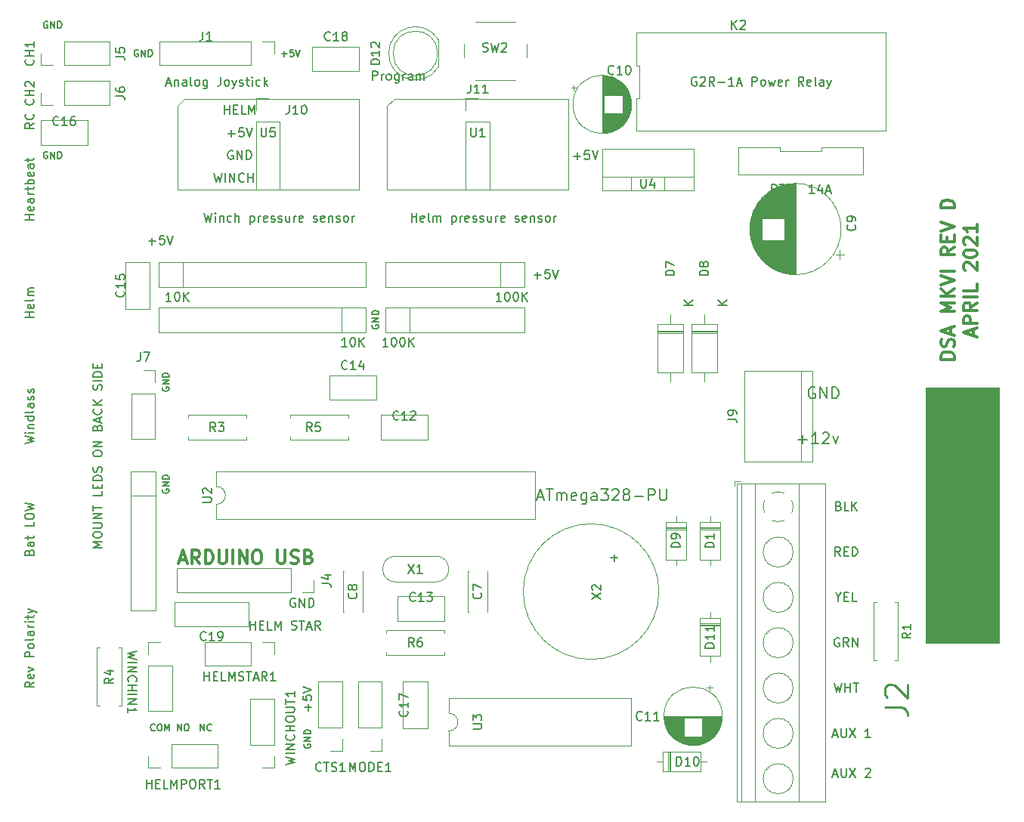
<source format=gbr>
G04 #@! TF.GenerationSoftware,KiCad,Pcbnew,(5.1.9)-1*
G04 #@! TF.CreationDate,2021-04-09T18:55:09-07:00*
G04 #@! TF.ProjectId,DSAMKVID,4453414d-4b56-4494-942e-6b696361645f,rev?*
G04 #@! TF.SameCoordinates,Original*
G04 #@! TF.FileFunction,Legend,Top*
G04 #@! TF.FilePolarity,Positive*
%FSLAX46Y46*%
G04 Gerber Fmt 4.6, Leading zero omitted, Abs format (unit mm)*
G04 Created by KiCad (PCBNEW (5.1.9)-1) date 2021-04-09 18:55:09*
%MOMM*%
%LPD*%
G01*
G04 APERTURE LIST*
%ADD10C,0.152400*%
%ADD11C,0.150000*%
%ADD12C,0.203200*%
%ADD13C,0.300000*%
%ADD14C,0.100000*%
%ADD15C,0.120000*%
%ADD16C,0.254000*%
G04 APERTURE END LIST*
D10*
X112649000Y-93925571D02*
X112612714Y-93998142D01*
X112612714Y-94107000D01*
X112649000Y-94215857D01*
X112721571Y-94288428D01*
X112794142Y-94324714D01*
X112939285Y-94361000D01*
X113048142Y-94361000D01*
X113193285Y-94324714D01*
X113265857Y-94288428D01*
X113338428Y-94215857D01*
X113374714Y-94107000D01*
X113374714Y-94034428D01*
X113338428Y-93925571D01*
X113302142Y-93889285D01*
X113048142Y-93889285D01*
X113048142Y-94034428D01*
X113374714Y-93562714D02*
X112612714Y-93562714D01*
X113374714Y-93127285D01*
X112612714Y-93127285D01*
X113374714Y-92764428D02*
X112612714Y-92764428D01*
X112612714Y-92583000D01*
X112649000Y-92474142D01*
X112721571Y-92401571D01*
X112794142Y-92365285D01*
X112939285Y-92329000D01*
X113048142Y-92329000D01*
X113193285Y-92365285D01*
X113265857Y-92401571D01*
X113338428Y-92474142D01*
X113374714Y-92583000D01*
X113374714Y-92764428D01*
X112649000Y-105355571D02*
X112612714Y-105428142D01*
X112612714Y-105537000D01*
X112649000Y-105645857D01*
X112721571Y-105718428D01*
X112794142Y-105754714D01*
X112939285Y-105791000D01*
X113048142Y-105791000D01*
X113193285Y-105754714D01*
X113265857Y-105718428D01*
X113338428Y-105645857D01*
X113374714Y-105537000D01*
X113374714Y-105464428D01*
X113338428Y-105355571D01*
X113302142Y-105319285D01*
X113048142Y-105319285D01*
X113048142Y-105464428D01*
X113374714Y-104992714D02*
X112612714Y-104992714D01*
X113374714Y-104557285D01*
X112612714Y-104557285D01*
X113374714Y-104194428D02*
X112612714Y-104194428D01*
X112612714Y-104013000D01*
X112649000Y-103904142D01*
X112721571Y-103831571D01*
X112794142Y-103795285D01*
X112939285Y-103759000D01*
X113048142Y-103759000D01*
X113193285Y-103795285D01*
X113265857Y-103831571D01*
X113338428Y-103904142D01*
X113374714Y-104013000D01*
X113374714Y-104194428D01*
D11*
X111109285Y-77541428D02*
X111871190Y-77541428D01*
X111490238Y-77922380D02*
X111490238Y-77160476D01*
X112823571Y-76922380D02*
X112347380Y-76922380D01*
X112299761Y-77398571D01*
X112347380Y-77350952D01*
X112442619Y-77303333D01*
X112680714Y-77303333D01*
X112775952Y-77350952D01*
X112823571Y-77398571D01*
X112871190Y-77493809D01*
X112871190Y-77731904D01*
X112823571Y-77827142D01*
X112775952Y-77874761D01*
X112680714Y-77922380D01*
X112442619Y-77922380D01*
X112347380Y-77874761D01*
X112299761Y-77827142D01*
X113156904Y-76922380D02*
X113490238Y-77922380D01*
X113823571Y-76922380D01*
D10*
X136144000Y-86940571D02*
X136107714Y-87013142D01*
X136107714Y-87122000D01*
X136144000Y-87230857D01*
X136216571Y-87303428D01*
X136289142Y-87339714D01*
X136434285Y-87376000D01*
X136543142Y-87376000D01*
X136688285Y-87339714D01*
X136760857Y-87303428D01*
X136833428Y-87230857D01*
X136869714Y-87122000D01*
X136869714Y-87049428D01*
X136833428Y-86940571D01*
X136797142Y-86904285D01*
X136543142Y-86904285D01*
X136543142Y-87049428D01*
X136869714Y-86577714D02*
X136107714Y-86577714D01*
X136869714Y-86142285D01*
X136107714Y-86142285D01*
X136869714Y-85779428D02*
X136107714Y-85779428D01*
X136107714Y-85598000D01*
X136144000Y-85489142D01*
X136216571Y-85416571D01*
X136289142Y-85380285D01*
X136434285Y-85344000D01*
X136543142Y-85344000D01*
X136688285Y-85380285D01*
X136760857Y-85416571D01*
X136833428Y-85489142D01*
X136869714Y-85598000D01*
X136869714Y-85779428D01*
X99749428Y-52959000D02*
X99676857Y-52922714D01*
X99568000Y-52922714D01*
X99459142Y-52959000D01*
X99386571Y-53031571D01*
X99350285Y-53104142D01*
X99314000Y-53249285D01*
X99314000Y-53358142D01*
X99350285Y-53503285D01*
X99386571Y-53575857D01*
X99459142Y-53648428D01*
X99568000Y-53684714D01*
X99640571Y-53684714D01*
X99749428Y-53648428D01*
X99785714Y-53612142D01*
X99785714Y-53358142D01*
X99640571Y-53358142D01*
X100112285Y-53684714D02*
X100112285Y-52922714D01*
X100547714Y-53684714D01*
X100547714Y-52922714D01*
X100910571Y-53684714D02*
X100910571Y-52922714D01*
X101092000Y-52922714D01*
X101200857Y-52959000D01*
X101273428Y-53031571D01*
X101309714Y-53104142D01*
X101346000Y-53249285D01*
X101346000Y-53358142D01*
X101309714Y-53503285D01*
X101273428Y-53575857D01*
X101200857Y-53648428D01*
X101092000Y-53684714D01*
X100910571Y-53684714D01*
D11*
X119570714Y-63317380D02*
X119570714Y-62317380D01*
X119570714Y-62793571D02*
X120142142Y-62793571D01*
X120142142Y-63317380D02*
X120142142Y-62317380D01*
X120618333Y-62793571D02*
X120951666Y-62793571D01*
X121094523Y-63317380D02*
X120618333Y-63317380D01*
X120618333Y-62317380D01*
X121094523Y-62317380D01*
X121999285Y-63317380D02*
X121523095Y-63317380D01*
X121523095Y-62317380D01*
X122332619Y-63317380D02*
X122332619Y-62317380D01*
X122665952Y-63031666D01*
X122999285Y-62317380D01*
X122999285Y-63317380D01*
X122484047Y-121102380D02*
X122484047Y-120102380D01*
X122484047Y-120578571D02*
X123055476Y-120578571D01*
X123055476Y-121102380D02*
X123055476Y-120102380D01*
X123531666Y-120578571D02*
X123865000Y-120578571D01*
X124007857Y-121102380D02*
X123531666Y-121102380D01*
X123531666Y-120102380D01*
X124007857Y-120102380D01*
X124912619Y-121102380D02*
X124436428Y-121102380D01*
X124436428Y-120102380D01*
X125245952Y-121102380D02*
X125245952Y-120102380D01*
X125579285Y-120816666D01*
X125912619Y-120102380D01*
X125912619Y-121102380D01*
X127103095Y-121054761D02*
X127245952Y-121102380D01*
X127484047Y-121102380D01*
X127579285Y-121054761D01*
X127626904Y-121007142D01*
X127674523Y-120911904D01*
X127674523Y-120816666D01*
X127626904Y-120721428D01*
X127579285Y-120673809D01*
X127484047Y-120626190D01*
X127293571Y-120578571D01*
X127198333Y-120530952D01*
X127150714Y-120483333D01*
X127103095Y-120388095D01*
X127103095Y-120292857D01*
X127150714Y-120197619D01*
X127198333Y-120150000D01*
X127293571Y-120102380D01*
X127531666Y-120102380D01*
X127674523Y-120150000D01*
X127960238Y-120102380D02*
X128531666Y-120102380D01*
X128245952Y-121102380D02*
X128245952Y-120102380D01*
X128817380Y-120816666D02*
X129293571Y-120816666D01*
X128722142Y-121102380D02*
X129055476Y-120102380D01*
X129388809Y-121102380D01*
X130293571Y-121102380D02*
X129960238Y-120626190D01*
X129722142Y-121102380D02*
X129722142Y-120102380D01*
X130103095Y-120102380D01*
X130198333Y-120150000D01*
X130245952Y-120197619D01*
X130293571Y-120292857D01*
X130293571Y-120435714D01*
X130245952Y-120530952D01*
X130198333Y-120578571D01*
X130103095Y-120626190D01*
X129722142Y-120626190D01*
X128976428Y-130190714D02*
X128976428Y-129428809D01*
X129357380Y-129809761D02*
X128595476Y-129809761D01*
X128357380Y-128476428D02*
X128357380Y-128952619D01*
X128833571Y-129000238D01*
X128785952Y-128952619D01*
X128738333Y-128857380D01*
X128738333Y-128619285D01*
X128785952Y-128524047D01*
X128833571Y-128476428D01*
X128928809Y-128428809D01*
X129166904Y-128428809D01*
X129262142Y-128476428D01*
X129309761Y-128524047D01*
X129357380Y-128619285D01*
X129357380Y-128857380D01*
X129309761Y-128952619D01*
X129262142Y-129000238D01*
X128357380Y-128143095D02*
X129357380Y-127809761D01*
X128357380Y-127476428D01*
X154289285Y-81351428D02*
X155051190Y-81351428D01*
X154670238Y-81732380D02*
X154670238Y-80970476D01*
X156003571Y-80732380D02*
X155527380Y-80732380D01*
X155479761Y-81208571D01*
X155527380Y-81160952D01*
X155622619Y-81113333D01*
X155860714Y-81113333D01*
X155955952Y-81160952D01*
X156003571Y-81208571D01*
X156051190Y-81303809D01*
X156051190Y-81541904D01*
X156003571Y-81637142D01*
X155955952Y-81684761D01*
X155860714Y-81732380D01*
X155622619Y-81732380D01*
X155527380Y-81684761D01*
X155479761Y-81637142D01*
X156336904Y-80732380D02*
X156670238Y-81732380D01*
X157003571Y-80732380D01*
X127508095Y-117610000D02*
X127412857Y-117562380D01*
X127270000Y-117562380D01*
X127127142Y-117610000D01*
X127031904Y-117705238D01*
X126984285Y-117800476D01*
X126936666Y-117990952D01*
X126936666Y-118133809D01*
X126984285Y-118324285D01*
X127031904Y-118419523D01*
X127127142Y-118514761D01*
X127270000Y-118562380D01*
X127365238Y-118562380D01*
X127508095Y-118514761D01*
X127555714Y-118467142D01*
X127555714Y-118133809D01*
X127365238Y-118133809D01*
X127984285Y-118562380D02*
X127984285Y-117562380D01*
X128555714Y-118562380D01*
X128555714Y-117562380D01*
X129031904Y-118562380D02*
X129031904Y-117562380D01*
X129270000Y-117562380D01*
X129412857Y-117610000D01*
X129508095Y-117705238D01*
X129555714Y-117800476D01*
X129603333Y-117990952D01*
X129603333Y-118133809D01*
X129555714Y-118324285D01*
X129508095Y-118419523D01*
X129412857Y-118514761D01*
X129270000Y-118562380D01*
X129031904Y-118562380D01*
X120523095Y-67445000D02*
X120427857Y-67397380D01*
X120285000Y-67397380D01*
X120142142Y-67445000D01*
X120046904Y-67540238D01*
X119999285Y-67635476D01*
X119951666Y-67825952D01*
X119951666Y-67968809D01*
X119999285Y-68159285D01*
X120046904Y-68254523D01*
X120142142Y-68349761D01*
X120285000Y-68397380D01*
X120380238Y-68397380D01*
X120523095Y-68349761D01*
X120570714Y-68302142D01*
X120570714Y-67968809D01*
X120380238Y-67968809D01*
X120999285Y-68397380D02*
X120999285Y-67397380D01*
X121570714Y-68397380D01*
X121570714Y-67397380D01*
X122046904Y-68397380D02*
X122046904Y-67397380D01*
X122285000Y-67397380D01*
X122427857Y-67445000D01*
X122523095Y-67540238D01*
X122570714Y-67635476D01*
X122618333Y-67825952D01*
X122618333Y-67968809D01*
X122570714Y-68159285D01*
X122523095Y-68254523D01*
X122427857Y-68349761D01*
X122285000Y-68397380D01*
X122046904Y-68397380D01*
X119999285Y-65476428D02*
X120761190Y-65476428D01*
X120380238Y-65857380D02*
X120380238Y-65095476D01*
X121713571Y-64857380D02*
X121237380Y-64857380D01*
X121189761Y-65333571D01*
X121237380Y-65285952D01*
X121332619Y-65238333D01*
X121570714Y-65238333D01*
X121665952Y-65285952D01*
X121713571Y-65333571D01*
X121761190Y-65428809D01*
X121761190Y-65666904D01*
X121713571Y-65762142D01*
X121665952Y-65809761D01*
X121570714Y-65857380D01*
X121332619Y-65857380D01*
X121237380Y-65809761D01*
X121189761Y-65762142D01*
X122046904Y-64857380D02*
X122380238Y-65857380D01*
X122713571Y-64857380D01*
X118435714Y-69937380D02*
X118673809Y-70937380D01*
X118864285Y-70223095D01*
X119054761Y-70937380D01*
X119292857Y-69937380D01*
X119673809Y-70937380D02*
X119673809Y-69937380D01*
X120150000Y-70937380D02*
X120150000Y-69937380D01*
X120721428Y-70937380D01*
X120721428Y-69937380D01*
X121769047Y-70842142D02*
X121721428Y-70889761D01*
X121578571Y-70937380D01*
X121483333Y-70937380D01*
X121340476Y-70889761D01*
X121245238Y-70794523D01*
X121197619Y-70699285D01*
X121150000Y-70508809D01*
X121150000Y-70365952D01*
X121197619Y-70175476D01*
X121245238Y-70080238D01*
X121340476Y-69985000D01*
X121483333Y-69937380D01*
X121578571Y-69937380D01*
X121721428Y-69985000D01*
X121769047Y-70032619D01*
X122197619Y-70937380D02*
X122197619Y-69937380D01*
X122197619Y-70413571D02*
X122769047Y-70413571D01*
X122769047Y-70937380D02*
X122769047Y-69937380D01*
X158734285Y-68016428D02*
X159496190Y-68016428D01*
X159115238Y-68397380D02*
X159115238Y-67635476D01*
X160448571Y-67397380D02*
X159972380Y-67397380D01*
X159924761Y-67873571D01*
X159972380Y-67825952D01*
X160067619Y-67778333D01*
X160305714Y-67778333D01*
X160400952Y-67825952D01*
X160448571Y-67873571D01*
X160496190Y-67968809D01*
X160496190Y-68206904D01*
X160448571Y-68302142D01*
X160400952Y-68349761D01*
X160305714Y-68397380D01*
X160067619Y-68397380D01*
X159972380Y-68349761D01*
X159924761Y-68302142D01*
X160781904Y-67397380D02*
X161115238Y-68397380D01*
X161448571Y-67397380D01*
X187769761Y-137326666D02*
X188245952Y-137326666D01*
X187674523Y-137612380D02*
X188007857Y-136612380D01*
X188341190Y-137612380D01*
X188674523Y-136612380D02*
X188674523Y-137421904D01*
X188722142Y-137517142D01*
X188769761Y-137564761D01*
X188865000Y-137612380D01*
X189055476Y-137612380D01*
X189150714Y-137564761D01*
X189198333Y-137517142D01*
X189245952Y-137421904D01*
X189245952Y-136612380D01*
X189626904Y-136612380D02*
X190293571Y-137612380D01*
X190293571Y-136612380D02*
X189626904Y-137612380D01*
X191388809Y-136707619D02*
X191436428Y-136660000D01*
X191531666Y-136612380D01*
X191769761Y-136612380D01*
X191865000Y-136660000D01*
X191912619Y-136707619D01*
X191960238Y-136802857D01*
X191960238Y-136898095D01*
X191912619Y-137040952D01*
X191341190Y-137612380D01*
X191960238Y-137612380D01*
X187769761Y-132881666D02*
X188245952Y-132881666D01*
X187674523Y-133167380D02*
X188007857Y-132167380D01*
X188341190Y-133167380D01*
X188674523Y-132167380D02*
X188674523Y-132976904D01*
X188722142Y-133072142D01*
X188769761Y-133119761D01*
X188865000Y-133167380D01*
X189055476Y-133167380D01*
X189150714Y-133119761D01*
X189198333Y-133072142D01*
X189245952Y-132976904D01*
X189245952Y-132167380D01*
X189626904Y-132167380D02*
X190293571Y-133167380D01*
X190293571Y-132167380D02*
X189626904Y-133167380D01*
X191960238Y-133167380D02*
X191388809Y-133167380D01*
X191674523Y-133167380D02*
X191674523Y-132167380D01*
X191579285Y-132310238D01*
X191484047Y-132405476D01*
X191388809Y-132453095D01*
X98242380Y-64325476D02*
X97766190Y-64658809D01*
X98242380Y-64896904D02*
X97242380Y-64896904D01*
X97242380Y-64515952D01*
X97290000Y-64420714D01*
X97337619Y-64373095D01*
X97432857Y-64325476D01*
X97575714Y-64325476D01*
X97670952Y-64373095D01*
X97718571Y-64420714D01*
X97766190Y-64515952D01*
X97766190Y-64896904D01*
X98147142Y-63325476D02*
X98194761Y-63373095D01*
X98242380Y-63515952D01*
X98242380Y-63611190D01*
X98194761Y-63754047D01*
X98099523Y-63849285D01*
X98004285Y-63896904D01*
X97813809Y-63944523D01*
X97670952Y-63944523D01*
X97480476Y-63896904D01*
X97385238Y-63849285D01*
X97290000Y-63754047D01*
X97242380Y-63611190D01*
X97242380Y-63515952D01*
X97290000Y-63373095D01*
X97337619Y-63325476D01*
X105862380Y-111885714D02*
X104862380Y-111885714D01*
X105576666Y-111552380D01*
X104862380Y-111219047D01*
X105862380Y-111219047D01*
X104862380Y-110552380D02*
X104862380Y-110361904D01*
X104910000Y-110266666D01*
X105005238Y-110171428D01*
X105195714Y-110123809D01*
X105529047Y-110123809D01*
X105719523Y-110171428D01*
X105814761Y-110266666D01*
X105862380Y-110361904D01*
X105862380Y-110552380D01*
X105814761Y-110647619D01*
X105719523Y-110742857D01*
X105529047Y-110790476D01*
X105195714Y-110790476D01*
X105005238Y-110742857D01*
X104910000Y-110647619D01*
X104862380Y-110552380D01*
X104862380Y-109695238D02*
X105671904Y-109695238D01*
X105767142Y-109647619D01*
X105814761Y-109600000D01*
X105862380Y-109504761D01*
X105862380Y-109314285D01*
X105814761Y-109219047D01*
X105767142Y-109171428D01*
X105671904Y-109123809D01*
X104862380Y-109123809D01*
X105862380Y-108647619D02*
X104862380Y-108647619D01*
X105862380Y-108076190D01*
X104862380Y-108076190D01*
X104862380Y-107742857D02*
X104862380Y-107171428D01*
X105862380Y-107457142D02*
X104862380Y-107457142D01*
X105862380Y-105600000D02*
X105862380Y-106076190D01*
X104862380Y-106076190D01*
X105338571Y-105266666D02*
X105338571Y-104933333D01*
X105862380Y-104790476D02*
X105862380Y-105266666D01*
X104862380Y-105266666D01*
X104862380Y-104790476D01*
X105862380Y-104361904D02*
X104862380Y-104361904D01*
X104862380Y-104123809D01*
X104910000Y-103980952D01*
X105005238Y-103885714D01*
X105100476Y-103838095D01*
X105290952Y-103790476D01*
X105433809Y-103790476D01*
X105624285Y-103838095D01*
X105719523Y-103885714D01*
X105814761Y-103980952D01*
X105862380Y-104123809D01*
X105862380Y-104361904D01*
X105814761Y-103409523D02*
X105862380Y-103266666D01*
X105862380Y-103028571D01*
X105814761Y-102933333D01*
X105767142Y-102885714D01*
X105671904Y-102838095D01*
X105576666Y-102838095D01*
X105481428Y-102885714D01*
X105433809Y-102933333D01*
X105386190Y-103028571D01*
X105338571Y-103219047D01*
X105290952Y-103314285D01*
X105243333Y-103361904D01*
X105148095Y-103409523D01*
X105052857Y-103409523D01*
X104957619Y-103361904D01*
X104910000Y-103314285D01*
X104862380Y-103219047D01*
X104862380Y-102980952D01*
X104910000Y-102838095D01*
X104862380Y-101457142D02*
X104862380Y-101266666D01*
X104910000Y-101171428D01*
X105005238Y-101076190D01*
X105195714Y-101028571D01*
X105529047Y-101028571D01*
X105719523Y-101076190D01*
X105814761Y-101171428D01*
X105862380Y-101266666D01*
X105862380Y-101457142D01*
X105814761Y-101552380D01*
X105719523Y-101647619D01*
X105529047Y-101695238D01*
X105195714Y-101695238D01*
X105005238Y-101647619D01*
X104910000Y-101552380D01*
X104862380Y-101457142D01*
X105862380Y-100600000D02*
X104862380Y-100600000D01*
X105862380Y-100028571D01*
X104862380Y-100028571D01*
X105338571Y-98457142D02*
X105386190Y-98314285D01*
X105433809Y-98266666D01*
X105529047Y-98219047D01*
X105671904Y-98219047D01*
X105767142Y-98266666D01*
X105814761Y-98314285D01*
X105862380Y-98409523D01*
X105862380Y-98790476D01*
X104862380Y-98790476D01*
X104862380Y-98457142D01*
X104910000Y-98361904D01*
X104957619Y-98314285D01*
X105052857Y-98266666D01*
X105148095Y-98266666D01*
X105243333Y-98314285D01*
X105290952Y-98361904D01*
X105338571Y-98457142D01*
X105338571Y-98790476D01*
X105576666Y-97838095D02*
X105576666Y-97361904D01*
X105862380Y-97933333D02*
X104862380Y-97600000D01*
X105862380Y-97266666D01*
X105767142Y-96361904D02*
X105814761Y-96409523D01*
X105862380Y-96552380D01*
X105862380Y-96647619D01*
X105814761Y-96790476D01*
X105719523Y-96885714D01*
X105624285Y-96933333D01*
X105433809Y-96980952D01*
X105290952Y-96980952D01*
X105100476Y-96933333D01*
X105005238Y-96885714D01*
X104910000Y-96790476D01*
X104862380Y-96647619D01*
X104862380Y-96552380D01*
X104910000Y-96409523D01*
X104957619Y-96361904D01*
X105862380Y-95933333D02*
X104862380Y-95933333D01*
X105862380Y-95361904D02*
X105290952Y-95790476D01*
X104862380Y-95361904D02*
X105433809Y-95933333D01*
X105814761Y-94219047D02*
X105862380Y-94076190D01*
X105862380Y-93838095D01*
X105814761Y-93742857D01*
X105767142Y-93695238D01*
X105671904Y-93647619D01*
X105576666Y-93647619D01*
X105481428Y-93695238D01*
X105433809Y-93742857D01*
X105386190Y-93838095D01*
X105338571Y-94028571D01*
X105290952Y-94123809D01*
X105243333Y-94171428D01*
X105148095Y-94219047D01*
X105052857Y-94219047D01*
X104957619Y-94171428D01*
X104910000Y-94123809D01*
X104862380Y-94028571D01*
X104862380Y-93790476D01*
X104910000Y-93647619D01*
X105862380Y-93219047D02*
X104862380Y-93219047D01*
X105862380Y-92742857D02*
X104862380Y-92742857D01*
X104862380Y-92504761D01*
X104910000Y-92361904D01*
X105005238Y-92266666D01*
X105100476Y-92219047D01*
X105290952Y-92171428D01*
X105433809Y-92171428D01*
X105624285Y-92219047D01*
X105719523Y-92266666D01*
X105814761Y-92361904D01*
X105862380Y-92504761D01*
X105862380Y-92742857D01*
X105338571Y-91742857D02*
X105338571Y-91409523D01*
X105862380Y-91266666D02*
X105862380Y-91742857D01*
X104862380Y-91742857D01*
X104862380Y-91266666D01*
D10*
X126020285Y-56569428D02*
X126600857Y-56569428D01*
X126310571Y-56859714D02*
X126310571Y-56279142D01*
X127326571Y-56097714D02*
X126963714Y-56097714D01*
X126927428Y-56460571D01*
X126963714Y-56424285D01*
X127036285Y-56388000D01*
X127217714Y-56388000D01*
X127290285Y-56424285D01*
X127326571Y-56460571D01*
X127362857Y-56533142D01*
X127362857Y-56714571D01*
X127326571Y-56787142D01*
X127290285Y-56823428D01*
X127217714Y-56859714D01*
X127036285Y-56859714D01*
X126963714Y-56823428D01*
X126927428Y-56787142D01*
X127580571Y-56097714D02*
X127834571Y-56859714D01*
X128088571Y-56097714D01*
X116876285Y-132424714D02*
X116876285Y-131662714D01*
X117311714Y-132424714D01*
X117311714Y-131662714D01*
X118110000Y-132352142D02*
X118073714Y-132388428D01*
X117964857Y-132424714D01*
X117892285Y-132424714D01*
X117783428Y-132388428D01*
X117710857Y-132315857D01*
X117674571Y-132243285D01*
X117638285Y-132098142D01*
X117638285Y-131989285D01*
X117674571Y-131844142D01*
X117710857Y-131771571D01*
X117783428Y-131699000D01*
X117892285Y-131662714D01*
X117964857Y-131662714D01*
X118073714Y-131699000D01*
X118110000Y-131735285D01*
X114318142Y-132424714D02*
X114318142Y-131662714D01*
X114753571Y-132424714D01*
X114753571Y-131662714D01*
X115261571Y-131662714D02*
X115406714Y-131662714D01*
X115479285Y-131699000D01*
X115551857Y-131771571D01*
X115588142Y-131916714D01*
X115588142Y-132170714D01*
X115551857Y-132315857D01*
X115479285Y-132388428D01*
X115406714Y-132424714D01*
X115261571Y-132424714D01*
X115189000Y-132388428D01*
X115116428Y-132315857D01*
X115080142Y-132170714D01*
X115080142Y-131916714D01*
X115116428Y-131771571D01*
X115189000Y-131699000D01*
X115261571Y-131662714D01*
X111796285Y-132352142D02*
X111760000Y-132388428D01*
X111651142Y-132424714D01*
X111578571Y-132424714D01*
X111469714Y-132388428D01*
X111397142Y-132315857D01*
X111360857Y-132243285D01*
X111324571Y-132098142D01*
X111324571Y-131989285D01*
X111360857Y-131844142D01*
X111397142Y-131771571D01*
X111469714Y-131699000D01*
X111578571Y-131662714D01*
X111651142Y-131662714D01*
X111760000Y-131699000D01*
X111796285Y-131735285D01*
X112268000Y-131662714D02*
X112413142Y-131662714D01*
X112485714Y-131699000D01*
X112558285Y-131771571D01*
X112594571Y-131916714D01*
X112594571Y-132170714D01*
X112558285Y-132315857D01*
X112485714Y-132388428D01*
X112413142Y-132424714D01*
X112268000Y-132424714D01*
X112195428Y-132388428D01*
X112122857Y-132315857D01*
X112086571Y-132170714D01*
X112086571Y-131916714D01*
X112122857Y-131771571D01*
X112195428Y-131699000D01*
X112268000Y-131662714D01*
X112921142Y-132424714D02*
X112921142Y-131662714D01*
X113175142Y-132207000D01*
X113429142Y-131662714D01*
X113429142Y-132424714D01*
D12*
X183877857Y-99785714D02*
X184845476Y-99785714D01*
X184361666Y-100269523D02*
X184361666Y-99301904D01*
X186115476Y-100269523D02*
X185389761Y-100269523D01*
X185752619Y-100269523D02*
X185752619Y-98999523D01*
X185631666Y-99180952D01*
X185510714Y-99301904D01*
X185389761Y-99362380D01*
X186599285Y-99120476D02*
X186659761Y-99060000D01*
X186780714Y-98999523D01*
X187083095Y-98999523D01*
X187204047Y-99060000D01*
X187264523Y-99120476D01*
X187325000Y-99241428D01*
X187325000Y-99362380D01*
X187264523Y-99543809D01*
X186538809Y-100269523D01*
X187325000Y-100269523D01*
X187748333Y-99422857D02*
X188050714Y-100269523D01*
X188353095Y-99422857D01*
X185722380Y-93980000D02*
X185601428Y-93919523D01*
X185420000Y-93919523D01*
X185238571Y-93980000D01*
X185117619Y-94100952D01*
X185057142Y-94221904D01*
X184996666Y-94463809D01*
X184996666Y-94645238D01*
X185057142Y-94887142D01*
X185117619Y-95008095D01*
X185238571Y-95129047D01*
X185420000Y-95189523D01*
X185540952Y-95189523D01*
X185722380Y-95129047D01*
X185782857Y-95068571D01*
X185782857Y-94645238D01*
X185540952Y-94645238D01*
X186327142Y-95189523D02*
X186327142Y-93919523D01*
X187052857Y-95189523D01*
X187052857Y-93919523D01*
X187657619Y-95189523D02*
X187657619Y-93919523D01*
X187960000Y-93919523D01*
X188141428Y-93980000D01*
X188262380Y-94100952D01*
X188322857Y-94221904D01*
X188383333Y-94463809D01*
X188383333Y-94645238D01*
X188322857Y-94887142D01*
X188262380Y-95008095D01*
X188141428Y-95129047D01*
X187960000Y-95189523D01*
X187657619Y-95189523D01*
D13*
X114590714Y-113280000D02*
X115305000Y-113280000D01*
X114447857Y-113708571D02*
X114947857Y-112208571D01*
X115447857Y-113708571D01*
X116805000Y-113708571D02*
X116305000Y-112994285D01*
X115947857Y-113708571D02*
X115947857Y-112208571D01*
X116519285Y-112208571D01*
X116662142Y-112280000D01*
X116733571Y-112351428D01*
X116805000Y-112494285D01*
X116805000Y-112708571D01*
X116733571Y-112851428D01*
X116662142Y-112922857D01*
X116519285Y-112994285D01*
X115947857Y-112994285D01*
X117447857Y-113708571D02*
X117447857Y-112208571D01*
X117805000Y-112208571D01*
X118019285Y-112280000D01*
X118162142Y-112422857D01*
X118233571Y-112565714D01*
X118305000Y-112851428D01*
X118305000Y-113065714D01*
X118233571Y-113351428D01*
X118162142Y-113494285D01*
X118019285Y-113637142D01*
X117805000Y-113708571D01*
X117447857Y-113708571D01*
X118947857Y-112208571D02*
X118947857Y-113422857D01*
X119019285Y-113565714D01*
X119090714Y-113637142D01*
X119233571Y-113708571D01*
X119519285Y-113708571D01*
X119662142Y-113637142D01*
X119733571Y-113565714D01*
X119805000Y-113422857D01*
X119805000Y-112208571D01*
X120519285Y-113708571D02*
X120519285Y-112208571D01*
X121233571Y-113708571D02*
X121233571Y-112208571D01*
X122090714Y-113708571D01*
X122090714Y-112208571D01*
X123090714Y-112208571D02*
X123376428Y-112208571D01*
X123519285Y-112280000D01*
X123662142Y-112422857D01*
X123733571Y-112708571D01*
X123733571Y-113208571D01*
X123662142Y-113494285D01*
X123519285Y-113637142D01*
X123376428Y-113708571D01*
X123090714Y-113708571D01*
X122947857Y-113637142D01*
X122805000Y-113494285D01*
X122733571Y-113208571D01*
X122733571Y-112708571D01*
X122805000Y-112422857D01*
X122947857Y-112280000D01*
X123090714Y-112208571D01*
X125519285Y-112208571D02*
X125519285Y-113422857D01*
X125590714Y-113565714D01*
X125662142Y-113637142D01*
X125805000Y-113708571D01*
X126090714Y-113708571D01*
X126233571Y-113637142D01*
X126305000Y-113565714D01*
X126376428Y-113422857D01*
X126376428Y-112208571D01*
X127019285Y-113637142D02*
X127233571Y-113708571D01*
X127590714Y-113708571D01*
X127733571Y-113637142D01*
X127805000Y-113565714D01*
X127876428Y-113422857D01*
X127876428Y-113280000D01*
X127805000Y-113137142D01*
X127733571Y-113065714D01*
X127590714Y-112994285D01*
X127305000Y-112922857D01*
X127162142Y-112851428D01*
X127090714Y-112780000D01*
X127019285Y-112637142D01*
X127019285Y-112494285D01*
X127090714Y-112351428D01*
X127162142Y-112280000D01*
X127305000Y-112208571D01*
X127662142Y-112208571D01*
X127876428Y-112280000D01*
X129019285Y-112922857D02*
X129233571Y-112994285D01*
X129305000Y-113065714D01*
X129376428Y-113208571D01*
X129376428Y-113422857D01*
X129305000Y-113565714D01*
X129233571Y-113637142D01*
X129090714Y-113708571D01*
X128519285Y-113708571D01*
X128519285Y-112208571D01*
X129019285Y-112208571D01*
X129162142Y-112280000D01*
X129233571Y-112351428D01*
X129305000Y-112494285D01*
X129305000Y-112637142D01*
X129233571Y-112780000D01*
X129162142Y-112851428D01*
X129019285Y-112922857D01*
X128519285Y-112922857D01*
D10*
X109909428Y-56134000D02*
X109836857Y-56097714D01*
X109728000Y-56097714D01*
X109619142Y-56134000D01*
X109546571Y-56206571D01*
X109510285Y-56279142D01*
X109474000Y-56424285D01*
X109474000Y-56533142D01*
X109510285Y-56678285D01*
X109546571Y-56750857D01*
X109619142Y-56823428D01*
X109728000Y-56859714D01*
X109800571Y-56859714D01*
X109909428Y-56823428D01*
X109945714Y-56787142D01*
X109945714Y-56533142D01*
X109800571Y-56533142D01*
X110272285Y-56859714D02*
X110272285Y-56097714D01*
X110707714Y-56859714D01*
X110707714Y-56097714D01*
X111070571Y-56859714D02*
X111070571Y-56097714D01*
X111252000Y-56097714D01*
X111360857Y-56134000D01*
X111433428Y-56206571D01*
X111469714Y-56279142D01*
X111506000Y-56424285D01*
X111506000Y-56533142D01*
X111469714Y-56678285D01*
X111433428Y-56750857D01*
X111360857Y-56823428D01*
X111252000Y-56859714D01*
X111070571Y-56859714D01*
X128524000Y-133930571D02*
X128487714Y-134003142D01*
X128487714Y-134112000D01*
X128524000Y-134220857D01*
X128596571Y-134293428D01*
X128669142Y-134329714D01*
X128814285Y-134366000D01*
X128923142Y-134366000D01*
X129068285Y-134329714D01*
X129140857Y-134293428D01*
X129213428Y-134220857D01*
X129249714Y-134112000D01*
X129249714Y-134039428D01*
X129213428Y-133930571D01*
X129177142Y-133894285D01*
X128923142Y-133894285D01*
X128923142Y-134039428D01*
X129249714Y-133567714D02*
X128487714Y-133567714D01*
X129249714Y-133132285D01*
X128487714Y-133132285D01*
X129249714Y-132769428D02*
X128487714Y-132769428D01*
X128487714Y-132588000D01*
X128524000Y-132479142D01*
X128596571Y-132406571D01*
X128669142Y-132370285D01*
X128814285Y-132334000D01*
X128923142Y-132334000D01*
X129068285Y-132370285D01*
X129140857Y-132406571D01*
X129213428Y-132479142D01*
X129249714Y-132588000D01*
X129249714Y-132769428D01*
X99749428Y-67564000D02*
X99676857Y-67527714D01*
X99568000Y-67527714D01*
X99459142Y-67564000D01*
X99386571Y-67636571D01*
X99350285Y-67709142D01*
X99314000Y-67854285D01*
X99314000Y-67963142D01*
X99350285Y-68108285D01*
X99386571Y-68180857D01*
X99459142Y-68253428D01*
X99568000Y-68289714D01*
X99640571Y-68289714D01*
X99749428Y-68253428D01*
X99785714Y-68217142D01*
X99785714Y-67963142D01*
X99640571Y-67963142D01*
X100112285Y-68289714D02*
X100112285Y-67527714D01*
X100547714Y-68289714D01*
X100547714Y-67527714D01*
X100910571Y-68289714D02*
X100910571Y-67527714D01*
X101092000Y-67527714D01*
X101200857Y-67564000D01*
X101273428Y-67636571D01*
X101309714Y-67709142D01*
X101346000Y-67854285D01*
X101346000Y-67963142D01*
X101309714Y-68108285D01*
X101273428Y-68180857D01*
X101200857Y-68253428D01*
X101092000Y-68289714D01*
X100910571Y-68289714D01*
D11*
X187896666Y-127087380D02*
X188134761Y-128087380D01*
X188325238Y-127373095D01*
X188515714Y-128087380D01*
X188753809Y-127087380D01*
X189134761Y-128087380D02*
X189134761Y-127087380D01*
X189134761Y-127563571D02*
X189706190Y-127563571D01*
X189706190Y-128087380D02*
X189706190Y-127087380D01*
X190039523Y-127087380D02*
X190610952Y-127087380D01*
X190325238Y-128087380D02*
X190325238Y-127087380D01*
X188468095Y-122055000D02*
X188372857Y-122007380D01*
X188230000Y-122007380D01*
X188087142Y-122055000D01*
X187991904Y-122150238D01*
X187944285Y-122245476D01*
X187896666Y-122435952D01*
X187896666Y-122578809D01*
X187944285Y-122769285D01*
X187991904Y-122864523D01*
X188087142Y-122959761D01*
X188230000Y-123007380D01*
X188325238Y-123007380D01*
X188468095Y-122959761D01*
X188515714Y-122912142D01*
X188515714Y-122578809D01*
X188325238Y-122578809D01*
X189515714Y-123007380D02*
X189182380Y-122531190D01*
X188944285Y-123007380D02*
X188944285Y-122007380D01*
X189325238Y-122007380D01*
X189420476Y-122055000D01*
X189468095Y-122102619D01*
X189515714Y-122197857D01*
X189515714Y-122340714D01*
X189468095Y-122435952D01*
X189420476Y-122483571D01*
X189325238Y-122531190D01*
X188944285Y-122531190D01*
X189944285Y-123007380D02*
X189944285Y-122007380D01*
X190515714Y-123007380D01*
X190515714Y-122007380D01*
X188372857Y-117451190D02*
X188372857Y-117927380D01*
X188039523Y-116927380D02*
X188372857Y-117451190D01*
X188706190Y-116927380D01*
X189039523Y-117403571D02*
X189372857Y-117403571D01*
X189515714Y-117927380D02*
X189039523Y-117927380D01*
X189039523Y-116927380D01*
X189515714Y-116927380D01*
X190420476Y-117927380D02*
X189944285Y-117927380D01*
X189944285Y-116927380D01*
X188587142Y-112847380D02*
X188253809Y-112371190D01*
X188015714Y-112847380D02*
X188015714Y-111847380D01*
X188396666Y-111847380D01*
X188491904Y-111895000D01*
X188539523Y-111942619D01*
X188587142Y-112037857D01*
X188587142Y-112180714D01*
X188539523Y-112275952D01*
X188491904Y-112323571D01*
X188396666Y-112371190D01*
X188015714Y-112371190D01*
X189015714Y-112323571D02*
X189349047Y-112323571D01*
X189491904Y-112847380D02*
X189015714Y-112847380D01*
X189015714Y-111847380D01*
X189491904Y-111847380D01*
X189920476Y-112847380D02*
X189920476Y-111847380D01*
X190158571Y-111847380D01*
X190301428Y-111895000D01*
X190396666Y-111990238D01*
X190444285Y-112085476D01*
X190491904Y-112275952D01*
X190491904Y-112418809D01*
X190444285Y-112609285D01*
X190396666Y-112704523D01*
X190301428Y-112799761D01*
X190158571Y-112847380D01*
X189920476Y-112847380D01*
X188396666Y-107243571D02*
X188539523Y-107291190D01*
X188587142Y-107338809D01*
X188634761Y-107434047D01*
X188634761Y-107576904D01*
X188587142Y-107672142D01*
X188539523Y-107719761D01*
X188444285Y-107767380D01*
X188063333Y-107767380D01*
X188063333Y-106767380D01*
X188396666Y-106767380D01*
X188491904Y-106815000D01*
X188539523Y-106862619D01*
X188587142Y-106957857D01*
X188587142Y-107053095D01*
X188539523Y-107148333D01*
X188491904Y-107195952D01*
X188396666Y-107243571D01*
X188063333Y-107243571D01*
X189539523Y-107767380D02*
X189063333Y-107767380D01*
X189063333Y-106767380D01*
X189872857Y-107767380D02*
X189872857Y-106767380D01*
X190444285Y-107767380D02*
X190015714Y-107195952D01*
X190444285Y-106767380D02*
X189872857Y-107338809D01*
D14*
G36*
X206375000Y-122555000D02*
G01*
X198120000Y-122555000D01*
X198120000Y-93980000D01*
X206375000Y-93980000D01*
X206375000Y-122555000D01*
G37*
X206375000Y-122555000D02*
X198120000Y-122555000D01*
X198120000Y-93980000D01*
X206375000Y-93980000D01*
X206375000Y-122555000D01*
D13*
X201333571Y-90807857D02*
X199833571Y-90807857D01*
X199833571Y-90450714D01*
X199905000Y-90236428D01*
X200047857Y-90093571D01*
X200190714Y-90022142D01*
X200476428Y-89950714D01*
X200690714Y-89950714D01*
X200976428Y-90022142D01*
X201119285Y-90093571D01*
X201262142Y-90236428D01*
X201333571Y-90450714D01*
X201333571Y-90807857D01*
X201262142Y-89379285D02*
X201333571Y-89165000D01*
X201333571Y-88807857D01*
X201262142Y-88665000D01*
X201190714Y-88593571D01*
X201047857Y-88522142D01*
X200905000Y-88522142D01*
X200762142Y-88593571D01*
X200690714Y-88665000D01*
X200619285Y-88807857D01*
X200547857Y-89093571D01*
X200476428Y-89236428D01*
X200405000Y-89307857D01*
X200262142Y-89379285D01*
X200119285Y-89379285D01*
X199976428Y-89307857D01*
X199905000Y-89236428D01*
X199833571Y-89093571D01*
X199833571Y-88736428D01*
X199905000Y-88522142D01*
X200905000Y-87950714D02*
X200905000Y-87236428D01*
X201333571Y-88093571D02*
X199833571Y-87593571D01*
X201333571Y-87093571D01*
X201333571Y-85450714D02*
X199833571Y-85450714D01*
X200905000Y-84950714D01*
X199833571Y-84450714D01*
X201333571Y-84450714D01*
X201333571Y-83736428D02*
X199833571Y-83736428D01*
X201333571Y-82879285D02*
X200476428Y-83522142D01*
X199833571Y-82879285D02*
X200690714Y-83736428D01*
X199833571Y-82450714D02*
X201333571Y-81950714D01*
X199833571Y-81450714D01*
X201333571Y-80950714D02*
X199833571Y-80950714D01*
X201333571Y-78236428D02*
X200619285Y-78736428D01*
X201333571Y-79093571D02*
X199833571Y-79093571D01*
X199833571Y-78522142D01*
X199905000Y-78379285D01*
X199976428Y-78307857D01*
X200119285Y-78236428D01*
X200333571Y-78236428D01*
X200476428Y-78307857D01*
X200547857Y-78379285D01*
X200619285Y-78522142D01*
X200619285Y-79093571D01*
X200547857Y-77593571D02*
X200547857Y-77093571D01*
X201333571Y-76879285D02*
X201333571Y-77593571D01*
X199833571Y-77593571D01*
X199833571Y-76879285D01*
X199833571Y-76450714D02*
X201333571Y-75950714D01*
X199833571Y-75450714D01*
X201333571Y-73807857D02*
X199833571Y-73807857D01*
X199833571Y-73450714D01*
X199905000Y-73236428D01*
X200047857Y-73093571D01*
X200190714Y-73022142D01*
X200476428Y-72950714D01*
X200690714Y-72950714D01*
X200976428Y-73022142D01*
X201119285Y-73093571D01*
X201262142Y-73236428D01*
X201333571Y-73450714D01*
X201333571Y-73807857D01*
X203455000Y-88165000D02*
X203455000Y-87450714D01*
X203883571Y-88307857D02*
X202383571Y-87807857D01*
X203883571Y-87307857D01*
X203883571Y-86807857D02*
X202383571Y-86807857D01*
X202383571Y-86236428D01*
X202455000Y-86093571D01*
X202526428Y-86022142D01*
X202669285Y-85950714D01*
X202883571Y-85950714D01*
X203026428Y-86022142D01*
X203097857Y-86093571D01*
X203169285Y-86236428D01*
X203169285Y-86807857D01*
X203883571Y-84450714D02*
X203169285Y-84950714D01*
X203883571Y-85307857D02*
X202383571Y-85307857D01*
X202383571Y-84736428D01*
X202455000Y-84593571D01*
X202526428Y-84522142D01*
X202669285Y-84450714D01*
X202883571Y-84450714D01*
X203026428Y-84522142D01*
X203097857Y-84593571D01*
X203169285Y-84736428D01*
X203169285Y-85307857D01*
X203883571Y-83807857D02*
X202383571Y-83807857D01*
X203883571Y-82379285D02*
X203883571Y-83093571D01*
X202383571Y-83093571D01*
X202526428Y-80807857D02*
X202455000Y-80736428D01*
X202383571Y-80593571D01*
X202383571Y-80236428D01*
X202455000Y-80093571D01*
X202526428Y-80022142D01*
X202669285Y-79950714D01*
X202812142Y-79950714D01*
X203026428Y-80022142D01*
X203883571Y-80879285D01*
X203883571Y-79950714D01*
X202383571Y-79022142D02*
X202383571Y-78879285D01*
X202455000Y-78736428D01*
X202526428Y-78665000D01*
X202669285Y-78593571D01*
X202955000Y-78522142D01*
X203312142Y-78522142D01*
X203597857Y-78593571D01*
X203740714Y-78665000D01*
X203812142Y-78736428D01*
X203883571Y-78879285D01*
X203883571Y-79022142D01*
X203812142Y-79165000D01*
X203740714Y-79236428D01*
X203597857Y-79307857D01*
X203312142Y-79379285D01*
X202955000Y-79379285D01*
X202669285Y-79307857D01*
X202526428Y-79236428D01*
X202455000Y-79165000D01*
X202383571Y-79022142D01*
X202526428Y-77950714D02*
X202455000Y-77879285D01*
X202383571Y-77736428D01*
X202383571Y-77379285D01*
X202455000Y-77236428D01*
X202526428Y-77165000D01*
X202669285Y-77093571D01*
X202812142Y-77093571D01*
X203026428Y-77165000D01*
X203883571Y-78022142D01*
X203883571Y-77093571D01*
X203883571Y-75665000D02*
X203883571Y-76522142D01*
X203883571Y-76093571D02*
X202383571Y-76093571D01*
X202597857Y-76236428D01*
X202740714Y-76379285D01*
X202812142Y-76522142D01*
D15*
X176710000Y-104475000D02*
X176710000Y-104975000D01*
X177450000Y-104475000D02*
X176710000Y-104475000D01*
X180587000Y-136568000D02*
X180541000Y-136521000D01*
X182885000Y-138865000D02*
X182849000Y-138830000D01*
X180371000Y-136761000D02*
X180336000Y-136726000D01*
X182679000Y-139070000D02*
X182633000Y-139023000D01*
X180587000Y-131488000D02*
X180541000Y-131441000D01*
X182885000Y-133785000D02*
X182849000Y-133750000D01*
X180371000Y-131681000D02*
X180336000Y-131646000D01*
X182679000Y-133990000D02*
X182633000Y-133943000D01*
X180587000Y-126408000D02*
X180541000Y-126361000D01*
X182885000Y-128705000D02*
X182849000Y-128670000D01*
X180371000Y-126601000D02*
X180336000Y-126566000D01*
X182679000Y-128910000D02*
X182633000Y-128863000D01*
X180587000Y-121328000D02*
X180541000Y-121281000D01*
X182885000Y-123625000D02*
X182849000Y-123590000D01*
X180371000Y-121521000D02*
X180336000Y-121486000D01*
X182679000Y-123830000D02*
X182633000Y-123783000D01*
X180587000Y-116248000D02*
X180541000Y-116201000D01*
X182885000Y-118545000D02*
X182849000Y-118510000D01*
X180371000Y-116441000D02*
X180336000Y-116406000D01*
X182679000Y-118750000D02*
X182633000Y-118703000D01*
X180587000Y-111168000D02*
X180541000Y-111121000D01*
X182885000Y-113465000D02*
X182849000Y-113430000D01*
X180371000Y-111361000D02*
X180336000Y-111326000D01*
X182679000Y-113670000D02*
X182633000Y-113623000D01*
X186871000Y-140395000D02*
X176950000Y-140395000D01*
X186871000Y-104715000D02*
X176950000Y-104715000D01*
X176950000Y-104715000D02*
X176950000Y-140395000D01*
X186871000Y-104715000D02*
X186871000Y-140395000D01*
X183911000Y-104715000D02*
X183911000Y-140395000D01*
X179010000Y-104715000D02*
X179010000Y-140395000D01*
X177510000Y-104715000D02*
X177510000Y-140395000D01*
X183290000Y-137795000D02*
G75*
G03*
X183290000Y-137795000I-1680000J0D01*
G01*
X183290000Y-132715000D02*
G75*
G03*
X183290000Y-132715000I-1680000J0D01*
G01*
X183290000Y-127635000D02*
G75*
G03*
X183290000Y-127635000I-1680000J0D01*
G01*
X183290000Y-122555000D02*
G75*
G03*
X183290000Y-122555000I-1680000J0D01*
G01*
X183290000Y-117475000D02*
G75*
G03*
X183290000Y-117475000I-1680000J0D01*
G01*
X183290000Y-112395000D02*
G75*
G03*
X183290000Y-112395000I-1680000J0D01*
G01*
X179929747Y-107343805D02*
G75*
G02*
X180075000Y-106631000I1680253J28805D01*
G01*
X180926958Y-105779574D02*
G75*
G02*
X182294000Y-105780000I683042J-1535426D01*
G01*
X183145426Y-106631958D02*
G75*
G02*
X183145000Y-107999000I-1535426J-683042D01*
G01*
X182293042Y-108850426D02*
G75*
G02*
X180926000Y-108850000I-683042J1535426D01*
G01*
X180075244Y-107998318D02*
G75*
G02*
X179930000Y-107315000I1534756J683318D01*
G01*
X153205000Y-82680000D02*
X153205000Y-79880000D01*
X153205000Y-79880000D02*
X137625000Y-79880000D01*
X137625000Y-79880000D02*
X137625000Y-82680000D01*
X137625000Y-82680000D02*
X153205000Y-82680000D01*
X150495000Y-82680000D02*
X150495000Y-79880000D01*
X137625000Y-84960000D02*
X137625000Y-87760000D01*
X137625000Y-87760000D02*
X153205000Y-87760000D01*
X153205000Y-87760000D02*
X153205000Y-84960000D01*
X153205000Y-84960000D02*
X137625000Y-84960000D01*
X140335000Y-84960000D02*
X140335000Y-87760000D01*
X122270000Y-120750000D02*
X114030000Y-120750000D01*
X122270000Y-118010000D02*
X114030000Y-118010000D01*
X122270000Y-120750000D02*
X122270000Y-118010000D01*
X114030000Y-120750000D02*
X114030000Y-118010000D01*
X111225000Y-79910000D02*
X111225000Y-85150000D01*
X108485000Y-79910000D02*
X108485000Y-85150000D01*
X111225000Y-79910000D02*
X108485000Y-79910000D01*
X111225000Y-85150000D02*
X108485000Y-85150000D01*
X131345000Y-92610000D02*
X136585000Y-92610000D01*
X131345000Y-95350000D02*
X136585000Y-95350000D01*
X131345000Y-92610000D02*
X131345000Y-95350000D01*
X136585000Y-92610000D02*
X136585000Y-95350000D01*
X104240000Y-66775000D02*
X99000000Y-66775000D01*
X104240000Y-64035000D02*
X99000000Y-64035000D01*
X104240000Y-66775000D02*
X104240000Y-64035000D01*
X99000000Y-66775000D02*
X99000000Y-64035000D01*
X129440000Y-55780000D02*
X134680000Y-55780000D01*
X129440000Y-58520000D02*
X134680000Y-58520000D01*
X129440000Y-55780000D02*
X129440000Y-58520000D01*
X134680000Y-55780000D02*
X134680000Y-58520000D01*
X138965000Y-117375000D02*
X144205000Y-117375000D01*
X138965000Y-120115000D02*
X144205000Y-120115000D01*
X138965000Y-117375000D02*
X138965000Y-120115000D01*
X144205000Y-117375000D02*
X144205000Y-120115000D01*
X142340000Y-126900000D02*
X142340000Y-132140000D01*
X139600000Y-126900000D02*
X139600000Y-132140000D01*
X142340000Y-126900000D02*
X139600000Y-126900000D01*
X142340000Y-132140000D02*
X139600000Y-132140000D01*
X142340000Y-99795000D02*
X137100000Y-99795000D01*
X142340000Y-97055000D02*
X137100000Y-97055000D01*
X142340000Y-99795000D02*
X142340000Y-97055000D01*
X137100000Y-99795000D02*
X137100000Y-97055000D01*
X184150000Y-92075000D02*
X184150000Y-102235000D01*
X185420000Y-92075000D02*
X177800000Y-92075000D01*
X177800000Y-92075000D02*
X177800000Y-102235000D01*
X177800000Y-102235000D02*
X185420000Y-102235000D01*
X185420000Y-102235000D02*
X185420000Y-92075000D01*
X118685000Y-107045000D02*
X118685000Y-108695000D01*
X118685000Y-108695000D02*
X154365000Y-108695000D01*
X154365000Y-108695000D02*
X154365000Y-103395000D01*
X154365000Y-103395000D02*
X118685000Y-103395000D01*
X118685000Y-103395000D02*
X118685000Y-105045000D01*
X118685000Y-105045000D02*
G75*
G02*
X118685000Y-107045000I0J-1000000D01*
G01*
X109160000Y-94615000D02*
X111820000Y-94615000D01*
X109160000Y-94615000D02*
X109160000Y-99755000D01*
X109160000Y-99755000D02*
X111820000Y-99755000D01*
X111820000Y-94615000D02*
X111820000Y-99755000D01*
X111820000Y-92015000D02*
X111820000Y-93345000D01*
X110490000Y-92015000D02*
X111820000Y-92015000D01*
X144240000Y-123925000D02*
X144240000Y-123595000D01*
X137700000Y-123925000D02*
X144240000Y-123925000D01*
X137700000Y-123595000D02*
X137700000Y-123925000D01*
X144240000Y-121185000D02*
X144240000Y-121515000D01*
X137700000Y-121185000D02*
X144240000Y-121185000D01*
X137700000Y-121515000D02*
X137700000Y-121185000D01*
X146625000Y-61535000D02*
X147955000Y-61535000D01*
X146625000Y-62865000D02*
X146625000Y-61535000D01*
X146625000Y-64135000D02*
X149285000Y-64135000D01*
X149285000Y-64135000D02*
X149285000Y-71815000D01*
X146625000Y-64135000D02*
X146625000Y-71815000D01*
X146625000Y-71815000D02*
X149285000Y-71815000D01*
X123130000Y-61535000D02*
X124460000Y-61535000D01*
X123130000Y-62865000D02*
X123130000Y-61535000D01*
X123130000Y-64135000D02*
X125790000Y-64135000D01*
X125790000Y-64135000D02*
X125790000Y-71815000D01*
X123130000Y-64135000D02*
X123130000Y-71815000D01*
X123130000Y-71815000D02*
X125790000Y-71815000D01*
X111890000Y-103335000D02*
X109090000Y-103335000D01*
X109090000Y-103335000D02*
X109090000Y-118915000D01*
X109090000Y-118915000D02*
X111890000Y-118915000D01*
X111890000Y-118915000D02*
X111890000Y-103335000D01*
X111890000Y-106045000D02*
X109090000Y-106045000D01*
X114310000Y-71745000D02*
X114310000Y-62405000D01*
X134610000Y-71745000D02*
X114310000Y-71745000D01*
X134610000Y-61605000D02*
X134610000Y-71745000D01*
X115110000Y-61605000D02*
X134610000Y-61605000D01*
X114310000Y-62405000D02*
X115110000Y-61605000D01*
X192305000Y-124555000D02*
X192635000Y-124555000D01*
X192305000Y-118015000D02*
X192305000Y-124555000D01*
X192635000Y-118015000D02*
X192305000Y-118015000D01*
X195045000Y-124555000D02*
X194715000Y-124555000D01*
X195045000Y-118015000D02*
X195045000Y-124555000D01*
X194715000Y-118015000D02*
X195045000Y-118015000D01*
X132715000Y-87760000D02*
X132715000Y-84960000D01*
X112225000Y-87760000D02*
X135425000Y-87760000D01*
X112225000Y-84960000D02*
X112225000Y-87760000D01*
X135425000Y-84960000D02*
X112225000Y-84960000D01*
X135425000Y-87760000D02*
X135425000Y-84960000D01*
X168255000Y-116830000D02*
G75*
G03*
X168255000Y-116830000I-7600000J0D01*
G01*
X126905000Y-97055000D02*
X126905000Y-97385000D01*
X133445000Y-97055000D02*
X126905000Y-97055000D01*
X133445000Y-97385000D02*
X133445000Y-97055000D01*
X126905000Y-99795000D02*
X126905000Y-99465000D01*
X133445000Y-99795000D02*
X126905000Y-99795000D01*
X133445000Y-99465000D02*
X133445000Y-99795000D01*
X114935000Y-79880000D02*
X114935000Y-82680000D01*
X135425000Y-79880000D02*
X112225000Y-79880000D01*
X135425000Y-82680000D02*
X135425000Y-79880000D01*
X112225000Y-82680000D02*
X135425000Y-82680000D01*
X112225000Y-79880000D02*
X112225000Y-82680000D01*
X171300000Y-109605000D02*
X169060000Y-109605000D01*
X171300000Y-109845000D02*
X169060000Y-109845000D01*
X171300000Y-109725000D02*
X169060000Y-109725000D01*
X170180000Y-113895000D02*
X170180000Y-113245000D01*
X170180000Y-108355000D02*
X170180000Y-109005000D01*
X171300000Y-113245000D02*
X171300000Y-109005000D01*
X169060000Y-113245000D02*
X171300000Y-113245000D01*
X169060000Y-109005000D02*
X169060000Y-113245000D01*
X171300000Y-109005000D02*
X169060000Y-109005000D01*
X175110000Y-109605000D02*
X172870000Y-109605000D01*
X175110000Y-109845000D02*
X172870000Y-109845000D01*
X175110000Y-109725000D02*
X172870000Y-109725000D01*
X173990000Y-113895000D02*
X173990000Y-113245000D01*
X173990000Y-108355000D02*
X173990000Y-109005000D01*
X175110000Y-113245000D02*
X175110000Y-109005000D01*
X172870000Y-113245000D02*
X175110000Y-113245000D01*
X172870000Y-109005000D02*
X172870000Y-113245000D01*
X175110000Y-109005000D02*
X172870000Y-109005000D01*
X125155000Y-136585000D02*
X123825000Y-136585000D01*
X125155000Y-135255000D02*
X125155000Y-136585000D01*
X125155000Y-133985000D02*
X122495000Y-133985000D01*
X122495000Y-133985000D02*
X122495000Y-128845000D01*
X125155000Y-133985000D02*
X125155000Y-128845000D01*
X125155000Y-128845000D02*
X122495000Y-128845000D01*
X111065000Y-136585000D02*
X111065000Y-135255000D01*
X112395000Y-136585000D02*
X111065000Y-136585000D01*
X113665000Y-136585000D02*
X113665000Y-133925000D01*
X113665000Y-133925000D02*
X118805000Y-133925000D01*
X113665000Y-136585000D02*
X118805000Y-136585000D01*
X118805000Y-136585000D02*
X118805000Y-133925000D01*
X111065000Y-122495000D02*
X112395000Y-122495000D01*
X111065000Y-123825000D02*
X111065000Y-122495000D01*
X111065000Y-125095000D02*
X113725000Y-125095000D01*
X113725000Y-125095000D02*
X113725000Y-130235000D01*
X111065000Y-125095000D02*
X111065000Y-130235000D01*
X111065000Y-130235000D02*
X113725000Y-130235000D01*
X125155000Y-122495000D02*
X125155000Y-123825000D01*
X123825000Y-122495000D02*
X125155000Y-122495000D01*
X122555000Y-122495000D02*
X122555000Y-125155000D01*
X122555000Y-125155000D02*
X117415000Y-125155000D01*
X122555000Y-122495000D02*
X117415000Y-122495000D01*
X117415000Y-122495000D02*
X117415000Y-125155000D01*
X137220000Y-134680000D02*
X135890000Y-134680000D01*
X137220000Y-133350000D02*
X137220000Y-134680000D01*
X137220000Y-132080000D02*
X134560000Y-132080000D01*
X134560000Y-132080000D02*
X134560000Y-126940000D01*
X137220000Y-132080000D02*
X137220000Y-126940000D01*
X137220000Y-126940000D02*
X134560000Y-126940000D01*
X132775000Y-134680000D02*
X131445000Y-134680000D01*
X132775000Y-133350000D02*
X132775000Y-134680000D01*
X132775000Y-132080000D02*
X130115000Y-132080000D01*
X130115000Y-132080000D02*
X130115000Y-126940000D01*
X132775000Y-132080000D02*
X132775000Y-126940000D01*
X132775000Y-126940000D02*
X130115000Y-126940000D01*
X99000000Y-62290000D02*
X99000000Y-60960000D01*
X100330000Y-62290000D02*
X99000000Y-62290000D01*
X101600000Y-62290000D02*
X101600000Y-59630000D01*
X101600000Y-59630000D02*
X106740000Y-59630000D01*
X101600000Y-62290000D02*
X106740000Y-62290000D01*
X106740000Y-62290000D02*
X106740000Y-59630000D01*
X99000000Y-57845000D02*
X99000000Y-56515000D01*
X100330000Y-57845000D02*
X99000000Y-57845000D01*
X101600000Y-57845000D02*
X101600000Y-55185000D01*
X101600000Y-55185000D02*
X106740000Y-55185000D01*
X101600000Y-57845000D02*
X106740000Y-57845000D01*
X106740000Y-57845000D02*
X106740000Y-55185000D01*
X143260000Y-115750000D02*
X138760000Y-115750000D01*
X143260000Y-112850000D02*
X138760000Y-112850000D01*
X143260000Y-112850000D02*
G75*
G02*
X143260000Y-115750000I0J-1450000D01*
G01*
X138760000Y-112850000D02*
G75*
G03*
X138760000Y-115750000I0J-1450000D01*
G01*
X144720000Y-132445000D02*
X144720000Y-134095000D01*
X144720000Y-134095000D02*
X165160000Y-134095000D01*
X165160000Y-134095000D02*
X165160000Y-128795000D01*
X165160000Y-128795000D02*
X144720000Y-128795000D01*
X144720000Y-128795000D02*
X144720000Y-130445000D01*
X144720000Y-130445000D02*
G75*
G02*
X144720000Y-132445000I0J-1000000D01*
G01*
X137805000Y-71745000D02*
X137805000Y-62405000D01*
X158105000Y-71745000D02*
X137805000Y-71745000D01*
X158105000Y-61605000D02*
X158105000Y-71745000D01*
X138605000Y-61605000D02*
X158105000Y-61605000D01*
X137805000Y-62405000D02*
X138605000Y-61605000D01*
X175355000Y-130790000D02*
G75*
G03*
X175355000Y-130790000I-3270000J0D01*
G01*
X175315000Y-130790000D02*
X168855000Y-130790000D01*
X175315000Y-130830000D02*
X168855000Y-130830000D01*
X175315000Y-130870000D02*
X168855000Y-130870000D01*
X175313000Y-130910000D02*
X168857000Y-130910000D01*
X175312000Y-130950000D02*
X168858000Y-130950000D01*
X175309000Y-130990000D02*
X168861000Y-130990000D01*
X175307000Y-131030000D02*
X173125000Y-131030000D01*
X171045000Y-131030000D02*
X168863000Y-131030000D01*
X175303000Y-131070000D02*
X173125000Y-131070000D01*
X171045000Y-131070000D02*
X168867000Y-131070000D01*
X175300000Y-131110000D02*
X173125000Y-131110000D01*
X171045000Y-131110000D02*
X168870000Y-131110000D01*
X175296000Y-131150000D02*
X173125000Y-131150000D01*
X171045000Y-131150000D02*
X168874000Y-131150000D01*
X175291000Y-131190000D02*
X173125000Y-131190000D01*
X171045000Y-131190000D02*
X168879000Y-131190000D01*
X175286000Y-131230000D02*
X173125000Y-131230000D01*
X171045000Y-131230000D02*
X168884000Y-131230000D01*
X175280000Y-131270000D02*
X173125000Y-131270000D01*
X171045000Y-131270000D02*
X168890000Y-131270000D01*
X175274000Y-131310000D02*
X173125000Y-131310000D01*
X171045000Y-131310000D02*
X168896000Y-131310000D01*
X175267000Y-131350000D02*
X173125000Y-131350000D01*
X171045000Y-131350000D02*
X168903000Y-131350000D01*
X175260000Y-131390000D02*
X173125000Y-131390000D01*
X171045000Y-131390000D02*
X168910000Y-131390000D01*
X175252000Y-131430000D02*
X173125000Y-131430000D01*
X171045000Y-131430000D02*
X168918000Y-131430000D01*
X175244000Y-131470000D02*
X173125000Y-131470000D01*
X171045000Y-131470000D02*
X168926000Y-131470000D01*
X175235000Y-131511000D02*
X173125000Y-131511000D01*
X171045000Y-131511000D02*
X168935000Y-131511000D01*
X175226000Y-131551000D02*
X173125000Y-131551000D01*
X171045000Y-131551000D02*
X168944000Y-131551000D01*
X175216000Y-131591000D02*
X173125000Y-131591000D01*
X171045000Y-131591000D02*
X168954000Y-131591000D01*
X175206000Y-131631000D02*
X173125000Y-131631000D01*
X171045000Y-131631000D02*
X168964000Y-131631000D01*
X175195000Y-131671000D02*
X173125000Y-131671000D01*
X171045000Y-131671000D02*
X168975000Y-131671000D01*
X175183000Y-131711000D02*
X173125000Y-131711000D01*
X171045000Y-131711000D02*
X168987000Y-131711000D01*
X175171000Y-131751000D02*
X173125000Y-131751000D01*
X171045000Y-131751000D02*
X168999000Y-131751000D01*
X175159000Y-131791000D02*
X173125000Y-131791000D01*
X171045000Y-131791000D02*
X169011000Y-131791000D01*
X175146000Y-131831000D02*
X173125000Y-131831000D01*
X171045000Y-131831000D02*
X169024000Y-131831000D01*
X175132000Y-131871000D02*
X173125000Y-131871000D01*
X171045000Y-131871000D02*
X169038000Y-131871000D01*
X175118000Y-131911000D02*
X173125000Y-131911000D01*
X171045000Y-131911000D02*
X169052000Y-131911000D01*
X175103000Y-131951000D02*
X173125000Y-131951000D01*
X171045000Y-131951000D02*
X169067000Y-131951000D01*
X175087000Y-131991000D02*
X173125000Y-131991000D01*
X171045000Y-131991000D02*
X169083000Y-131991000D01*
X175071000Y-132031000D02*
X173125000Y-132031000D01*
X171045000Y-132031000D02*
X169099000Y-132031000D01*
X175055000Y-132071000D02*
X173125000Y-132071000D01*
X171045000Y-132071000D02*
X169115000Y-132071000D01*
X175037000Y-132111000D02*
X173125000Y-132111000D01*
X171045000Y-132111000D02*
X169133000Y-132111000D01*
X175019000Y-132151000D02*
X173125000Y-132151000D01*
X171045000Y-132151000D02*
X169151000Y-132151000D01*
X175001000Y-132191000D02*
X173125000Y-132191000D01*
X171045000Y-132191000D02*
X169169000Y-132191000D01*
X174981000Y-132231000D02*
X173125000Y-132231000D01*
X171045000Y-132231000D02*
X169189000Y-132231000D01*
X174961000Y-132271000D02*
X173125000Y-132271000D01*
X171045000Y-132271000D02*
X169209000Y-132271000D01*
X174941000Y-132311000D02*
X173125000Y-132311000D01*
X171045000Y-132311000D02*
X169229000Y-132311000D01*
X174919000Y-132351000D02*
X173125000Y-132351000D01*
X171045000Y-132351000D02*
X169251000Y-132351000D01*
X174897000Y-132391000D02*
X173125000Y-132391000D01*
X171045000Y-132391000D02*
X169273000Y-132391000D01*
X174875000Y-132431000D02*
X173125000Y-132431000D01*
X171045000Y-132431000D02*
X169295000Y-132431000D01*
X174851000Y-132471000D02*
X173125000Y-132471000D01*
X171045000Y-132471000D02*
X169319000Y-132471000D01*
X174827000Y-132511000D02*
X173125000Y-132511000D01*
X171045000Y-132511000D02*
X169343000Y-132511000D01*
X174801000Y-132551000D02*
X173125000Y-132551000D01*
X171045000Y-132551000D02*
X169369000Y-132551000D01*
X174775000Y-132591000D02*
X173125000Y-132591000D01*
X171045000Y-132591000D02*
X169395000Y-132591000D01*
X174749000Y-132631000D02*
X173125000Y-132631000D01*
X171045000Y-132631000D02*
X169421000Y-132631000D01*
X174721000Y-132671000D02*
X173125000Y-132671000D01*
X171045000Y-132671000D02*
X169449000Y-132671000D01*
X174692000Y-132711000D02*
X173125000Y-132711000D01*
X171045000Y-132711000D02*
X169478000Y-132711000D01*
X174663000Y-132751000D02*
X173125000Y-132751000D01*
X171045000Y-132751000D02*
X169507000Y-132751000D01*
X174633000Y-132791000D02*
X173125000Y-132791000D01*
X171045000Y-132791000D02*
X169537000Y-132791000D01*
X174601000Y-132831000D02*
X173125000Y-132831000D01*
X171045000Y-132831000D02*
X169569000Y-132831000D01*
X174569000Y-132871000D02*
X173125000Y-132871000D01*
X171045000Y-132871000D02*
X169601000Y-132871000D01*
X174535000Y-132911000D02*
X173125000Y-132911000D01*
X171045000Y-132911000D02*
X169635000Y-132911000D01*
X174501000Y-132951000D02*
X173125000Y-132951000D01*
X171045000Y-132951000D02*
X169669000Y-132951000D01*
X174465000Y-132991000D02*
X173125000Y-132991000D01*
X171045000Y-132991000D02*
X169705000Y-132991000D01*
X174428000Y-133031000D02*
X173125000Y-133031000D01*
X171045000Y-133031000D02*
X169742000Y-133031000D01*
X174390000Y-133071000D02*
X173125000Y-133071000D01*
X171045000Y-133071000D02*
X169780000Y-133071000D01*
X174350000Y-133111000D02*
X169820000Y-133111000D01*
X174309000Y-133151000D02*
X169861000Y-133151000D01*
X174267000Y-133191000D02*
X169903000Y-133191000D01*
X174222000Y-133231000D02*
X169948000Y-133231000D01*
X174177000Y-133271000D02*
X169993000Y-133271000D01*
X174129000Y-133311000D02*
X170041000Y-133311000D01*
X174080000Y-133351000D02*
X170090000Y-133351000D01*
X174029000Y-133391000D02*
X170141000Y-133391000D01*
X173975000Y-133431000D02*
X170195000Y-133431000D01*
X173919000Y-133471000D02*
X170251000Y-133471000D01*
X173861000Y-133511000D02*
X170309000Y-133511000D01*
X173799000Y-133551000D02*
X170371000Y-133551000D01*
X173735000Y-133591000D02*
X170435000Y-133591000D01*
X173666000Y-133631000D02*
X170504000Y-133631000D01*
X173594000Y-133671000D02*
X170576000Y-133671000D01*
X173517000Y-133711000D02*
X170653000Y-133711000D01*
X173435000Y-133751000D02*
X170735000Y-133751000D01*
X173347000Y-133791000D02*
X170823000Y-133791000D01*
X173250000Y-133831000D02*
X170920000Y-133831000D01*
X173144000Y-133871000D02*
X171026000Y-133871000D01*
X173025000Y-133911000D02*
X171145000Y-133911000D01*
X172887000Y-133951000D02*
X171283000Y-133951000D01*
X172718000Y-133991000D02*
X171452000Y-133991000D01*
X172487000Y-134031000D02*
X171683000Y-134031000D01*
X173924000Y-127289759D02*
X173924000Y-127919759D01*
X174239000Y-127604759D02*
X173609000Y-127604759D01*
X153435000Y-56975000D02*
X153435000Y-55475000D01*
X152185000Y-52975000D02*
X147685000Y-52975000D01*
X146435000Y-55475000D02*
X146435000Y-56975000D01*
X147685000Y-59475000D02*
X152185000Y-59475000D01*
X146900000Y-119070000D02*
X146885000Y-119070000D01*
X149025000Y-119070000D02*
X149010000Y-119070000D01*
X146900000Y-114530000D02*
X146885000Y-114530000D01*
X149025000Y-114530000D02*
X149010000Y-114530000D01*
X146885000Y-114530000D02*
X146885000Y-119070000D01*
X149025000Y-114530000D02*
X149025000Y-119070000D01*
X135055000Y-114530000D02*
X135055000Y-119070000D01*
X132915000Y-114530000D02*
X132915000Y-119070000D01*
X135055000Y-114530000D02*
X135040000Y-114530000D01*
X132930000Y-114530000D02*
X132915000Y-114530000D01*
X135055000Y-119070000D02*
X135040000Y-119070000D01*
X132930000Y-119070000D02*
X132915000Y-119070000D01*
X188675000Y-76200000D02*
G75*
G03*
X188675000Y-76200000I-5120000J0D01*
G01*
X183555000Y-81280000D02*
X183555000Y-71120000D01*
X183515000Y-81280000D02*
X183515000Y-71120000D01*
X183475000Y-81280000D02*
X183475000Y-71120000D01*
X183435000Y-81279000D02*
X183435000Y-71121000D01*
X183395000Y-81278000D02*
X183395000Y-71122000D01*
X183355000Y-81277000D02*
X183355000Y-71123000D01*
X183315000Y-81275000D02*
X183315000Y-71125000D01*
X183275000Y-81273000D02*
X183275000Y-71127000D01*
X183235000Y-81270000D02*
X183235000Y-71130000D01*
X183195000Y-81268000D02*
X183195000Y-71132000D01*
X183155000Y-81265000D02*
X183155000Y-71135000D01*
X183115000Y-81262000D02*
X183115000Y-71138000D01*
X183075000Y-81258000D02*
X183075000Y-71142000D01*
X183035000Y-81254000D02*
X183035000Y-71146000D01*
X182995000Y-81250000D02*
X182995000Y-71150000D01*
X182955000Y-81245000D02*
X182955000Y-71155000D01*
X182915000Y-81240000D02*
X182915000Y-71160000D01*
X182875000Y-81235000D02*
X182875000Y-71165000D01*
X182834000Y-81230000D02*
X182834000Y-71170000D01*
X182794000Y-81224000D02*
X182794000Y-71176000D01*
X182754000Y-81218000D02*
X182754000Y-71182000D01*
X182714000Y-81211000D02*
X182714000Y-71189000D01*
X182674000Y-81204000D02*
X182674000Y-71196000D01*
X182634000Y-81197000D02*
X182634000Y-71203000D01*
X182594000Y-81190000D02*
X182594000Y-71210000D01*
X182554000Y-81182000D02*
X182554000Y-71218000D01*
X182514000Y-81174000D02*
X182514000Y-71226000D01*
X182474000Y-81165000D02*
X182474000Y-71235000D01*
X182434000Y-81156000D02*
X182434000Y-71244000D01*
X182394000Y-81147000D02*
X182394000Y-71253000D01*
X182354000Y-81138000D02*
X182354000Y-71262000D01*
X182314000Y-81128000D02*
X182314000Y-71272000D01*
X182274000Y-81118000D02*
X182274000Y-77441000D01*
X182274000Y-74959000D02*
X182274000Y-71282000D01*
X182234000Y-81107000D02*
X182234000Y-77441000D01*
X182234000Y-74959000D02*
X182234000Y-71293000D01*
X182194000Y-81097000D02*
X182194000Y-77441000D01*
X182194000Y-74959000D02*
X182194000Y-71303000D01*
X182154000Y-81085000D02*
X182154000Y-77441000D01*
X182154000Y-74959000D02*
X182154000Y-71315000D01*
X182114000Y-81074000D02*
X182114000Y-77441000D01*
X182114000Y-74959000D02*
X182114000Y-71326000D01*
X182074000Y-81062000D02*
X182074000Y-77441000D01*
X182074000Y-74959000D02*
X182074000Y-71338000D01*
X182034000Y-81050000D02*
X182034000Y-77441000D01*
X182034000Y-74959000D02*
X182034000Y-71350000D01*
X181994000Y-81037000D02*
X181994000Y-77441000D01*
X181994000Y-74959000D02*
X181994000Y-71363000D01*
X181954000Y-81024000D02*
X181954000Y-77441000D01*
X181954000Y-74959000D02*
X181954000Y-71376000D01*
X181914000Y-81011000D02*
X181914000Y-77441000D01*
X181914000Y-74959000D02*
X181914000Y-71389000D01*
X181874000Y-80997000D02*
X181874000Y-77441000D01*
X181874000Y-74959000D02*
X181874000Y-71403000D01*
X181834000Y-80983000D02*
X181834000Y-77441000D01*
X181834000Y-74959000D02*
X181834000Y-71417000D01*
X181794000Y-80968000D02*
X181794000Y-77441000D01*
X181794000Y-74959000D02*
X181794000Y-71432000D01*
X181754000Y-80954000D02*
X181754000Y-77441000D01*
X181754000Y-74959000D02*
X181754000Y-71446000D01*
X181714000Y-80938000D02*
X181714000Y-77441000D01*
X181714000Y-74959000D02*
X181714000Y-71462000D01*
X181674000Y-80923000D02*
X181674000Y-77441000D01*
X181674000Y-74959000D02*
X181674000Y-71477000D01*
X181634000Y-80907000D02*
X181634000Y-77441000D01*
X181634000Y-74959000D02*
X181634000Y-71493000D01*
X181594000Y-80890000D02*
X181594000Y-77441000D01*
X181594000Y-74959000D02*
X181594000Y-71510000D01*
X181554000Y-80874000D02*
X181554000Y-77441000D01*
X181554000Y-74959000D02*
X181554000Y-71526000D01*
X181514000Y-80857000D02*
X181514000Y-77441000D01*
X181514000Y-74959000D02*
X181514000Y-71543000D01*
X181474000Y-80839000D02*
X181474000Y-77441000D01*
X181474000Y-74959000D02*
X181474000Y-71561000D01*
X181434000Y-80821000D02*
X181434000Y-77441000D01*
X181434000Y-74959000D02*
X181434000Y-71579000D01*
X181394000Y-80803000D02*
X181394000Y-77441000D01*
X181394000Y-74959000D02*
X181394000Y-71597000D01*
X181354000Y-80784000D02*
X181354000Y-77441000D01*
X181354000Y-74959000D02*
X181354000Y-71616000D01*
X181314000Y-80764000D02*
X181314000Y-77441000D01*
X181314000Y-74959000D02*
X181314000Y-71636000D01*
X181274000Y-80745000D02*
X181274000Y-77441000D01*
X181274000Y-74959000D02*
X181274000Y-71655000D01*
X181234000Y-80725000D02*
X181234000Y-77441000D01*
X181234000Y-74959000D02*
X181234000Y-71675000D01*
X181194000Y-80704000D02*
X181194000Y-77441000D01*
X181194000Y-74959000D02*
X181194000Y-71696000D01*
X181154000Y-80683000D02*
X181154000Y-77441000D01*
X181154000Y-74959000D02*
X181154000Y-71717000D01*
X181114000Y-80662000D02*
X181114000Y-77441000D01*
X181114000Y-74959000D02*
X181114000Y-71738000D01*
X181074000Y-80640000D02*
X181074000Y-77441000D01*
X181074000Y-74959000D02*
X181074000Y-71760000D01*
X181034000Y-80617000D02*
X181034000Y-77441000D01*
X181034000Y-74959000D02*
X181034000Y-71783000D01*
X180994000Y-80595000D02*
X180994000Y-77441000D01*
X180994000Y-74959000D02*
X180994000Y-71805000D01*
X180954000Y-80571000D02*
X180954000Y-77441000D01*
X180954000Y-74959000D02*
X180954000Y-71829000D01*
X180914000Y-80547000D02*
X180914000Y-77441000D01*
X180914000Y-74959000D02*
X180914000Y-71853000D01*
X180874000Y-80523000D02*
X180874000Y-77441000D01*
X180874000Y-74959000D02*
X180874000Y-71877000D01*
X180834000Y-80498000D02*
X180834000Y-77441000D01*
X180834000Y-74959000D02*
X180834000Y-71902000D01*
X180794000Y-80473000D02*
X180794000Y-77441000D01*
X180794000Y-74959000D02*
X180794000Y-71927000D01*
X180754000Y-80447000D02*
X180754000Y-77441000D01*
X180754000Y-74959000D02*
X180754000Y-71953000D01*
X180714000Y-80421000D02*
X180714000Y-77441000D01*
X180714000Y-74959000D02*
X180714000Y-71979000D01*
X180674000Y-80394000D02*
X180674000Y-77441000D01*
X180674000Y-74959000D02*
X180674000Y-72006000D01*
X180634000Y-80366000D02*
X180634000Y-77441000D01*
X180634000Y-74959000D02*
X180634000Y-72034000D01*
X180594000Y-80338000D02*
X180594000Y-77441000D01*
X180594000Y-74959000D02*
X180594000Y-72062000D01*
X180554000Y-80310000D02*
X180554000Y-77441000D01*
X180554000Y-74959000D02*
X180554000Y-72090000D01*
X180514000Y-80280000D02*
X180514000Y-77441000D01*
X180514000Y-74959000D02*
X180514000Y-72120000D01*
X180474000Y-80250000D02*
X180474000Y-77441000D01*
X180474000Y-74959000D02*
X180474000Y-72150000D01*
X180434000Y-80220000D02*
X180434000Y-77441000D01*
X180434000Y-74959000D02*
X180434000Y-72180000D01*
X180394000Y-80189000D02*
X180394000Y-77441000D01*
X180394000Y-74959000D02*
X180394000Y-72211000D01*
X180354000Y-80157000D02*
X180354000Y-77441000D01*
X180354000Y-74959000D02*
X180354000Y-72243000D01*
X180314000Y-80125000D02*
X180314000Y-77441000D01*
X180314000Y-74959000D02*
X180314000Y-72275000D01*
X180274000Y-80092000D02*
X180274000Y-77441000D01*
X180274000Y-74959000D02*
X180274000Y-72308000D01*
X180234000Y-80058000D02*
X180234000Y-77441000D01*
X180234000Y-74959000D02*
X180234000Y-72342000D01*
X180194000Y-80024000D02*
X180194000Y-77441000D01*
X180194000Y-74959000D02*
X180194000Y-72376000D01*
X180154000Y-79989000D02*
X180154000Y-77441000D01*
X180154000Y-74959000D02*
X180154000Y-72411000D01*
X180114000Y-79953000D02*
X180114000Y-77441000D01*
X180114000Y-74959000D02*
X180114000Y-72447000D01*
X180074000Y-79916000D02*
X180074000Y-77441000D01*
X180074000Y-74959000D02*
X180074000Y-72484000D01*
X180034000Y-79879000D02*
X180034000Y-77441000D01*
X180034000Y-74959000D02*
X180034000Y-72521000D01*
X179994000Y-79840000D02*
X179994000Y-77441000D01*
X179994000Y-74959000D02*
X179994000Y-72560000D01*
X179954000Y-79801000D02*
X179954000Y-77441000D01*
X179954000Y-74959000D02*
X179954000Y-72599000D01*
X179914000Y-79761000D02*
X179914000Y-77441000D01*
X179914000Y-74959000D02*
X179914000Y-72639000D01*
X179874000Y-79720000D02*
X179874000Y-77441000D01*
X179874000Y-74959000D02*
X179874000Y-72680000D01*
X179834000Y-79678000D02*
X179834000Y-77441000D01*
X179834000Y-74959000D02*
X179834000Y-72722000D01*
X179794000Y-79636000D02*
X179794000Y-72764000D01*
X179754000Y-79592000D02*
X179754000Y-72808000D01*
X179714000Y-79547000D02*
X179714000Y-72853000D01*
X179674000Y-79501000D02*
X179674000Y-72899000D01*
X179634000Y-79454000D02*
X179634000Y-72946000D01*
X179594000Y-79406000D02*
X179594000Y-72994000D01*
X179554000Y-79356000D02*
X179554000Y-73044000D01*
X179514000Y-79306000D02*
X179514000Y-73094000D01*
X179474000Y-79254000D02*
X179474000Y-73146000D01*
X179434000Y-79200000D02*
X179434000Y-73200000D01*
X179394000Y-79145000D02*
X179394000Y-73255000D01*
X179354000Y-79089000D02*
X179354000Y-73311000D01*
X179314000Y-79030000D02*
X179314000Y-73370000D01*
X179274000Y-78970000D02*
X179274000Y-73430000D01*
X179234000Y-78909000D02*
X179234000Y-73491000D01*
X179194000Y-78845000D02*
X179194000Y-73555000D01*
X179154000Y-78779000D02*
X179154000Y-73621000D01*
X179114000Y-78710000D02*
X179114000Y-73690000D01*
X179074000Y-78639000D02*
X179074000Y-73761000D01*
X179034000Y-78565000D02*
X179034000Y-73835000D01*
X178994000Y-78489000D02*
X178994000Y-73911000D01*
X178954000Y-78409000D02*
X178954000Y-73991000D01*
X178914000Y-78325000D02*
X178914000Y-74075000D01*
X178874000Y-78237000D02*
X178874000Y-74163000D01*
X178834000Y-78144000D02*
X178834000Y-74256000D01*
X178794000Y-78046000D02*
X178794000Y-74354000D01*
X178754000Y-77942000D02*
X178754000Y-74458000D01*
X178714000Y-77830000D02*
X178714000Y-74570000D01*
X178674000Y-77710000D02*
X178674000Y-74690000D01*
X178634000Y-77578000D02*
X178634000Y-74822000D01*
X178594000Y-77430000D02*
X178594000Y-74970000D01*
X178554000Y-77262000D02*
X178554000Y-75138000D01*
X178514000Y-77062000D02*
X178514000Y-75338000D01*
X178474000Y-76799000D02*
X178474000Y-75601000D01*
X189034646Y-79075000D02*
X188034646Y-79075000D01*
X188534646Y-79575000D02*
X188534646Y-78575000D01*
X158719759Y-60076000D02*
X158719759Y-60706000D01*
X158404759Y-60391000D02*
X159034759Y-60391000D01*
X165146000Y-61828000D02*
X165146000Y-62632000D01*
X165106000Y-61597000D02*
X165106000Y-62863000D01*
X165066000Y-61428000D02*
X165066000Y-63032000D01*
X165026000Y-61290000D02*
X165026000Y-63170000D01*
X164986000Y-61171000D02*
X164986000Y-63289000D01*
X164946000Y-61065000D02*
X164946000Y-63395000D01*
X164906000Y-60968000D02*
X164906000Y-63492000D01*
X164866000Y-60880000D02*
X164866000Y-63580000D01*
X164826000Y-60798000D02*
X164826000Y-63662000D01*
X164786000Y-60721000D02*
X164786000Y-63739000D01*
X164746000Y-60649000D02*
X164746000Y-63811000D01*
X164706000Y-60580000D02*
X164706000Y-63880000D01*
X164666000Y-60516000D02*
X164666000Y-63944000D01*
X164626000Y-60454000D02*
X164626000Y-64006000D01*
X164586000Y-60396000D02*
X164586000Y-64064000D01*
X164546000Y-60340000D02*
X164546000Y-64120000D01*
X164506000Y-60286000D02*
X164506000Y-64174000D01*
X164466000Y-60235000D02*
X164466000Y-64225000D01*
X164426000Y-60186000D02*
X164426000Y-64274000D01*
X164386000Y-60138000D02*
X164386000Y-64322000D01*
X164346000Y-60093000D02*
X164346000Y-64367000D01*
X164306000Y-60048000D02*
X164306000Y-64412000D01*
X164266000Y-60006000D02*
X164266000Y-64454000D01*
X164226000Y-59965000D02*
X164226000Y-64495000D01*
X164186000Y-63270000D02*
X164186000Y-64535000D01*
X164186000Y-59925000D02*
X164186000Y-61190000D01*
X164146000Y-63270000D02*
X164146000Y-64573000D01*
X164146000Y-59887000D02*
X164146000Y-61190000D01*
X164106000Y-63270000D02*
X164106000Y-64610000D01*
X164106000Y-59850000D02*
X164106000Y-61190000D01*
X164066000Y-63270000D02*
X164066000Y-64646000D01*
X164066000Y-59814000D02*
X164066000Y-61190000D01*
X164026000Y-63270000D02*
X164026000Y-64680000D01*
X164026000Y-59780000D02*
X164026000Y-61190000D01*
X163986000Y-63270000D02*
X163986000Y-64714000D01*
X163986000Y-59746000D02*
X163986000Y-61190000D01*
X163946000Y-63270000D02*
X163946000Y-64746000D01*
X163946000Y-59714000D02*
X163946000Y-61190000D01*
X163906000Y-63270000D02*
X163906000Y-64778000D01*
X163906000Y-59682000D02*
X163906000Y-61190000D01*
X163866000Y-63270000D02*
X163866000Y-64808000D01*
X163866000Y-59652000D02*
X163866000Y-61190000D01*
X163826000Y-63270000D02*
X163826000Y-64837000D01*
X163826000Y-59623000D02*
X163826000Y-61190000D01*
X163786000Y-63270000D02*
X163786000Y-64866000D01*
X163786000Y-59594000D02*
X163786000Y-61190000D01*
X163746000Y-63270000D02*
X163746000Y-64894000D01*
X163746000Y-59566000D02*
X163746000Y-61190000D01*
X163706000Y-63270000D02*
X163706000Y-64920000D01*
X163706000Y-59540000D02*
X163706000Y-61190000D01*
X163666000Y-63270000D02*
X163666000Y-64946000D01*
X163666000Y-59514000D02*
X163666000Y-61190000D01*
X163626000Y-63270000D02*
X163626000Y-64972000D01*
X163626000Y-59488000D02*
X163626000Y-61190000D01*
X163586000Y-63270000D02*
X163586000Y-64996000D01*
X163586000Y-59464000D02*
X163586000Y-61190000D01*
X163546000Y-63270000D02*
X163546000Y-65020000D01*
X163546000Y-59440000D02*
X163546000Y-61190000D01*
X163506000Y-63270000D02*
X163506000Y-65042000D01*
X163506000Y-59418000D02*
X163506000Y-61190000D01*
X163466000Y-63270000D02*
X163466000Y-65064000D01*
X163466000Y-59396000D02*
X163466000Y-61190000D01*
X163426000Y-63270000D02*
X163426000Y-65086000D01*
X163426000Y-59374000D02*
X163426000Y-61190000D01*
X163386000Y-63270000D02*
X163386000Y-65106000D01*
X163386000Y-59354000D02*
X163386000Y-61190000D01*
X163346000Y-63270000D02*
X163346000Y-65126000D01*
X163346000Y-59334000D02*
X163346000Y-61190000D01*
X163306000Y-63270000D02*
X163306000Y-65146000D01*
X163306000Y-59314000D02*
X163306000Y-61190000D01*
X163266000Y-63270000D02*
X163266000Y-65164000D01*
X163266000Y-59296000D02*
X163266000Y-61190000D01*
X163226000Y-63270000D02*
X163226000Y-65182000D01*
X163226000Y-59278000D02*
X163226000Y-61190000D01*
X163186000Y-63270000D02*
X163186000Y-65200000D01*
X163186000Y-59260000D02*
X163186000Y-61190000D01*
X163146000Y-63270000D02*
X163146000Y-65216000D01*
X163146000Y-59244000D02*
X163146000Y-61190000D01*
X163106000Y-63270000D02*
X163106000Y-65232000D01*
X163106000Y-59228000D02*
X163106000Y-61190000D01*
X163066000Y-63270000D02*
X163066000Y-65248000D01*
X163066000Y-59212000D02*
X163066000Y-61190000D01*
X163026000Y-63270000D02*
X163026000Y-65263000D01*
X163026000Y-59197000D02*
X163026000Y-61190000D01*
X162986000Y-63270000D02*
X162986000Y-65277000D01*
X162986000Y-59183000D02*
X162986000Y-61190000D01*
X162946000Y-63270000D02*
X162946000Y-65291000D01*
X162946000Y-59169000D02*
X162946000Y-61190000D01*
X162906000Y-63270000D02*
X162906000Y-65304000D01*
X162906000Y-59156000D02*
X162906000Y-61190000D01*
X162866000Y-63270000D02*
X162866000Y-65316000D01*
X162866000Y-59144000D02*
X162866000Y-61190000D01*
X162826000Y-63270000D02*
X162826000Y-65328000D01*
X162826000Y-59132000D02*
X162826000Y-61190000D01*
X162786000Y-63270000D02*
X162786000Y-65340000D01*
X162786000Y-59120000D02*
X162786000Y-61190000D01*
X162746000Y-63270000D02*
X162746000Y-65351000D01*
X162746000Y-59109000D02*
X162746000Y-61190000D01*
X162706000Y-63270000D02*
X162706000Y-65361000D01*
X162706000Y-59099000D02*
X162706000Y-61190000D01*
X162666000Y-63270000D02*
X162666000Y-65371000D01*
X162666000Y-59089000D02*
X162666000Y-61190000D01*
X162626000Y-63270000D02*
X162626000Y-65380000D01*
X162626000Y-59080000D02*
X162626000Y-61190000D01*
X162585000Y-63270000D02*
X162585000Y-65389000D01*
X162585000Y-59071000D02*
X162585000Y-61190000D01*
X162545000Y-63270000D02*
X162545000Y-65397000D01*
X162545000Y-59063000D02*
X162545000Y-61190000D01*
X162505000Y-63270000D02*
X162505000Y-65405000D01*
X162505000Y-59055000D02*
X162505000Y-61190000D01*
X162465000Y-63270000D02*
X162465000Y-65412000D01*
X162465000Y-59048000D02*
X162465000Y-61190000D01*
X162425000Y-63270000D02*
X162425000Y-65419000D01*
X162425000Y-59041000D02*
X162425000Y-61190000D01*
X162385000Y-63270000D02*
X162385000Y-65425000D01*
X162385000Y-59035000D02*
X162385000Y-61190000D01*
X162345000Y-63270000D02*
X162345000Y-65431000D01*
X162345000Y-59029000D02*
X162345000Y-61190000D01*
X162305000Y-63270000D02*
X162305000Y-65436000D01*
X162305000Y-59024000D02*
X162305000Y-61190000D01*
X162265000Y-63270000D02*
X162265000Y-65441000D01*
X162265000Y-59019000D02*
X162265000Y-61190000D01*
X162225000Y-63270000D02*
X162225000Y-65445000D01*
X162225000Y-59015000D02*
X162225000Y-61190000D01*
X162185000Y-63270000D02*
X162185000Y-65448000D01*
X162185000Y-59012000D02*
X162185000Y-61190000D01*
X162145000Y-63270000D02*
X162145000Y-65452000D01*
X162145000Y-59008000D02*
X162145000Y-61190000D01*
X162105000Y-59006000D02*
X162105000Y-65454000D01*
X162065000Y-59003000D02*
X162065000Y-65457000D01*
X162025000Y-59002000D02*
X162025000Y-65458000D01*
X161985000Y-59000000D02*
X161985000Y-65460000D01*
X161945000Y-59000000D02*
X161945000Y-65460000D01*
X161905000Y-59000000D02*
X161905000Y-65460000D01*
X165175000Y-62230000D02*
G75*
G03*
X165175000Y-62230000I-3270000J0D01*
G01*
X171015000Y-86815000D02*
X168075000Y-86815000D01*
X168075000Y-86815000D02*
X168075000Y-92255000D01*
X168075000Y-92255000D02*
X171015000Y-92255000D01*
X171015000Y-92255000D02*
X171015000Y-86815000D01*
X169545000Y-85795000D02*
X169545000Y-86815000D01*
X169545000Y-93275000D02*
X169545000Y-92255000D01*
X171015000Y-87715000D02*
X168075000Y-87715000D01*
X171015000Y-87835000D02*
X168075000Y-87835000D01*
X171015000Y-87595000D02*
X168075000Y-87595000D01*
X174825000Y-87595000D02*
X171885000Y-87595000D01*
X174825000Y-87835000D02*
X171885000Y-87835000D01*
X174825000Y-87715000D02*
X171885000Y-87715000D01*
X173355000Y-93275000D02*
X173355000Y-92255000D01*
X173355000Y-85795000D02*
X173355000Y-86815000D01*
X174825000Y-92255000D02*
X174825000Y-86815000D01*
X171885000Y-92255000D02*
X174825000Y-92255000D01*
X171885000Y-86815000D02*
X171885000Y-92255000D01*
X174825000Y-86815000D02*
X171885000Y-86815000D01*
X169295000Y-134770000D02*
X169295000Y-137010000D01*
X169535000Y-134770000D02*
X169535000Y-137010000D01*
X169415000Y-134770000D02*
X169415000Y-137010000D01*
X173585000Y-135890000D02*
X172935000Y-135890000D01*
X168045000Y-135890000D02*
X168695000Y-135890000D01*
X172935000Y-134770000D02*
X168695000Y-134770000D01*
X172935000Y-137010000D02*
X172935000Y-134770000D01*
X168695000Y-137010000D02*
X172935000Y-137010000D01*
X168695000Y-134770000D02*
X168695000Y-137010000D01*
X175110000Y-119800000D02*
X172870000Y-119800000D01*
X172870000Y-119800000D02*
X172870000Y-124040000D01*
X172870000Y-124040000D02*
X175110000Y-124040000D01*
X175110000Y-124040000D02*
X175110000Y-119800000D01*
X173990000Y-119150000D02*
X173990000Y-119800000D01*
X173990000Y-124690000D02*
X173990000Y-124040000D01*
X175110000Y-120520000D02*
X172870000Y-120520000D01*
X175110000Y-120640000D02*
X172870000Y-120640000D01*
X175110000Y-120400000D02*
X172870000Y-120400000D01*
X112335000Y-55185000D02*
X112335000Y-57845000D01*
X122555000Y-55185000D02*
X112335000Y-55185000D01*
X122555000Y-57845000D02*
X112335000Y-57845000D01*
X122555000Y-55185000D02*
X122555000Y-57845000D01*
X123825000Y-55185000D02*
X125155000Y-55185000D01*
X125155000Y-55185000D02*
X125155000Y-56515000D01*
X165705000Y-65189999D02*
X193705000Y-65190000D01*
X193705000Y-65190000D02*
X193705000Y-54190001D01*
X193705000Y-54190001D02*
X165705000Y-54190000D01*
X165705000Y-54190000D02*
X165705000Y-57856667D01*
X165705000Y-57856667D02*
X166065000Y-57856667D01*
X166065000Y-57856667D02*
X166065000Y-61523333D01*
X166065000Y-61523333D02*
X165705000Y-61523333D01*
X165705000Y-61523333D02*
X165705000Y-65189999D01*
X122015000Y-99465000D02*
X122015000Y-99795000D01*
X122015000Y-99795000D02*
X115475000Y-99795000D01*
X115475000Y-99795000D02*
X115475000Y-99465000D01*
X122015000Y-97385000D02*
X122015000Y-97055000D01*
X122015000Y-97055000D02*
X115475000Y-97055000D01*
X115475000Y-97055000D02*
X115475000Y-97385000D01*
X108050000Y-123095000D02*
X107720000Y-123095000D01*
X108050000Y-129635000D02*
X108050000Y-123095000D01*
X107720000Y-129635000D02*
X108050000Y-129635000D01*
X105310000Y-123095000D02*
X105640000Y-123095000D01*
X105310000Y-129635000D02*
X105310000Y-123095000D01*
X105640000Y-129635000D02*
X105310000Y-129635000D01*
X172125000Y-71850000D02*
X161885000Y-71850000D01*
X172125000Y-67209000D02*
X161885000Y-67209000D01*
X172125000Y-71850000D02*
X172125000Y-67209000D01*
X161885000Y-71850000D02*
X161885000Y-67209000D01*
X172125000Y-70340000D02*
X161885000Y-70340000D01*
X168855000Y-71850000D02*
X168855000Y-70340000D01*
X165154000Y-71850000D02*
X165154000Y-70340000D01*
X127000000Y-114240000D02*
X127000000Y-116900000D01*
X127000000Y-114240000D02*
X114240000Y-114240000D01*
X114240000Y-114240000D02*
X114240000Y-116900000D01*
X127000000Y-116900000D02*
X114240000Y-116900000D01*
X129600000Y-116900000D02*
X128270000Y-116900000D01*
X129600000Y-115570000D02*
X129600000Y-116900000D01*
X143470000Y-56515000D02*
G75*
G03*
X143470000Y-56515000I-2500000J0D01*
G01*
X143530000Y-58060000D02*
X143530000Y-54970000D01*
X137980000Y-56514538D02*
G75*
G03*
X143530000Y-58059830I2990000J-462D01*
G01*
X137980000Y-56515462D02*
G75*
G02*
X143530000Y-54970170I2990000J462D01*
G01*
X177150000Y-67080000D02*
X177150000Y-70079999D01*
X177150000Y-70079999D02*
X191150000Y-70080000D01*
X191150000Y-70080000D02*
X191150000Y-67080001D01*
X191150000Y-67080001D02*
X186483333Y-67080001D01*
X186483333Y-67080001D02*
X186483333Y-67440001D01*
X186483333Y-67440001D02*
X181816667Y-67440000D01*
X181816667Y-67440000D02*
X181816667Y-67080000D01*
X181816667Y-67080000D02*
X177150000Y-67080000D01*
D16*
X193554047Y-129751666D02*
X195368333Y-129751666D01*
X195731190Y-129872619D01*
X195973095Y-130114523D01*
X196094047Y-130477380D01*
X196094047Y-130719285D01*
X193795952Y-128663095D02*
X193675000Y-128542142D01*
X193554047Y-128300238D01*
X193554047Y-127695476D01*
X193675000Y-127453571D01*
X193795952Y-127332619D01*
X194037857Y-127211666D01*
X194279761Y-127211666D01*
X194642619Y-127332619D01*
X196094047Y-128784047D01*
X196094047Y-127211666D01*
D11*
X150598333Y-84272380D02*
X150026904Y-84272380D01*
X150312619Y-84272380D02*
X150312619Y-83272380D01*
X150217380Y-83415238D01*
X150122142Y-83510476D01*
X150026904Y-83558095D01*
X151217380Y-83272380D02*
X151312619Y-83272380D01*
X151407857Y-83320000D01*
X151455476Y-83367619D01*
X151503095Y-83462857D01*
X151550714Y-83653333D01*
X151550714Y-83891428D01*
X151503095Y-84081904D01*
X151455476Y-84177142D01*
X151407857Y-84224761D01*
X151312619Y-84272380D01*
X151217380Y-84272380D01*
X151122142Y-84224761D01*
X151074523Y-84177142D01*
X151026904Y-84081904D01*
X150979285Y-83891428D01*
X150979285Y-83653333D01*
X151026904Y-83462857D01*
X151074523Y-83367619D01*
X151122142Y-83320000D01*
X151217380Y-83272380D01*
X152169761Y-83272380D02*
X152265000Y-83272380D01*
X152360238Y-83320000D01*
X152407857Y-83367619D01*
X152455476Y-83462857D01*
X152503095Y-83653333D01*
X152503095Y-83891428D01*
X152455476Y-84081904D01*
X152407857Y-84177142D01*
X152360238Y-84224761D01*
X152265000Y-84272380D01*
X152169761Y-84272380D01*
X152074523Y-84224761D01*
X152026904Y-84177142D01*
X151979285Y-84081904D01*
X151931666Y-83891428D01*
X151931666Y-83653333D01*
X151979285Y-83462857D01*
X152026904Y-83367619D01*
X152074523Y-83320000D01*
X152169761Y-83272380D01*
X152931666Y-84272380D02*
X152931666Y-83272380D01*
X153503095Y-84272380D02*
X153074523Y-83700952D01*
X153503095Y-83272380D02*
X152931666Y-83843809D01*
X137898333Y-89352380D02*
X137326904Y-89352380D01*
X137612619Y-89352380D02*
X137612619Y-88352380D01*
X137517380Y-88495238D01*
X137422142Y-88590476D01*
X137326904Y-88638095D01*
X138517380Y-88352380D02*
X138612619Y-88352380D01*
X138707857Y-88400000D01*
X138755476Y-88447619D01*
X138803095Y-88542857D01*
X138850714Y-88733333D01*
X138850714Y-88971428D01*
X138803095Y-89161904D01*
X138755476Y-89257142D01*
X138707857Y-89304761D01*
X138612619Y-89352380D01*
X138517380Y-89352380D01*
X138422142Y-89304761D01*
X138374523Y-89257142D01*
X138326904Y-89161904D01*
X138279285Y-88971428D01*
X138279285Y-88733333D01*
X138326904Y-88542857D01*
X138374523Y-88447619D01*
X138422142Y-88400000D01*
X138517380Y-88352380D01*
X139469761Y-88352380D02*
X139565000Y-88352380D01*
X139660238Y-88400000D01*
X139707857Y-88447619D01*
X139755476Y-88542857D01*
X139803095Y-88733333D01*
X139803095Y-88971428D01*
X139755476Y-89161904D01*
X139707857Y-89257142D01*
X139660238Y-89304761D01*
X139565000Y-89352380D01*
X139469761Y-89352380D01*
X139374523Y-89304761D01*
X139326904Y-89257142D01*
X139279285Y-89161904D01*
X139231666Y-88971428D01*
X139231666Y-88733333D01*
X139279285Y-88542857D01*
X139326904Y-88447619D01*
X139374523Y-88400000D01*
X139469761Y-88352380D01*
X140231666Y-89352380D02*
X140231666Y-88352380D01*
X140803095Y-89352380D02*
X140374523Y-88780952D01*
X140803095Y-88352380D02*
X140231666Y-88923809D01*
X117507142Y-122237142D02*
X117459523Y-122284761D01*
X117316666Y-122332380D01*
X117221428Y-122332380D01*
X117078571Y-122284761D01*
X116983333Y-122189523D01*
X116935714Y-122094285D01*
X116888095Y-121903809D01*
X116888095Y-121760952D01*
X116935714Y-121570476D01*
X116983333Y-121475238D01*
X117078571Y-121380000D01*
X117221428Y-121332380D01*
X117316666Y-121332380D01*
X117459523Y-121380000D01*
X117507142Y-121427619D01*
X118459523Y-122332380D02*
X117888095Y-122332380D01*
X118173809Y-122332380D02*
X118173809Y-121332380D01*
X118078571Y-121475238D01*
X117983333Y-121570476D01*
X117888095Y-121618095D01*
X118935714Y-122332380D02*
X119126190Y-122332380D01*
X119221428Y-122284761D01*
X119269047Y-122237142D01*
X119364285Y-122094285D01*
X119411904Y-121903809D01*
X119411904Y-121522857D01*
X119364285Y-121427619D01*
X119316666Y-121380000D01*
X119221428Y-121332380D01*
X119030952Y-121332380D01*
X118935714Y-121380000D01*
X118888095Y-121427619D01*
X118840476Y-121522857D01*
X118840476Y-121760952D01*
X118888095Y-121856190D01*
X118935714Y-121903809D01*
X119030952Y-121951428D01*
X119221428Y-121951428D01*
X119316666Y-121903809D01*
X119364285Y-121856190D01*
X119411904Y-121760952D01*
X108307142Y-83172857D02*
X108354761Y-83220476D01*
X108402380Y-83363333D01*
X108402380Y-83458571D01*
X108354761Y-83601428D01*
X108259523Y-83696666D01*
X108164285Y-83744285D01*
X107973809Y-83791904D01*
X107830952Y-83791904D01*
X107640476Y-83744285D01*
X107545238Y-83696666D01*
X107450000Y-83601428D01*
X107402380Y-83458571D01*
X107402380Y-83363333D01*
X107450000Y-83220476D01*
X107497619Y-83172857D01*
X108402380Y-82220476D02*
X108402380Y-82791904D01*
X108402380Y-82506190D02*
X107402380Y-82506190D01*
X107545238Y-82601428D01*
X107640476Y-82696666D01*
X107688095Y-82791904D01*
X107402380Y-81315714D02*
X107402380Y-81791904D01*
X107878571Y-81839523D01*
X107830952Y-81791904D01*
X107783333Y-81696666D01*
X107783333Y-81458571D01*
X107830952Y-81363333D01*
X107878571Y-81315714D01*
X107973809Y-81268095D01*
X108211904Y-81268095D01*
X108307142Y-81315714D01*
X108354761Y-81363333D01*
X108402380Y-81458571D01*
X108402380Y-81696666D01*
X108354761Y-81791904D01*
X108307142Y-81839523D01*
X133322142Y-91837142D02*
X133274523Y-91884761D01*
X133131666Y-91932380D01*
X133036428Y-91932380D01*
X132893571Y-91884761D01*
X132798333Y-91789523D01*
X132750714Y-91694285D01*
X132703095Y-91503809D01*
X132703095Y-91360952D01*
X132750714Y-91170476D01*
X132798333Y-91075238D01*
X132893571Y-90980000D01*
X133036428Y-90932380D01*
X133131666Y-90932380D01*
X133274523Y-90980000D01*
X133322142Y-91027619D01*
X134274523Y-91932380D02*
X133703095Y-91932380D01*
X133988809Y-91932380D02*
X133988809Y-90932380D01*
X133893571Y-91075238D01*
X133798333Y-91170476D01*
X133703095Y-91218095D01*
X135131666Y-91265714D02*
X135131666Y-91932380D01*
X134893571Y-90884761D02*
X134655476Y-91599047D01*
X135274523Y-91599047D01*
X100977142Y-64492142D02*
X100929523Y-64539761D01*
X100786666Y-64587380D01*
X100691428Y-64587380D01*
X100548571Y-64539761D01*
X100453333Y-64444523D01*
X100405714Y-64349285D01*
X100358095Y-64158809D01*
X100358095Y-64015952D01*
X100405714Y-63825476D01*
X100453333Y-63730238D01*
X100548571Y-63635000D01*
X100691428Y-63587380D01*
X100786666Y-63587380D01*
X100929523Y-63635000D01*
X100977142Y-63682619D01*
X101929523Y-64587380D02*
X101358095Y-64587380D01*
X101643809Y-64587380D02*
X101643809Y-63587380D01*
X101548571Y-63730238D01*
X101453333Y-63825476D01*
X101358095Y-63873095D01*
X102786666Y-63587380D02*
X102596190Y-63587380D01*
X102500952Y-63635000D01*
X102453333Y-63682619D01*
X102358095Y-63825476D01*
X102310476Y-64015952D01*
X102310476Y-64396904D01*
X102358095Y-64492142D01*
X102405714Y-64539761D01*
X102500952Y-64587380D01*
X102691428Y-64587380D01*
X102786666Y-64539761D01*
X102834285Y-64492142D01*
X102881904Y-64396904D01*
X102881904Y-64158809D01*
X102834285Y-64063571D01*
X102786666Y-64015952D01*
X102691428Y-63968333D01*
X102500952Y-63968333D01*
X102405714Y-64015952D01*
X102358095Y-64063571D01*
X102310476Y-64158809D01*
X131417142Y-55007142D02*
X131369523Y-55054761D01*
X131226666Y-55102380D01*
X131131428Y-55102380D01*
X130988571Y-55054761D01*
X130893333Y-54959523D01*
X130845714Y-54864285D01*
X130798095Y-54673809D01*
X130798095Y-54530952D01*
X130845714Y-54340476D01*
X130893333Y-54245238D01*
X130988571Y-54150000D01*
X131131428Y-54102380D01*
X131226666Y-54102380D01*
X131369523Y-54150000D01*
X131417142Y-54197619D01*
X132369523Y-55102380D02*
X131798095Y-55102380D01*
X132083809Y-55102380D02*
X132083809Y-54102380D01*
X131988571Y-54245238D01*
X131893333Y-54340476D01*
X131798095Y-54388095D01*
X132940952Y-54530952D02*
X132845714Y-54483333D01*
X132798095Y-54435714D01*
X132750476Y-54340476D01*
X132750476Y-54292857D01*
X132798095Y-54197619D01*
X132845714Y-54150000D01*
X132940952Y-54102380D01*
X133131428Y-54102380D01*
X133226666Y-54150000D01*
X133274285Y-54197619D01*
X133321904Y-54292857D01*
X133321904Y-54340476D01*
X133274285Y-54435714D01*
X133226666Y-54483333D01*
X133131428Y-54530952D01*
X132940952Y-54530952D01*
X132845714Y-54578571D01*
X132798095Y-54626190D01*
X132750476Y-54721428D01*
X132750476Y-54911904D01*
X132798095Y-55007142D01*
X132845714Y-55054761D01*
X132940952Y-55102380D01*
X133131428Y-55102380D01*
X133226666Y-55054761D01*
X133274285Y-55007142D01*
X133321904Y-54911904D01*
X133321904Y-54721428D01*
X133274285Y-54626190D01*
X133226666Y-54578571D01*
X133131428Y-54530952D01*
X140962142Y-117832142D02*
X140914523Y-117879761D01*
X140771666Y-117927380D01*
X140676428Y-117927380D01*
X140533571Y-117879761D01*
X140438333Y-117784523D01*
X140390714Y-117689285D01*
X140343095Y-117498809D01*
X140343095Y-117355952D01*
X140390714Y-117165476D01*
X140438333Y-117070238D01*
X140533571Y-116975000D01*
X140676428Y-116927380D01*
X140771666Y-116927380D01*
X140914523Y-116975000D01*
X140962142Y-117022619D01*
X141914523Y-117927380D02*
X141343095Y-117927380D01*
X141628809Y-117927380D02*
X141628809Y-116927380D01*
X141533571Y-117070238D01*
X141438333Y-117165476D01*
X141343095Y-117213095D01*
X142247857Y-116927380D02*
X142866904Y-116927380D01*
X142533571Y-117308333D01*
X142676428Y-117308333D01*
X142771666Y-117355952D01*
X142819285Y-117403571D01*
X142866904Y-117498809D01*
X142866904Y-117736904D01*
X142819285Y-117832142D01*
X142771666Y-117879761D01*
X142676428Y-117927380D01*
X142390714Y-117927380D01*
X142295476Y-117879761D01*
X142247857Y-117832142D01*
X140057142Y-130182857D02*
X140104761Y-130230476D01*
X140152380Y-130373333D01*
X140152380Y-130468571D01*
X140104761Y-130611428D01*
X140009523Y-130706666D01*
X139914285Y-130754285D01*
X139723809Y-130801904D01*
X139580952Y-130801904D01*
X139390476Y-130754285D01*
X139295238Y-130706666D01*
X139200000Y-130611428D01*
X139152380Y-130468571D01*
X139152380Y-130373333D01*
X139200000Y-130230476D01*
X139247619Y-130182857D01*
X140152380Y-129230476D02*
X140152380Y-129801904D01*
X140152380Y-129516190D02*
X139152380Y-129516190D01*
X139295238Y-129611428D01*
X139390476Y-129706666D01*
X139438095Y-129801904D01*
X139152380Y-128897142D02*
X139152380Y-128230476D01*
X140152380Y-128659047D01*
X139077142Y-97512142D02*
X139029523Y-97559761D01*
X138886666Y-97607380D01*
X138791428Y-97607380D01*
X138648571Y-97559761D01*
X138553333Y-97464523D01*
X138505714Y-97369285D01*
X138458095Y-97178809D01*
X138458095Y-97035952D01*
X138505714Y-96845476D01*
X138553333Y-96750238D01*
X138648571Y-96655000D01*
X138791428Y-96607380D01*
X138886666Y-96607380D01*
X139029523Y-96655000D01*
X139077142Y-96702619D01*
X140029523Y-97607380D02*
X139458095Y-97607380D01*
X139743809Y-97607380D02*
X139743809Y-96607380D01*
X139648571Y-96750238D01*
X139553333Y-96845476D01*
X139458095Y-96893095D01*
X140410476Y-96702619D02*
X140458095Y-96655000D01*
X140553333Y-96607380D01*
X140791428Y-96607380D01*
X140886666Y-96655000D01*
X140934285Y-96702619D01*
X140981904Y-96797857D01*
X140981904Y-96893095D01*
X140934285Y-97035952D01*
X140362857Y-97607380D01*
X140981904Y-97607380D01*
X175982380Y-97488333D02*
X176696666Y-97488333D01*
X176839523Y-97535952D01*
X176934761Y-97631190D01*
X176982380Y-97774047D01*
X176982380Y-97869285D01*
X176982380Y-96964523D02*
X176982380Y-96774047D01*
X176934761Y-96678809D01*
X176887142Y-96631190D01*
X176744285Y-96535952D01*
X176553809Y-96488333D01*
X176172857Y-96488333D01*
X176077619Y-96535952D01*
X176030000Y-96583571D01*
X175982380Y-96678809D01*
X175982380Y-96869285D01*
X176030000Y-96964523D01*
X176077619Y-97012142D01*
X176172857Y-97059761D01*
X176410952Y-97059761D01*
X176506190Y-97012142D01*
X176553809Y-96964523D01*
X176601428Y-96869285D01*
X176601428Y-96678809D01*
X176553809Y-96583571D01*
X176506190Y-96535952D01*
X176410952Y-96488333D01*
X117137380Y-106806904D02*
X117946904Y-106806904D01*
X118042142Y-106759285D01*
X118089761Y-106711666D01*
X118137380Y-106616428D01*
X118137380Y-106425952D01*
X118089761Y-106330714D01*
X118042142Y-106283095D01*
X117946904Y-106235476D01*
X117137380Y-106235476D01*
X117232619Y-105806904D02*
X117185000Y-105759285D01*
X117137380Y-105664047D01*
X117137380Y-105425952D01*
X117185000Y-105330714D01*
X117232619Y-105283095D01*
X117327857Y-105235476D01*
X117423095Y-105235476D01*
X117565952Y-105283095D01*
X118137380Y-105854523D01*
X118137380Y-105235476D01*
D12*
X154698095Y-106256666D02*
X155302857Y-106256666D01*
X154577142Y-106619523D02*
X155000476Y-105349523D01*
X155423809Y-106619523D01*
X155665714Y-105349523D02*
X156391428Y-105349523D01*
X156028571Y-106619523D02*
X156028571Y-105349523D01*
X156814761Y-106619523D02*
X156814761Y-105772857D01*
X156814761Y-105893809D02*
X156875238Y-105833333D01*
X156996190Y-105772857D01*
X157177619Y-105772857D01*
X157298571Y-105833333D01*
X157359047Y-105954285D01*
X157359047Y-106619523D01*
X157359047Y-105954285D02*
X157419523Y-105833333D01*
X157540476Y-105772857D01*
X157721904Y-105772857D01*
X157842857Y-105833333D01*
X157903333Y-105954285D01*
X157903333Y-106619523D01*
X158991904Y-106559047D02*
X158870952Y-106619523D01*
X158629047Y-106619523D01*
X158508095Y-106559047D01*
X158447619Y-106438095D01*
X158447619Y-105954285D01*
X158508095Y-105833333D01*
X158629047Y-105772857D01*
X158870952Y-105772857D01*
X158991904Y-105833333D01*
X159052380Y-105954285D01*
X159052380Y-106075238D01*
X158447619Y-106196190D01*
X160140952Y-105772857D02*
X160140952Y-106800952D01*
X160080476Y-106921904D01*
X160020000Y-106982380D01*
X159899047Y-107042857D01*
X159717619Y-107042857D01*
X159596666Y-106982380D01*
X160140952Y-106559047D02*
X160020000Y-106619523D01*
X159778095Y-106619523D01*
X159657142Y-106559047D01*
X159596666Y-106498571D01*
X159536190Y-106377619D01*
X159536190Y-106014761D01*
X159596666Y-105893809D01*
X159657142Y-105833333D01*
X159778095Y-105772857D01*
X160020000Y-105772857D01*
X160140952Y-105833333D01*
X161290000Y-106619523D02*
X161290000Y-105954285D01*
X161229523Y-105833333D01*
X161108571Y-105772857D01*
X160866666Y-105772857D01*
X160745714Y-105833333D01*
X161290000Y-106559047D02*
X161169047Y-106619523D01*
X160866666Y-106619523D01*
X160745714Y-106559047D01*
X160685238Y-106438095D01*
X160685238Y-106317142D01*
X160745714Y-106196190D01*
X160866666Y-106135714D01*
X161169047Y-106135714D01*
X161290000Y-106075238D01*
X161773809Y-105349523D02*
X162560000Y-105349523D01*
X162136666Y-105833333D01*
X162318095Y-105833333D01*
X162439047Y-105893809D01*
X162499523Y-105954285D01*
X162560000Y-106075238D01*
X162560000Y-106377619D01*
X162499523Y-106498571D01*
X162439047Y-106559047D01*
X162318095Y-106619523D01*
X161955238Y-106619523D01*
X161834285Y-106559047D01*
X161773809Y-106498571D01*
X163043809Y-105470476D02*
X163104285Y-105410000D01*
X163225238Y-105349523D01*
X163527619Y-105349523D01*
X163648571Y-105410000D01*
X163709047Y-105470476D01*
X163769523Y-105591428D01*
X163769523Y-105712380D01*
X163709047Y-105893809D01*
X162983333Y-106619523D01*
X163769523Y-106619523D01*
X164495238Y-105893809D02*
X164374285Y-105833333D01*
X164313809Y-105772857D01*
X164253333Y-105651904D01*
X164253333Y-105591428D01*
X164313809Y-105470476D01*
X164374285Y-105410000D01*
X164495238Y-105349523D01*
X164737142Y-105349523D01*
X164858095Y-105410000D01*
X164918571Y-105470476D01*
X164979047Y-105591428D01*
X164979047Y-105651904D01*
X164918571Y-105772857D01*
X164858095Y-105833333D01*
X164737142Y-105893809D01*
X164495238Y-105893809D01*
X164374285Y-105954285D01*
X164313809Y-106014761D01*
X164253333Y-106135714D01*
X164253333Y-106377619D01*
X164313809Y-106498571D01*
X164374285Y-106559047D01*
X164495238Y-106619523D01*
X164737142Y-106619523D01*
X164858095Y-106559047D01*
X164918571Y-106498571D01*
X164979047Y-106377619D01*
X164979047Y-106135714D01*
X164918571Y-106014761D01*
X164858095Y-105954285D01*
X164737142Y-105893809D01*
X165523333Y-106135714D02*
X166490952Y-106135714D01*
X167095714Y-106619523D02*
X167095714Y-105349523D01*
X167579523Y-105349523D01*
X167700476Y-105410000D01*
X167760952Y-105470476D01*
X167821428Y-105591428D01*
X167821428Y-105772857D01*
X167760952Y-105893809D01*
X167700476Y-105954285D01*
X167579523Y-106014761D01*
X167095714Y-106014761D01*
X168365714Y-105349523D02*
X168365714Y-106377619D01*
X168426190Y-106498571D01*
X168486666Y-106559047D01*
X168607619Y-106619523D01*
X168849523Y-106619523D01*
X168970476Y-106559047D01*
X169030952Y-106498571D01*
X169091428Y-106377619D01*
X169091428Y-105349523D01*
D11*
X98242380Y-86097857D02*
X97242380Y-86097857D01*
X97718571Y-86097857D02*
X97718571Y-85526428D01*
X98242380Y-85526428D02*
X97242380Y-85526428D01*
X98194761Y-84669285D02*
X98242380Y-84764523D01*
X98242380Y-84955000D01*
X98194761Y-85050238D01*
X98099523Y-85097857D01*
X97718571Y-85097857D01*
X97623333Y-85050238D01*
X97575714Y-84955000D01*
X97575714Y-84764523D01*
X97623333Y-84669285D01*
X97718571Y-84621666D01*
X97813809Y-84621666D01*
X97909047Y-85097857D01*
X98242380Y-84050238D02*
X98194761Y-84145476D01*
X98099523Y-84193095D01*
X97242380Y-84193095D01*
X98242380Y-83669285D02*
X97575714Y-83669285D01*
X97670952Y-83669285D02*
X97623333Y-83621666D01*
X97575714Y-83526428D01*
X97575714Y-83383571D01*
X97623333Y-83288333D01*
X97718571Y-83240714D01*
X98242380Y-83240714D01*
X97718571Y-83240714D02*
X97623333Y-83193095D01*
X97575714Y-83097857D01*
X97575714Y-82955000D01*
X97623333Y-82859761D01*
X97718571Y-82812142D01*
X98242380Y-82812142D01*
X110156666Y-90027380D02*
X110156666Y-90741666D01*
X110109047Y-90884523D01*
X110013809Y-90979761D01*
X109870952Y-91027380D01*
X109775714Y-91027380D01*
X110537619Y-90027380D02*
X111204285Y-90027380D01*
X110775714Y-91027380D01*
X140803333Y-123007380D02*
X140470000Y-122531190D01*
X140231904Y-123007380D02*
X140231904Y-122007380D01*
X140612857Y-122007380D01*
X140708095Y-122055000D01*
X140755714Y-122102619D01*
X140803333Y-122197857D01*
X140803333Y-122340714D01*
X140755714Y-122435952D01*
X140708095Y-122483571D01*
X140612857Y-122531190D01*
X140231904Y-122531190D01*
X141660476Y-122007380D02*
X141470000Y-122007380D01*
X141374761Y-122055000D01*
X141327142Y-122102619D01*
X141231904Y-122245476D01*
X141184285Y-122435952D01*
X141184285Y-122816904D01*
X141231904Y-122912142D01*
X141279523Y-122959761D01*
X141374761Y-123007380D01*
X141565238Y-123007380D01*
X141660476Y-122959761D01*
X141708095Y-122912142D01*
X141755714Y-122816904D01*
X141755714Y-122578809D01*
X141708095Y-122483571D01*
X141660476Y-122435952D01*
X141565238Y-122388333D01*
X141374761Y-122388333D01*
X141279523Y-122435952D01*
X141231904Y-122483571D01*
X141184285Y-122578809D01*
X147145476Y-59987380D02*
X147145476Y-60701666D01*
X147097857Y-60844523D01*
X147002619Y-60939761D01*
X146859761Y-60987380D01*
X146764523Y-60987380D01*
X148145476Y-60987380D02*
X147574047Y-60987380D01*
X147859761Y-60987380D02*
X147859761Y-59987380D01*
X147764523Y-60130238D01*
X147669285Y-60225476D01*
X147574047Y-60273095D01*
X149097857Y-60987380D02*
X148526428Y-60987380D01*
X148812142Y-60987380D02*
X148812142Y-59987380D01*
X148716904Y-60130238D01*
X148621666Y-60225476D01*
X148526428Y-60273095D01*
X126825476Y-62317380D02*
X126825476Y-63031666D01*
X126777857Y-63174523D01*
X126682619Y-63269761D01*
X126539761Y-63317380D01*
X126444523Y-63317380D01*
X127825476Y-63317380D02*
X127254047Y-63317380D01*
X127539761Y-63317380D02*
X127539761Y-62317380D01*
X127444523Y-62460238D01*
X127349285Y-62555476D01*
X127254047Y-62603095D01*
X128444523Y-62317380D02*
X128539761Y-62317380D01*
X128635000Y-62365000D01*
X128682619Y-62412619D01*
X128730238Y-62507857D01*
X128777857Y-62698333D01*
X128777857Y-62936428D01*
X128730238Y-63126904D01*
X128682619Y-63222142D01*
X128635000Y-63269761D01*
X128539761Y-63317380D01*
X128444523Y-63317380D01*
X128349285Y-63269761D01*
X128301666Y-63222142D01*
X128254047Y-63126904D01*
X128206428Y-62936428D01*
X128206428Y-62698333D01*
X128254047Y-62507857D01*
X128301666Y-62412619D01*
X128349285Y-62365000D01*
X128444523Y-62317380D01*
X123698095Y-64857380D02*
X123698095Y-65666904D01*
X123745714Y-65762142D01*
X123793333Y-65809761D01*
X123888571Y-65857380D01*
X124079047Y-65857380D01*
X124174285Y-65809761D01*
X124221904Y-65762142D01*
X124269523Y-65666904D01*
X124269523Y-64857380D01*
X125221904Y-64857380D02*
X124745714Y-64857380D01*
X124698095Y-65333571D01*
X124745714Y-65285952D01*
X124840952Y-65238333D01*
X125079047Y-65238333D01*
X125174285Y-65285952D01*
X125221904Y-65333571D01*
X125269523Y-65428809D01*
X125269523Y-65666904D01*
X125221904Y-65762142D01*
X125174285Y-65809761D01*
X125079047Y-65857380D01*
X124840952Y-65857380D01*
X124745714Y-65809761D01*
X124698095Y-65762142D01*
X117325238Y-74382380D02*
X117563333Y-75382380D01*
X117753809Y-74668095D01*
X117944285Y-75382380D01*
X118182380Y-74382380D01*
X118563333Y-75382380D02*
X118563333Y-74715714D01*
X118563333Y-74382380D02*
X118515714Y-74430000D01*
X118563333Y-74477619D01*
X118610952Y-74430000D01*
X118563333Y-74382380D01*
X118563333Y-74477619D01*
X119039523Y-74715714D02*
X119039523Y-75382380D01*
X119039523Y-74810952D02*
X119087142Y-74763333D01*
X119182380Y-74715714D01*
X119325238Y-74715714D01*
X119420476Y-74763333D01*
X119468095Y-74858571D01*
X119468095Y-75382380D01*
X120372857Y-75334761D02*
X120277619Y-75382380D01*
X120087142Y-75382380D01*
X119991904Y-75334761D01*
X119944285Y-75287142D01*
X119896666Y-75191904D01*
X119896666Y-74906190D01*
X119944285Y-74810952D01*
X119991904Y-74763333D01*
X120087142Y-74715714D01*
X120277619Y-74715714D01*
X120372857Y-74763333D01*
X120801428Y-75382380D02*
X120801428Y-74382380D01*
X121230000Y-75382380D02*
X121230000Y-74858571D01*
X121182380Y-74763333D01*
X121087142Y-74715714D01*
X120944285Y-74715714D01*
X120849047Y-74763333D01*
X120801428Y-74810952D01*
X122468095Y-74715714D02*
X122468095Y-75715714D01*
X122468095Y-74763333D02*
X122563333Y-74715714D01*
X122753809Y-74715714D01*
X122849047Y-74763333D01*
X122896666Y-74810952D01*
X122944285Y-74906190D01*
X122944285Y-75191904D01*
X122896666Y-75287142D01*
X122849047Y-75334761D01*
X122753809Y-75382380D01*
X122563333Y-75382380D01*
X122468095Y-75334761D01*
X123372857Y-75382380D02*
X123372857Y-74715714D01*
X123372857Y-74906190D02*
X123420476Y-74810952D01*
X123468095Y-74763333D01*
X123563333Y-74715714D01*
X123658571Y-74715714D01*
X124372857Y-75334761D02*
X124277619Y-75382380D01*
X124087142Y-75382380D01*
X123991904Y-75334761D01*
X123944285Y-75239523D01*
X123944285Y-74858571D01*
X123991904Y-74763333D01*
X124087142Y-74715714D01*
X124277619Y-74715714D01*
X124372857Y-74763333D01*
X124420476Y-74858571D01*
X124420476Y-74953809D01*
X123944285Y-75049047D01*
X124801428Y-75334761D02*
X124896666Y-75382380D01*
X125087142Y-75382380D01*
X125182380Y-75334761D01*
X125230000Y-75239523D01*
X125230000Y-75191904D01*
X125182380Y-75096666D01*
X125087142Y-75049047D01*
X124944285Y-75049047D01*
X124849047Y-75001428D01*
X124801428Y-74906190D01*
X124801428Y-74858571D01*
X124849047Y-74763333D01*
X124944285Y-74715714D01*
X125087142Y-74715714D01*
X125182380Y-74763333D01*
X125610952Y-75334761D02*
X125706190Y-75382380D01*
X125896666Y-75382380D01*
X125991904Y-75334761D01*
X126039523Y-75239523D01*
X126039523Y-75191904D01*
X125991904Y-75096666D01*
X125896666Y-75049047D01*
X125753809Y-75049047D01*
X125658571Y-75001428D01*
X125610952Y-74906190D01*
X125610952Y-74858571D01*
X125658571Y-74763333D01*
X125753809Y-74715714D01*
X125896666Y-74715714D01*
X125991904Y-74763333D01*
X126896666Y-74715714D02*
X126896666Y-75382380D01*
X126468095Y-74715714D02*
X126468095Y-75239523D01*
X126515714Y-75334761D01*
X126610952Y-75382380D01*
X126753809Y-75382380D01*
X126849047Y-75334761D01*
X126896666Y-75287142D01*
X127372857Y-75382380D02*
X127372857Y-74715714D01*
X127372857Y-74906190D02*
X127420476Y-74810952D01*
X127468095Y-74763333D01*
X127563333Y-74715714D01*
X127658571Y-74715714D01*
X128372857Y-75334761D02*
X128277619Y-75382380D01*
X128087142Y-75382380D01*
X127991904Y-75334761D01*
X127944285Y-75239523D01*
X127944285Y-74858571D01*
X127991904Y-74763333D01*
X128087142Y-74715714D01*
X128277619Y-74715714D01*
X128372857Y-74763333D01*
X128420476Y-74858571D01*
X128420476Y-74953809D01*
X127944285Y-75049047D01*
X129563333Y-75334761D02*
X129658571Y-75382380D01*
X129849047Y-75382380D01*
X129944285Y-75334761D01*
X129991904Y-75239523D01*
X129991904Y-75191904D01*
X129944285Y-75096666D01*
X129849047Y-75049047D01*
X129706190Y-75049047D01*
X129610952Y-75001428D01*
X129563333Y-74906190D01*
X129563333Y-74858571D01*
X129610952Y-74763333D01*
X129706190Y-74715714D01*
X129849047Y-74715714D01*
X129944285Y-74763333D01*
X130801428Y-75334761D02*
X130706190Y-75382380D01*
X130515714Y-75382380D01*
X130420476Y-75334761D01*
X130372857Y-75239523D01*
X130372857Y-74858571D01*
X130420476Y-74763333D01*
X130515714Y-74715714D01*
X130706190Y-74715714D01*
X130801428Y-74763333D01*
X130849047Y-74858571D01*
X130849047Y-74953809D01*
X130372857Y-75049047D01*
X131277619Y-74715714D02*
X131277619Y-75382380D01*
X131277619Y-74810952D02*
X131325238Y-74763333D01*
X131420476Y-74715714D01*
X131563333Y-74715714D01*
X131658571Y-74763333D01*
X131706190Y-74858571D01*
X131706190Y-75382380D01*
X132134761Y-75334761D02*
X132230000Y-75382380D01*
X132420476Y-75382380D01*
X132515714Y-75334761D01*
X132563333Y-75239523D01*
X132563333Y-75191904D01*
X132515714Y-75096666D01*
X132420476Y-75049047D01*
X132277619Y-75049047D01*
X132182380Y-75001428D01*
X132134761Y-74906190D01*
X132134761Y-74858571D01*
X132182380Y-74763333D01*
X132277619Y-74715714D01*
X132420476Y-74715714D01*
X132515714Y-74763333D01*
X133134761Y-75382380D02*
X133039523Y-75334761D01*
X132991904Y-75287142D01*
X132944285Y-75191904D01*
X132944285Y-74906190D01*
X132991904Y-74810952D01*
X133039523Y-74763333D01*
X133134761Y-74715714D01*
X133277619Y-74715714D01*
X133372857Y-74763333D01*
X133420476Y-74810952D01*
X133468095Y-74906190D01*
X133468095Y-75191904D01*
X133420476Y-75287142D01*
X133372857Y-75334761D01*
X133277619Y-75382380D01*
X133134761Y-75382380D01*
X133896666Y-75382380D02*
X133896666Y-74715714D01*
X133896666Y-74906190D02*
X133944285Y-74810952D01*
X133991904Y-74763333D01*
X134087142Y-74715714D01*
X134182380Y-74715714D01*
X196497380Y-121451666D02*
X196021190Y-121785000D01*
X196497380Y-122023095D02*
X195497380Y-122023095D01*
X195497380Y-121642142D01*
X195545000Y-121546904D01*
X195592619Y-121499285D01*
X195687857Y-121451666D01*
X195830714Y-121451666D01*
X195925952Y-121499285D01*
X195973571Y-121546904D01*
X196021190Y-121642142D01*
X196021190Y-122023095D01*
X196497380Y-120499285D02*
X196497380Y-121070714D01*
X196497380Y-120785000D02*
X195497380Y-120785000D01*
X195640238Y-120880238D01*
X195735476Y-120975476D01*
X195783095Y-121070714D01*
X133294523Y-89352380D02*
X132723095Y-89352380D01*
X133008809Y-89352380D02*
X133008809Y-88352380D01*
X132913571Y-88495238D01*
X132818333Y-88590476D01*
X132723095Y-88638095D01*
X133913571Y-88352380D02*
X134008809Y-88352380D01*
X134104047Y-88400000D01*
X134151666Y-88447619D01*
X134199285Y-88542857D01*
X134246904Y-88733333D01*
X134246904Y-88971428D01*
X134199285Y-89161904D01*
X134151666Y-89257142D01*
X134104047Y-89304761D01*
X134008809Y-89352380D01*
X133913571Y-89352380D01*
X133818333Y-89304761D01*
X133770714Y-89257142D01*
X133723095Y-89161904D01*
X133675476Y-88971428D01*
X133675476Y-88733333D01*
X133723095Y-88542857D01*
X133770714Y-88447619D01*
X133818333Y-88400000D01*
X133913571Y-88352380D01*
X134675476Y-89352380D02*
X134675476Y-88352380D01*
X135246904Y-89352380D02*
X134818333Y-88780952D01*
X135246904Y-88352380D02*
X134675476Y-88923809D01*
X160742380Y-117649523D02*
X161742380Y-116982857D01*
X160742380Y-116982857D02*
X161742380Y-117649523D01*
X160837619Y-116649523D02*
X160790000Y-116601904D01*
X160742380Y-116506666D01*
X160742380Y-116268571D01*
X160790000Y-116173333D01*
X160837619Y-116125714D01*
X160932857Y-116078095D01*
X161028095Y-116078095D01*
X161170952Y-116125714D01*
X161742380Y-116697142D01*
X161742380Y-116078095D01*
X163266428Y-113400952D02*
X163266428Y-112639047D01*
X163647380Y-113020000D02*
X162885476Y-113020000D01*
X129373333Y-98877380D02*
X129040000Y-98401190D01*
X128801904Y-98877380D02*
X128801904Y-97877380D01*
X129182857Y-97877380D01*
X129278095Y-97925000D01*
X129325714Y-97972619D01*
X129373333Y-98067857D01*
X129373333Y-98210714D01*
X129325714Y-98305952D01*
X129278095Y-98353571D01*
X129182857Y-98401190D01*
X128801904Y-98401190D01*
X130278095Y-97877380D02*
X129801904Y-97877380D01*
X129754285Y-98353571D01*
X129801904Y-98305952D01*
X129897142Y-98258333D01*
X130135238Y-98258333D01*
X130230476Y-98305952D01*
X130278095Y-98353571D01*
X130325714Y-98448809D01*
X130325714Y-98686904D01*
X130278095Y-98782142D01*
X130230476Y-98829761D01*
X130135238Y-98877380D01*
X129897142Y-98877380D01*
X129801904Y-98829761D01*
X129754285Y-98782142D01*
X113609523Y-84272380D02*
X113038095Y-84272380D01*
X113323809Y-84272380D02*
X113323809Y-83272380D01*
X113228571Y-83415238D01*
X113133333Y-83510476D01*
X113038095Y-83558095D01*
X114228571Y-83272380D02*
X114323809Y-83272380D01*
X114419047Y-83320000D01*
X114466666Y-83367619D01*
X114514285Y-83462857D01*
X114561904Y-83653333D01*
X114561904Y-83891428D01*
X114514285Y-84081904D01*
X114466666Y-84177142D01*
X114419047Y-84224761D01*
X114323809Y-84272380D01*
X114228571Y-84272380D01*
X114133333Y-84224761D01*
X114085714Y-84177142D01*
X114038095Y-84081904D01*
X113990476Y-83891428D01*
X113990476Y-83653333D01*
X114038095Y-83462857D01*
X114085714Y-83367619D01*
X114133333Y-83320000D01*
X114228571Y-83272380D01*
X114990476Y-84272380D02*
X114990476Y-83272380D01*
X115561904Y-84272380D02*
X115133333Y-83700952D01*
X115561904Y-83272380D02*
X114990476Y-83843809D01*
X170632380Y-111863095D02*
X169632380Y-111863095D01*
X169632380Y-111625000D01*
X169680000Y-111482142D01*
X169775238Y-111386904D01*
X169870476Y-111339285D01*
X170060952Y-111291666D01*
X170203809Y-111291666D01*
X170394285Y-111339285D01*
X170489523Y-111386904D01*
X170584761Y-111482142D01*
X170632380Y-111625000D01*
X170632380Y-111863095D01*
X170632380Y-110815476D02*
X170632380Y-110625000D01*
X170584761Y-110529761D01*
X170537142Y-110482142D01*
X170394285Y-110386904D01*
X170203809Y-110339285D01*
X169822857Y-110339285D01*
X169727619Y-110386904D01*
X169680000Y-110434523D01*
X169632380Y-110529761D01*
X169632380Y-110720238D01*
X169680000Y-110815476D01*
X169727619Y-110863095D01*
X169822857Y-110910714D01*
X170060952Y-110910714D01*
X170156190Y-110863095D01*
X170203809Y-110815476D01*
X170251428Y-110720238D01*
X170251428Y-110529761D01*
X170203809Y-110434523D01*
X170156190Y-110386904D01*
X170060952Y-110339285D01*
X174442380Y-111863095D02*
X173442380Y-111863095D01*
X173442380Y-111625000D01*
X173490000Y-111482142D01*
X173585238Y-111386904D01*
X173680476Y-111339285D01*
X173870952Y-111291666D01*
X174013809Y-111291666D01*
X174204285Y-111339285D01*
X174299523Y-111386904D01*
X174394761Y-111482142D01*
X174442380Y-111625000D01*
X174442380Y-111863095D01*
X174442380Y-110339285D02*
X174442380Y-110910714D01*
X174442380Y-110625000D02*
X173442380Y-110625000D01*
X173585238Y-110720238D01*
X173680476Y-110815476D01*
X173728095Y-110910714D01*
X126452380Y-136199047D02*
X127452380Y-135960952D01*
X126738095Y-135770476D01*
X127452380Y-135580000D01*
X126452380Y-135341904D01*
X127452380Y-134960952D02*
X126452380Y-134960952D01*
X127452380Y-134484761D02*
X126452380Y-134484761D01*
X127452380Y-133913333D01*
X126452380Y-133913333D01*
X127357142Y-132865714D02*
X127404761Y-132913333D01*
X127452380Y-133056190D01*
X127452380Y-133151428D01*
X127404761Y-133294285D01*
X127309523Y-133389523D01*
X127214285Y-133437142D01*
X127023809Y-133484761D01*
X126880952Y-133484761D01*
X126690476Y-133437142D01*
X126595238Y-133389523D01*
X126500000Y-133294285D01*
X126452380Y-133151428D01*
X126452380Y-133056190D01*
X126500000Y-132913333D01*
X126547619Y-132865714D01*
X127452380Y-132437142D02*
X126452380Y-132437142D01*
X126928571Y-132437142D02*
X126928571Y-131865714D01*
X127452380Y-131865714D02*
X126452380Y-131865714D01*
X126452380Y-131199047D02*
X126452380Y-131008571D01*
X126500000Y-130913333D01*
X126595238Y-130818095D01*
X126785714Y-130770476D01*
X127119047Y-130770476D01*
X127309523Y-130818095D01*
X127404761Y-130913333D01*
X127452380Y-131008571D01*
X127452380Y-131199047D01*
X127404761Y-131294285D01*
X127309523Y-131389523D01*
X127119047Y-131437142D01*
X126785714Y-131437142D01*
X126595238Y-131389523D01*
X126500000Y-131294285D01*
X126452380Y-131199047D01*
X126452380Y-130341904D02*
X127261904Y-130341904D01*
X127357142Y-130294285D01*
X127404761Y-130246666D01*
X127452380Y-130151428D01*
X127452380Y-129960952D01*
X127404761Y-129865714D01*
X127357142Y-129818095D01*
X127261904Y-129770476D01*
X126452380Y-129770476D01*
X126452380Y-129437142D02*
X126452380Y-128865714D01*
X127452380Y-129151428D02*
X126452380Y-129151428D01*
X127452380Y-128008571D02*
X127452380Y-128580000D01*
X127452380Y-128294285D02*
X126452380Y-128294285D01*
X126595238Y-128389523D01*
X126690476Y-128484761D01*
X126738095Y-128580000D01*
X110839761Y-138882380D02*
X110839761Y-137882380D01*
X110839761Y-138358571D02*
X111411190Y-138358571D01*
X111411190Y-138882380D02*
X111411190Y-137882380D01*
X111887380Y-138358571D02*
X112220714Y-138358571D01*
X112363571Y-138882380D02*
X111887380Y-138882380D01*
X111887380Y-137882380D01*
X112363571Y-137882380D01*
X113268333Y-138882380D02*
X112792142Y-138882380D01*
X112792142Y-137882380D01*
X113601666Y-138882380D02*
X113601666Y-137882380D01*
X113935000Y-138596666D01*
X114268333Y-137882380D01*
X114268333Y-138882380D01*
X114744523Y-138882380D02*
X114744523Y-137882380D01*
X115125476Y-137882380D01*
X115220714Y-137930000D01*
X115268333Y-137977619D01*
X115315952Y-138072857D01*
X115315952Y-138215714D01*
X115268333Y-138310952D01*
X115220714Y-138358571D01*
X115125476Y-138406190D01*
X114744523Y-138406190D01*
X115935000Y-137882380D02*
X116125476Y-137882380D01*
X116220714Y-137930000D01*
X116315952Y-138025238D01*
X116363571Y-138215714D01*
X116363571Y-138549047D01*
X116315952Y-138739523D01*
X116220714Y-138834761D01*
X116125476Y-138882380D01*
X115935000Y-138882380D01*
X115839761Y-138834761D01*
X115744523Y-138739523D01*
X115696904Y-138549047D01*
X115696904Y-138215714D01*
X115744523Y-138025238D01*
X115839761Y-137930000D01*
X115935000Y-137882380D01*
X117363571Y-138882380D02*
X117030238Y-138406190D01*
X116792142Y-138882380D02*
X116792142Y-137882380D01*
X117173095Y-137882380D01*
X117268333Y-137930000D01*
X117315952Y-137977619D01*
X117363571Y-138072857D01*
X117363571Y-138215714D01*
X117315952Y-138310952D01*
X117268333Y-138358571D01*
X117173095Y-138406190D01*
X116792142Y-138406190D01*
X117649285Y-137882380D02*
X118220714Y-137882380D01*
X117935000Y-138882380D02*
X117935000Y-137882380D01*
X119077857Y-138882380D02*
X118506428Y-138882380D01*
X118792142Y-138882380D02*
X118792142Y-137882380D01*
X118696904Y-138025238D01*
X118601666Y-138120476D01*
X118506428Y-138168095D01*
X109767619Y-123547619D02*
X108767619Y-123785714D01*
X109481904Y-123976190D01*
X108767619Y-124166666D01*
X109767619Y-124404761D01*
X108767619Y-124785714D02*
X109767619Y-124785714D01*
X108767619Y-125261904D02*
X109767619Y-125261904D01*
X108767619Y-125833333D01*
X109767619Y-125833333D01*
X108862857Y-126880952D02*
X108815238Y-126833333D01*
X108767619Y-126690476D01*
X108767619Y-126595238D01*
X108815238Y-126452380D01*
X108910476Y-126357142D01*
X109005714Y-126309523D01*
X109196190Y-126261904D01*
X109339047Y-126261904D01*
X109529523Y-126309523D01*
X109624761Y-126357142D01*
X109720000Y-126452380D01*
X109767619Y-126595238D01*
X109767619Y-126690476D01*
X109720000Y-126833333D01*
X109672380Y-126880952D01*
X108767619Y-127309523D02*
X109767619Y-127309523D01*
X109291428Y-127309523D02*
X109291428Y-127880952D01*
X108767619Y-127880952D02*
X109767619Y-127880952D01*
X108767619Y-128357142D02*
X109767619Y-128357142D01*
X108767619Y-128833333D02*
X109767619Y-128833333D01*
X108767619Y-129404761D01*
X109767619Y-129404761D01*
X108767619Y-130404761D02*
X108767619Y-129833333D01*
X108767619Y-130119047D02*
X109767619Y-130119047D01*
X109624761Y-130023809D01*
X109529523Y-129928571D01*
X109481904Y-129833333D01*
X117308809Y-126817380D02*
X117308809Y-125817380D01*
X117308809Y-126293571D02*
X117880238Y-126293571D01*
X117880238Y-126817380D02*
X117880238Y-125817380D01*
X118356428Y-126293571D02*
X118689761Y-126293571D01*
X118832619Y-126817380D02*
X118356428Y-126817380D01*
X118356428Y-125817380D01*
X118832619Y-125817380D01*
X119737380Y-126817380D02*
X119261190Y-126817380D01*
X119261190Y-125817380D01*
X120070714Y-126817380D02*
X120070714Y-125817380D01*
X120404047Y-126531666D01*
X120737380Y-125817380D01*
X120737380Y-126817380D01*
X121165952Y-126769761D02*
X121308809Y-126817380D01*
X121546904Y-126817380D01*
X121642142Y-126769761D01*
X121689761Y-126722142D01*
X121737380Y-126626904D01*
X121737380Y-126531666D01*
X121689761Y-126436428D01*
X121642142Y-126388809D01*
X121546904Y-126341190D01*
X121356428Y-126293571D01*
X121261190Y-126245952D01*
X121213571Y-126198333D01*
X121165952Y-126103095D01*
X121165952Y-126007857D01*
X121213571Y-125912619D01*
X121261190Y-125865000D01*
X121356428Y-125817380D01*
X121594523Y-125817380D01*
X121737380Y-125865000D01*
X122023095Y-125817380D02*
X122594523Y-125817380D01*
X122308809Y-126817380D02*
X122308809Y-125817380D01*
X122880238Y-126531666D02*
X123356428Y-126531666D01*
X122785000Y-126817380D02*
X123118333Y-125817380D01*
X123451666Y-126817380D01*
X124356428Y-126817380D02*
X124023095Y-126341190D01*
X123785000Y-126817380D02*
X123785000Y-125817380D01*
X124165952Y-125817380D01*
X124261190Y-125865000D01*
X124308809Y-125912619D01*
X124356428Y-126007857D01*
X124356428Y-126150714D01*
X124308809Y-126245952D01*
X124261190Y-126293571D01*
X124165952Y-126341190D01*
X123785000Y-126341190D01*
X125308809Y-126817380D02*
X124737380Y-126817380D01*
X125023095Y-126817380D02*
X125023095Y-125817380D01*
X124927857Y-125960238D01*
X124832619Y-126055476D01*
X124737380Y-126103095D01*
X133604285Y-136977380D02*
X133604285Y-135977380D01*
X133937619Y-136691666D01*
X134270952Y-135977380D01*
X134270952Y-136977380D01*
X134937619Y-135977380D02*
X135128095Y-135977380D01*
X135223333Y-136025000D01*
X135318571Y-136120238D01*
X135366190Y-136310714D01*
X135366190Y-136644047D01*
X135318571Y-136834523D01*
X135223333Y-136929761D01*
X135128095Y-136977380D01*
X134937619Y-136977380D01*
X134842380Y-136929761D01*
X134747142Y-136834523D01*
X134699523Y-136644047D01*
X134699523Y-136310714D01*
X134747142Y-136120238D01*
X134842380Y-136025000D01*
X134937619Y-135977380D01*
X135794761Y-136977380D02*
X135794761Y-135977380D01*
X136032857Y-135977380D01*
X136175714Y-136025000D01*
X136270952Y-136120238D01*
X136318571Y-136215476D01*
X136366190Y-136405952D01*
X136366190Y-136548809D01*
X136318571Y-136739285D01*
X136270952Y-136834523D01*
X136175714Y-136929761D01*
X136032857Y-136977380D01*
X135794761Y-136977380D01*
X136794761Y-136453571D02*
X137128095Y-136453571D01*
X137270952Y-136977380D02*
X136794761Y-136977380D01*
X136794761Y-135977380D01*
X137270952Y-135977380D01*
X138223333Y-136977380D02*
X137651904Y-136977380D01*
X137937619Y-136977380D02*
X137937619Y-135977380D01*
X137842380Y-136120238D01*
X137747142Y-136215476D01*
X137651904Y-136263095D01*
X130421190Y-136882142D02*
X130373571Y-136929761D01*
X130230714Y-136977380D01*
X130135476Y-136977380D01*
X129992619Y-136929761D01*
X129897380Y-136834523D01*
X129849761Y-136739285D01*
X129802142Y-136548809D01*
X129802142Y-136405952D01*
X129849761Y-136215476D01*
X129897380Y-136120238D01*
X129992619Y-136025000D01*
X130135476Y-135977380D01*
X130230714Y-135977380D01*
X130373571Y-136025000D01*
X130421190Y-136072619D01*
X130706904Y-135977380D02*
X131278333Y-135977380D01*
X130992619Y-136977380D02*
X130992619Y-135977380D01*
X131564047Y-136929761D02*
X131706904Y-136977380D01*
X131945000Y-136977380D01*
X132040238Y-136929761D01*
X132087857Y-136882142D01*
X132135476Y-136786904D01*
X132135476Y-136691666D01*
X132087857Y-136596428D01*
X132040238Y-136548809D01*
X131945000Y-136501190D01*
X131754523Y-136453571D01*
X131659285Y-136405952D01*
X131611666Y-136358333D01*
X131564047Y-136263095D01*
X131564047Y-136167857D01*
X131611666Y-136072619D01*
X131659285Y-136025000D01*
X131754523Y-135977380D01*
X131992619Y-135977380D01*
X132135476Y-136025000D01*
X133087857Y-136977380D02*
X132516428Y-136977380D01*
X132802142Y-136977380D02*
X132802142Y-135977380D01*
X132706904Y-136120238D01*
X132611666Y-136215476D01*
X132516428Y-136263095D01*
X107402380Y-61293333D02*
X108116666Y-61293333D01*
X108259523Y-61340952D01*
X108354761Y-61436190D01*
X108402380Y-61579047D01*
X108402380Y-61674285D01*
X107402380Y-60388571D02*
X107402380Y-60579047D01*
X107450000Y-60674285D01*
X107497619Y-60721904D01*
X107640476Y-60817142D01*
X107830952Y-60864761D01*
X108211904Y-60864761D01*
X108307142Y-60817142D01*
X108354761Y-60769523D01*
X108402380Y-60674285D01*
X108402380Y-60483809D01*
X108354761Y-60388571D01*
X108307142Y-60340952D01*
X108211904Y-60293333D01*
X107973809Y-60293333D01*
X107878571Y-60340952D01*
X107830952Y-60388571D01*
X107783333Y-60483809D01*
X107783333Y-60674285D01*
X107830952Y-60769523D01*
X107878571Y-60817142D01*
X107973809Y-60864761D01*
X98147142Y-61650476D02*
X98194761Y-61698095D01*
X98242380Y-61840952D01*
X98242380Y-61936190D01*
X98194761Y-62079047D01*
X98099523Y-62174285D01*
X98004285Y-62221904D01*
X97813809Y-62269523D01*
X97670952Y-62269523D01*
X97480476Y-62221904D01*
X97385238Y-62174285D01*
X97290000Y-62079047D01*
X97242380Y-61936190D01*
X97242380Y-61840952D01*
X97290000Y-61698095D01*
X97337619Y-61650476D01*
X98242380Y-61221904D02*
X97242380Y-61221904D01*
X97718571Y-61221904D02*
X97718571Y-60650476D01*
X98242380Y-60650476D02*
X97242380Y-60650476D01*
X97337619Y-60221904D02*
X97290000Y-60174285D01*
X97242380Y-60079047D01*
X97242380Y-59840952D01*
X97290000Y-59745714D01*
X97337619Y-59698095D01*
X97432857Y-59650476D01*
X97528095Y-59650476D01*
X97670952Y-59698095D01*
X98242380Y-60269523D01*
X98242380Y-59650476D01*
X107402380Y-56848333D02*
X108116666Y-56848333D01*
X108259523Y-56895952D01*
X108354761Y-56991190D01*
X108402380Y-57134047D01*
X108402380Y-57229285D01*
X107402380Y-55895952D02*
X107402380Y-56372142D01*
X107878571Y-56419761D01*
X107830952Y-56372142D01*
X107783333Y-56276904D01*
X107783333Y-56038809D01*
X107830952Y-55943571D01*
X107878571Y-55895952D01*
X107973809Y-55848333D01*
X108211904Y-55848333D01*
X108307142Y-55895952D01*
X108354761Y-55943571D01*
X108402380Y-56038809D01*
X108402380Y-56276904D01*
X108354761Y-56372142D01*
X108307142Y-56419761D01*
X98147142Y-57205476D02*
X98194761Y-57253095D01*
X98242380Y-57395952D01*
X98242380Y-57491190D01*
X98194761Y-57634047D01*
X98099523Y-57729285D01*
X98004285Y-57776904D01*
X97813809Y-57824523D01*
X97670952Y-57824523D01*
X97480476Y-57776904D01*
X97385238Y-57729285D01*
X97290000Y-57634047D01*
X97242380Y-57491190D01*
X97242380Y-57395952D01*
X97290000Y-57253095D01*
X97337619Y-57205476D01*
X98242380Y-56776904D02*
X97242380Y-56776904D01*
X97718571Y-56776904D02*
X97718571Y-56205476D01*
X98242380Y-56205476D02*
X97242380Y-56205476D01*
X98242380Y-55205476D02*
X98242380Y-55776904D01*
X98242380Y-55491190D02*
X97242380Y-55491190D01*
X97385238Y-55586428D01*
X97480476Y-55681666D01*
X97528095Y-55776904D01*
X140160476Y-113752380D02*
X140827142Y-114752380D01*
X140827142Y-113752380D02*
X140160476Y-114752380D01*
X141731904Y-114752380D02*
X141160476Y-114752380D01*
X141446190Y-114752380D02*
X141446190Y-113752380D01*
X141350952Y-113895238D01*
X141255714Y-113990476D01*
X141160476Y-114038095D01*
X147407380Y-132206904D02*
X148216904Y-132206904D01*
X148312142Y-132159285D01*
X148359761Y-132111666D01*
X148407380Y-132016428D01*
X148407380Y-131825952D01*
X148359761Y-131730714D01*
X148312142Y-131683095D01*
X148216904Y-131635476D01*
X147407380Y-131635476D01*
X147407380Y-131254523D02*
X147407380Y-130635476D01*
X147788333Y-130968809D01*
X147788333Y-130825952D01*
X147835952Y-130730714D01*
X147883571Y-130683095D01*
X147978809Y-130635476D01*
X148216904Y-130635476D01*
X148312142Y-130683095D01*
X148359761Y-130730714D01*
X148407380Y-130825952D01*
X148407380Y-131111666D01*
X148359761Y-131206904D01*
X148312142Y-131254523D01*
X147193095Y-64857380D02*
X147193095Y-65666904D01*
X147240714Y-65762142D01*
X147288333Y-65809761D01*
X147383571Y-65857380D01*
X147574047Y-65857380D01*
X147669285Y-65809761D01*
X147716904Y-65762142D01*
X147764523Y-65666904D01*
X147764523Y-64857380D01*
X148764523Y-65857380D02*
X148193095Y-65857380D01*
X148478809Y-65857380D02*
X148478809Y-64857380D01*
X148383571Y-65000238D01*
X148288333Y-65095476D01*
X148193095Y-65143095D01*
X140542380Y-75382380D02*
X140542380Y-74382380D01*
X140542380Y-74858571D02*
X141113809Y-74858571D01*
X141113809Y-75382380D02*
X141113809Y-74382380D01*
X141970952Y-75334761D02*
X141875714Y-75382380D01*
X141685238Y-75382380D01*
X141590000Y-75334761D01*
X141542380Y-75239523D01*
X141542380Y-74858571D01*
X141590000Y-74763333D01*
X141685238Y-74715714D01*
X141875714Y-74715714D01*
X141970952Y-74763333D01*
X142018571Y-74858571D01*
X142018571Y-74953809D01*
X141542380Y-75049047D01*
X142590000Y-75382380D02*
X142494761Y-75334761D01*
X142447142Y-75239523D01*
X142447142Y-74382380D01*
X142970952Y-75382380D02*
X142970952Y-74715714D01*
X142970952Y-74810952D02*
X143018571Y-74763333D01*
X143113809Y-74715714D01*
X143256666Y-74715714D01*
X143351904Y-74763333D01*
X143399523Y-74858571D01*
X143399523Y-75382380D01*
X143399523Y-74858571D02*
X143447142Y-74763333D01*
X143542380Y-74715714D01*
X143685238Y-74715714D01*
X143780476Y-74763333D01*
X143828095Y-74858571D01*
X143828095Y-75382380D01*
X145066190Y-74715714D02*
X145066190Y-75715714D01*
X145066190Y-74763333D02*
X145161428Y-74715714D01*
X145351904Y-74715714D01*
X145447142Y-74763333D01*
X145494761Y-74810952D01*
X145542380Y-74906190D01*
X145542380Y-75191904D01*
X145494761Y-75287142D01*
X145447142Y-75334761D01*
X145351904Y-75382380D01*
X145161428Y-75382380D01*
X145066190Y-75334761D01*
X145970952Y-75382380D02*
X145970952Y-74715714D01*
X145970952Y-74906190D02*
X146018571Y-74810952D01*
X146066190Y-74763333D01*
X146161428Y-74715714D01*
X146256666Y-74715714D01*
X146970952Y-75334761D02*
X146875714Y-75382380D01*
X146685238Y-75382380D01*
X146590000Y-75334761D01*
X146542380Y-75239523D01*
X146542380Y-74858571D01*
X146590000Y-74763333D01*
X146685238Y-74715714D01*
X146875714Y-74715714D01*
X146970952Y-74763333D01*
X147018571Y-74858571D01*
X147018571Y-74953809D01*
X146542380Y-75049047D01*
X147399523Y-75334761D02*
X147494761Y-75382380D01*
X147685238Y-75382380D01*
X147780476Y-75334761D01*
X147828095Y-75239523D01*
X147828095Y-75191904D01*
X147780476Y-75096666D01*
X147685238Y-75049047D01*
X147542380Y-75049047D01*
X147447142Y-75001428D01*
X147399523Y-74906190D01*
X147399523Y-74858571D01*
X147447142Y-74763333D01*
X147542380Y-74715714D01*
X147685238Y-74715714D01*
X147780476Y-74763333D01*
X148209047Y-75334761D02*
X148304285Y-75382380D01*
X148494761Y-75382380D01*
X148590000Y-75334761D01*
X148637619Y-75239523D01*
X148637619Y-75191904D01*
X148590000Y-75096666D01*
X148494761Y-75049047D01*
X148351904Y-75049047D01*
X148256666Y-75001428D01*
X148209047Y-74906190D01*
X148209047Y-74858571D01*
X148256666Y-74763333D01*
X148351904Y-74715714D01*
X148494761Y-74715714D01*
X148590000Y-74763333D01*
X149494761Y-74715714D02*
X149494761Y-75382380D01*
X149066190Y-74715714D02*
X149066190Y-75239523D01*
X149113809Y-75334761D01*
X149209047Y-75382380D01*
X149351904Y-75382380D01*
X149447142Y-75334761D01*
X149494761Y-75287142D01*
X149970952Y-75382380D02*
X149970952Y-74715714D01*
X149970952Y-74906190D02*
X150018571Y-74810952D01*
X150066190Y-74763333D01*
X150161428Y-74715714D01*
X150256666Y-74715714D01*
X150970952Y-75334761D02*
X150875714Y-75382380D01*
X150685238Y-75382380D01*
X150590000Y-75334761D01*
X150542380Y-75239523D01*
X150542380Y-74858571D01*
X150590000Y-74763333D01*
X150685238Y-74715714D01*
X150875714Y-74715714D01*
X150970952Y-74763333D01*
X151018571Y-74858571D01*
X151018571Y-74953809D01*
X150542380Y-75049047D01*
X152161428Y-75334761D02*
X152256666Y-75382380D01*
X152447142Y-75382380D01*
X152542380Y-75334761D01*
X152590000Y-75239523D01*
X152590000Y-75191904D01*
X152542380Y-75096666D01*
X152447142Y-75049047D01*
X152304285Y-75049047D01*
X152209047Y-75001428D01*
X152161428Y-74906190D01*
X152161428Y-74858571D01*
X152209047Y-74763333D01*
X152304285Y-74715714D01*
X152447142Y-74715714D01*
X152542380Y-74763333D01*
X153399523Y-75334761D02*
X153304285Y-75382380D01*
X153113809Y-75382380D01*
X153018571Y-75334761D01*
X152970952Y-75239523D01*
X152970952Y-74858571D01*
X153018571Y-74763333D01*
X153113809Y-74715714D01*
X153304285Y-74715714D01*
X153399523Y-74763333D01*
X153447142Y-74858571D01*
X153447142Y-74953809D01*
X152970952Y-75049047D01*
X153875714Y-74715714D02*
X153875714Y-75382380D01*
X153875714Y-74810952D02*
X153923333Y-74763333D01*
X154018571Y-74715714D01*
X154161428Y-74715714D01*
X154256666Y-74763333D01*
X154304285Y-74858571D01*
X154304285Y-75382380D01*
X154732857Y-75334761D02*
X154828095Y-75382380D01*
X155018571Y-75382380D01*
X155113809Y-75334761D01*
X155161428Y-75239523D01*
X155161428Y-75191904D01*
X155113809Y-75096666D01*
X155018571Y-75049047D01*
X154875714Y-75049047D01*
X154780476Y-75001428D01*
X154732857Y-74906190D01*
X154732857Y-74858571D01*
X154780476Y-74763333D01*
X154875714Y-74715714D01*
X155018571Y-74715714D01*
X155113809Y-74763333D01*
X155732857Y-75382380D02*
X155637619Y-75334761D01*
X155590000Y-75287142D01*
X155542380Y-75191904D01*
X155542380Y-74906190D01*
X155590000Y-74810952D01*
X155637619Y-74763333D01*
X155732857Y-74715714D01*
X155875714Y-74715714D01*
X155970952Y-74763333D01*
X156018571Y-74810952D01*
X156066190Y-74906190D01*
X156066190Y-75191904D01*
X156018571Y-75287142D01*
X155970952Y-75334761D01*
X155875714Y-75382380D01*
X155732857Y-75382380D01*
X156494761Y-75382380D02*
X156494761Y-74715714D01*
X156494761Y-74906190D02*
X156542380Y-74810952D01*
X156590000Y-74763333D01*
X156685238Y-74715714D01*
X156780476Y-74715714D01*
X166362142Y-131167142D02*
X166314523Y-131214761D01*
X166171666Y-131262380D01*
X166076428Y-131262380D01*
X165933571Y-131214761D01*
X165838333Y-131119523D01*
X165790714Y-131024285D01*
X165743095Y-130833809D01*
X165743095Y-130690952D01*
X165790714Y-130500476D01*
X165838333Y-130405238D01*
X165933571Y-130310000D01*
X166076428Y-130262380D01*
X166171666Y-130262380D01*
X166314523Y-130310000D01*
X166362142Y-130357619D01*
X167314523Y-131262380D02*
X166743095Y-131262380D01*
X167028809Y-131262380D02*
X167028809Y-130262380D01*
X166933571Y-130405238D01*
X166838333Y-130500476D01*
X166743095Y-130548095D01*
X168266904Y-131262380D02*
X167695476Y-131262380D01*
X167981190Y-131262380D02*
X167981190Y-130262380D01*
X167885952Y-130405238D01*
X167790714Y-130500476D01*
X167695476Y-130548095D01*
X148526666Y-56284761D02*
X148669523Y-56332380D01*
X148907619Y-56332380D01*
X149002857Y-56284761D01*
X149050476Y-56237142D01*
X149098095Y-56141904D01*
X149098095Y-56046666D01*
X149050476Y-55951428D01*
X149002857Y-55903809D01*
X148907619Y-55856190D01*
X148717142Y-55808571D01*
X148621904Y-55760952D01*
X148574285Y-55713333D01*
X148526666Y-55618095D01*
X148526666Y-55522857D01*
X148574285Y-55427619D01*
X148621904Y-55380000D01*
X148717142Y-55332380D01*
X148955238Y-55332380D01*
X149098095Y-55380000D01*
X149431428Y-55332380D02*
X149669523Y-56332380D01*
X149860000Y-55618095D01*
X150050476Y-56332380D01*
X150288571Y-55332380D01*
X150621904Y-55427619D02*
X150669523Y-55380000D01*
X150764761Y-55332380D01*
X151002857Y-55332380D01*
X151098095Y-55380000D01*
X151145714Y-55427619D01*
X151193333Y-55522857D01*
X151193333Y-55618095D01*
X151145714Y-55760952D01*
X150574285Y-56332380D01*
X151193333Y-56332380D01*
X136160238Y-59507380D02*
X136160238Y-58507380D01*
X136541190Y-58507380D01*
X136636428Y-58555000D01*
X136684047Y-58602619D01*
X136731666Y-58697857D01*
X136731666Y-58840714D01*
X136684047Y-58935952D01*
X136636428Y-58983571D01*
X136541190Y-59031190D01*
X136160238Y-59031190D01*
X137160238Y-59507380D02*
X137160238Y-58840714D01*
X137160238Y-59031190D02*
X137207857Y-58935952D01*
X137255476Y-58888333D01*
X137350714Y-58840714D01*
X137445952Y-58840714D01*
X137922142Y-59507380D02*
X137826904Y-59459761D01*
X137779285Y-59412142D01*
X137731666Y-59316904D01*
X137731666Y-59031190D01*
X137779285Y-58935952D01*
X137826904Y-58888333D01*
X137922142Y-58840714D01*
X138065000Y-58840714D01*
X138160238Y-58888333D01*
X138207857Y-58935952D01*
X138255476Y-59031190D01*
X138255476Y-59316904D01*
X138207857Y-59412142D01*
X138160238Y-59459761D01*
X138065000Y-59507380D01*
X137922142Y-59507380D01*
X139112619Y-58840714D02*
X139112619Y-59650238D01*
X139065000Y-59745476D01*
X139017380Y-59793095D01*
X138922142Y-59840714D01*
X138779285Y-59840714D01*
X138684047Y-59793095D01*
X139112619Y-59459761D02*
X139017380Y-59507380D01*
X138826904Y-59507380D01*
X138731666Y-59459761D01*
X138684047Y-59412142D01*
X138636428Y-59316904D01*
X138636428Y-59031190D01*
X138684047Y-58935952D01*
X138731666Y-58888333D01*
X138826904Y-58840714D01*
X139017380Y-58840714D01*
X139112619Y-58888333D01*
X139588809Y-59507380D02*
X139588809Y-58840714D01*
X139588809Y-59031190D02*
X139636428Y-58935952D01*
X139684047Y-58888333D01*
X139779285Y-58840714D01*
X139874523Y-58840714D01*
X140636428Y-59507380D02*
X140636428Y-58983571D01*
X140588809Y-58888333D01*
X140493571Y-58840714D01*
X140303095Y-58840714D01*
X140207857Y-58888333D01*
X140636428Y-59459761D02*
X140541190Y-59507380D01*
X140303095Y-59507380D01*
X140207857Y-59459761D01*
X140160238Y-59364523D01*
X140160238Y-59269285D01*
X140207857Y-59174047D01*
X140303095Y-59126428D01*
X140541190Y-59126428D01*
X140636428Y-59078809D01*
X141112619Y-59507380D02*
X141112619Y-58840714D01*
X141112619Y-58935952D02*
X141160238Y-58888333D01*
X141255476Y-58840714D01*
X141398333Y-58840714D01*
X141493571Y-58888333D01*
X141541190Y-58983571D01*
X141541190Y-59507380D01*
X141541190Y-58983571D02*
X141588809Y-58888333D01*
X141684047Y-58840714D01*
X141826904Y-58840714D01*
X141922142Y-58888333D01*
X141969761Y-58983571D01*
X141969761Y-59507380D01*
X148312142Y-117006666D02*
X148359761Y-117054285D01*
X148407380Y-117197142D01*
X148407380Y-117292380D01*
X148359761Y-117435238D01*
X148264523Y-117530476D01*
X148169285Y-117578095D01*
X147978809Y-117625714D01*
X147835952Y-117625714D01*
X147645476Y-117578095D01*
X147550238Y-117530476D01*
X147455000Y-117435238D01*
X147407380Y-117292380D01*
X147407380Y-117197142D01*
X147455000Y-117054285D01*
X147502619Y-117006666D01*
X147407380Y-116673333D02*
X147407380Y-116006666D01*
X148407380Y-116435238D01*
X134342142Y-117006666D02*
X134389761Y-117054285D01*
X134437380Y-117197142D01*
X134437380Y-117292380D01*
X134389761Y-117435238D01*
X134294523Y-117530476D01*
X134199285Y-117578095D01*
X134008809Y-117625714D01*
X133865952Y-117625714D01*
X133675476Y-117578095D01*
X133580238Y-117530476D01*
X133485000Y-117435238D01*
X133437380Y-117292380D01*
X133437380Y-117197142D01*
X133485000Y-117054285D01*
X133532619Y-117006666D01*
X133865952Y-116435238D02*
X133818333Y-116530476D01*
X133770714Y-116578095D01*
X133675476Y-116625714D01*
X133627857Y-116625714D01*
X133532619Y-116578095D01*
X133485000Y-116530476D01*
X133437380Y-116435238D01*
X133437380Y-116244761D01*
X133485000Y-116149523D01*
X133532619Y-116101904D01*
X133627857Y-116054285D01*
X133675476Y-116054285D01*
X133770714Y-116101904D01*
X133818333Y-116149523D01*
X133865952Y-116244761D01*
X133865952Y-116435238D01*
X133913571Y-116530476D01*
X133961190Y-116578095D01*
X134056428Y-116625714D01*
X134246904Y-116625714D01*
X134342142Y-116578095D01*
X134389761Y-116530476D01*
X134437380Y-116435238D01*
X134437380Y-116244761D01*
X134389761Y-116149523D01*
X134342142Y-116101904D01*
X134246904Y-116054285D01*
X134056428Y-116054285D01*
X133961190Y-116101904D01*
X133913571Y-116149523D01*
X133865952Y-116244761D01*
X190222142Y-75731666D02*
X190269761Y-75779285D01*
X190317380Y-75922142D01*
X190317380Y-76017380D01*
X190269761Y-76160238D01*
X190174523Y-76255476D01*
X190079285Y-76303095D01*
X189888809Y-76350714D01*
X189745952Y-76350714D01*
X189555476Y-76303095D01*
X189460238Y-76255476D01*
X189365000Y-76160238D01*
X189317380Y-76017380D01*
X189317380Y-75922142D01*
X189365000Y-75779285D01*
X189412619Y-75731666D01*
X190317380Y-75255476D02*
X190317380Y-75065000D01*
X190269761Y-74969761D01*
X190222142Y-74922142D01*
X190079285Y-74826904D01*
X189888809Y-74779285D01*
X189507857Y-74779285D01*
X189412619Y-74826904D01*
X189365000Y-74874523D01*
X189317380Y-74969761D01*
X189317380Y-75160238D01*
X189365000Y-75255476D01*
X189412619Y-75303095D01*
X189507857Y-75350714D01*
X189745952Y-75350714D01*
X189841190Y-75303095D01*
X189888809Y-75255476D01*
X189936428Y-75160238D01*
X189936428Y-74969761D01*
X189888809Y-74874523D01*
X189841190Y-74826904D01*
X189745952Y-74779285D01*
X163187142Y-58777142D02*
X163139523Y-58824761D01*
X162996666Y-58872380D01*
X162901428Y-58872380D01*
X162758571Y-58824761D01*
X162663333Y-58729523D01*
X162615714Y-58634285D01*
X162568095Y-58443809D01*
X162568095Y-58300952D01*
X162615714Y-58110476D01*
X162663333Y-58015238D01*
X162758571Y-57920000D01*
X162901428Y-57872380D01*
X162996666Y-57872380D01*
X163139523Y-57920000D01*
X163187142Y-57967619D01*
X164139523Y-58872380D02*
X163568095Y-58872380D01*
X163853809Y-58872380D02*
X163853809Y-57872380D01*
X163758571Y-58015238D01*
X163663333Y-58110476D01*
X163568095Y-58158095D01*
X164758571Y-57872380D02*
X164853809Y-57872380D01*
X164949047Y-57920000D01*
X164996666Y-57967619D01*
X165044285Y-58062857D01*
X165091904Y-58253333D01*
X165091904Y-58491428D01*
X165044285Y-58681904D01*
X164996666Y-58777142D01*
X164949047Y-58824761D01*
X164853809Y-58872380D01*
X164758571Y-58872380D01*
X164663333Y-58824761D01*
X164615714Y-58777142D01*
X164568095Y-58681904D01*
X164520476Y-58491428D01*
X164520476Y-58253333D01*
X164568095Y-58062857D01*
X164615714Y-57967619D01*
X164663333Y-57920000D01*
X164758571Y-57872380D01*
X98242380Y-75135952D02*
X97242380Y-75135952D01*
X97718571Y-75135952D02*
X97718571Y-74564523D01*
X98242380Y-74564523D02*
X97242380Y-74564523D01*
X98194761Y-73707380D02*
X98242380Y-73802619D01*
X98242380Y-73993095D01*
X98194761Y-74088333D01*
X98099523Y-74135952D01*
X97718571Y-74135952D01*
X97623333Y-74088333D01*
X97575714Y-73993095D01*
X97575714Y-73802619D01*
X97623333Y-73707380D01*
X97718571Y-73659761D01*
X97813809Y-73659761D01*
X97909047Y-74135952D01*
X98242380Y-72802619D02*
X97718571Y-72802619D01*
X97623333Y-72850238D01*
X97575714Y-72945476D01*
X97575714Y-73135952D01*
X97623333Y-73231190D01*
X98194761Y-72802619D02*
X98242380Y-72897857D01*
X98242380Y-73135952D01*
X98194761Y-73231190D01*
X98099523Y-73278809D01*
X98004285Y-73278809D01*
X97909047Y-73231190D01*
X97861428Y-73135952D01*
X97861428Y-72897857D01*
X97813809Y-72802619D01*
X98242380Y-72326428D02*
X97575714Y-72326428D01*
X97766190Y-72326428D02*
X97670952Y-72278809D01*
X97623333Y-72231190D01*
X97575714Y-72135952D01*
X97575714Y-72040714D01*
X97575714Y-71850238D02*
X97575714Y-71469285D01*
X97242380Y-71707380D02*
X98099523Y-71707380D01*
X98194761Y-71659761D01*
X98242380Y-71564523D01*
X98242380Y-71469285D01*
X98242380Y-71135952D02*
X97242380Y-71135952D01*
X97623333Y-71135952D02*
X97575714Y-71040714D01*
X97575714Y-70850238D01*
X97623333Y-70755000D01*
X97670952Y-70707380D01*
X97766190Y-70659761D01*
X98051904Y-70659761D01*
X98147142Y-70707380D01*
X98194761Y-70755000D01*
X98242380Y-70850238D01*
X98242380Y-71040714D01*
X98194761Y-71135952D01*
X98194761Y-69850238D02*
X98242380Y-69945476D01*
X98242380Y-70135952D01*
X98194761Y-70231190D01*
X98099523Y-70278809D01*
X97718571Y-70278809D01*
X97623333Y-70231190D01*
X97575714Y-70135952D01*
X97575714Y-69945476D01*
X97623333Y-69850238D01*
X97718571Y-69802619D01*
X97813809Y-69802619D01*
X97909047Y-70278809D01*
X98242380Y-68945476D02*
X97718571Y-68945476D01*
X97623333Y-68993095D01*
X97575714Y-69088333D01*
X97575714Y-69278809D01*
X97623333Y-69374047D01*
X98194761Y-68945476D02*
X98242380Y-69040714D01*
X98242380Y-69278809D01*
X98194761Y-69374047D01*
X98099523Y-69421666D01*
X98004285Y-69421666D01*
X97909047Y-69374047D01*
X97861428Y-69278809D01*
X97861428Y-69040714D01*
X97813809Y-68945476D01*
X97575714Y-68612142D02*
X97575714Y-68231190D01*
X97242380Y-68469285D02*
X98099523Y-68469285D01*
X98194761Y-68421666D01*
X98242380Y-68326428D01*
X98242380Y-68231190D01*
X97242380Y-100250238D02*
X98242380Y-100012142D01*
X97528095Y-99821666D01*
X98242380Y-99631190D01*
X97242380Y-99393095D01*
X98242380Y-99012142D02*
X97575714Y-99012142D01*
X97242380Y-99012142D02*
X97290000Y-99059761D01*
X97337619Y-99012142D01*
X97290000Y-98964523D01*
X97242380Y-99012142D01*
X97337619Y-99012142D01*
X97575714Y-98535952D02*
X98242380Y-98535952D01*
X97670952Y-98535952D02*
X97623333Y-98488333D01*
X97575714Y-98393095D01*
X97575714Y-98250238D01*
X97623333Y-98155000D01*
X97718571Y-98107380D01*
X98242380Y-98107380D01*
X98242380Y-97202619D02*
X97242380Y-97202619D01*
X98194761Y-97202619D02*
X98242380Y-97297857D01*
X98242380Y-97488333D01*
X98194761Y-97583571D01*
X98147142Y-97631190D01*
X98051904Y-97678809D01*
X97766190Y-97678809D01*
X97670952Y-97631190D01*
X97623333Y-97583571D01*
X97575714Y-97488333D01*
X97575714Y-97297857D01*
X97623333Y-97202619D01*
X98242380Y-96583571D02*
X98194761Y-96678809D01*
X98099523Y-96726428D01*
X97242380Y-96726428D01*
X98242380Y-95774047D02*
X97718571Y-95774047D01*
X97623333Y-95821666D01*
X97575714Y-95916904D01*
X97575714Y-96107380D01*
X97623333Y-96202619D01*
X98194761Y-95774047D02*
X98242380Y-95869285D01*
X98242380Y-96107380D01*
X98194761Y-96202619D01*
X98099523Y-96250238D01*
X98004285Y-96250238D01*
X97909047Y-96202619D01*
X97861428Y-96107380D01*
X97861428Y-95869285D01*
X97813809Y-95774047D01*
X98194761Y-95345476D02*
X98242380Y-95250238D01*
X98242380Y-95059761D01*
X98194761Y-94964523D01*
X98099523Y-94916904D01*
X98051904Y-94916904D01*
X97956666Y-94964523D01*
X97909047Y-95059761D01*
X97909047Y-95202619D01*
X97861428Y-95297857D01*
X97766190Y-95345476D01*
X97718571Y-95345476D01*
X97623333Y-95297857D01*
X97575714Y-95202619D01*
X97575714Y-95059761D01*
X97623333Y-94964523D01*
X98194761Y-94535952D02*
X98242380Y-94440714D01*
X98242380Y-94250238D01*
X98194761Y-94155000D01*
X98099523Y-94107380D01*
X98051904Y-94107380D01*
X97956666Y-94155000D01*
X97909047Y-94250238D01*
X97909047Y-94393095D01*
X97861428Y-94488333D01*
X97766190Y-94535952D01*
X97718571Y-94535952D01*
X97623333Y-94488333D01*
X97575714Y-94393095D01*
X97575714Y-94250238D01*
X97623333Y-94155000D01*
X97718571Y-112402619D02*
X97766190Y-112259761D01*
X97813809Y-112212142D01*
X97909047Y-112164523D01*
X98051904Y-112164523D01*
X98147142Y-112212142D01*
X98194761Y-112259761D01*
X98242380Y-112355000D01*
X98242380Y-112735952D01*
X97242380Y-112735952D01*
X97242380Y-112402619D01*
X97290000Y-112307380D01*
X97337619Y-112259761D01*
X97432857Y-112212142D01*
X97528095Y-112212142D01*
X97623333Y-112259761D01*
X97670952Y-112307380D01*
X97718571Y-112402619D01*
X97718571Y-112735952D01*
X98242380Y-111307380D02*
X97718571Y-111307380D01*
X97623333Y-111355000D01*
X97575714Y-111450238D01*
X97575714Y-111640714D01*
X97623333Y-111735952D01*
X98194761Y-111307380D02*
X98242380Y-111402619D01*
X98242380Y-111640714D01*
X98194761Y-111735952D01*
X98099523Y-111783571D01*
X98004285Y-111783571D01*
X97909047Y-111735952D01*
X97861428Y-111640714D01*
X97861428Y-111402619D01*
X97813809Y-111307380D01*
X97575714Y-110974047D02*
X97575714Y-110593095D01*
X97242380Y-110831190D02*
X98099523Y-110831190D01*
X98194761Y-110783571D01*
X98242380Y-110688333D01*
X98242380Y-110593095D01*
X98242380Y-109021666D02*
X98242380Y-109497857D01*
X97242380Y-109497857D01*
X97242380Y-108497857D02*
X97242380Y-108307380D01*
X97290000Y-108212142D01*
X97385238Y-108116904D01*
X97575714Y-108069285D01*
X97909047Y-108069285D01*
X98099523Y-108116904D01*
X98194761Y-108212142D01*
X98242380Y-108307380D01*
X98242380Y-108497857D01*
X98194761Y-108593095D01*
X98099523Y-108688333D01*
X97909047Y-108735952D01*
X97575714Y-108735952D01*
X97385238Y-108688333D01*
X97290000Y-108593095D01*
X97242380Y-108497857D01*
X97242380Y-107735952D02*
X98242380Y-107497857D01*
X97528095Y-107307380D01*
X98242380Y-107116904D01*
X97242380Y-106878809D01*
X98242380Y-126951904D02*
X97766190Y-127285238D01*
X98242380Y-127523333D02*
X97242380Y-127523333D01*
X97242380Y-127142380D01*
X97290000Y-127047142D01*
X97337619Y-126999523D01*
X97432857Y-126951904D01*
X97575714Y-126951904D01*
X97670952Y-126999523D01*
X97718571Y-127047142D01*
X97766190Y-127142380D01*
X97766190Y-127523333D01*
X98194761Y-126142380D02*
X98242380Y-126237619D01*
X98242380Y-126428095D01*
X98194761Y-126523333D01*
X98099523Y-126570952D01*
X97718571Y-126570952D01*
X97623333Y-126523333D01*
X97575714Y-126428095D01*
X97575714Y-126237619D01*
X97623333Y-126142380D01*
X97718571Y-126094761D01*
X97813809Y-126094761D01*
X97909047Y-126570952D01*
X97575714Y-125761428D02*
X98242380Y-125523333D01*
X97575714Y-125285238D01*
X98242380Y-124142380D02*
X97242380Y-124142380D01*
X97242380Y-123761428D01*
X97290000Y-123666190D01*
X97337619Y-123618571D01*
X97432857Y-123570952D01*
X97575714Y-123570952D01*
X97670952Y-123618571D01*
X97718571Y-123666190D01*
X97766190Y-123761428D01*
X97766190Y-124142380D01*
X98242380Y-122999523D02*
X98194761Y-123094761D01*
X98147142Y-123142380D01*
X98051904Y-123190000D01*
X97766190Y-123190000D01*
X97670952Y-123142380D01*
X97623333Y-123094761D01*
X97575714Y-122999523D01*
X97575714Y-122856666D01*
X97623333Y-122761428D01*
X97670952Y-122713809D01*
X97766190Y-122666190D01*
X98051904Y-122666190D01*
X98147142Y-122713809D01*
X98194761Y-122761428D01*
X98242380Y-122856666D01*
X98242380Y-122999523D01*
X98242380Y-122094761D02*
X98194761Y-122190000D01*
X98099523Y-122237619D01*
X97242380Y-122237619D01*
X98242380Y-121285238D02*
X97718571Y-121285238D01*
X97623333Y-121332857D01*
X97575714Y-121428095D01*
X97575714Y-121618571D01*
X97623333Y-121713809D01*
X98194761Y-121285238D02*
X98242380Y-121380476D01*
X98242380Y-121618571D01*
X98194761Y-121713809D01*
X98099523Y-121761428D01*
X98004285Y-121761428D01*
X97909047Y-121713809D01*
X97861428Y-121618571D01*
X97861428Y-121380476D01*
X97813809Y-121285238D01*
X98242380Y-120809047D02*
X97575714Y-120809047D01*
X97766190Y-120809047D02*
X97670952Y-120761428D01*
X97623333Y-120713809D01*
X97575714Y-120618571D01*
X97575714Y-120523333D01*
X98242380Y-120190000D02*
X97575714Y-120190000D01*
X97242380Y-120190000D02*
X97290000Y-120237619D01*
X97337619Y-120190000D01*
X97290000Y-120142380D01*
X97242380Y-120190000D01*
X97337619Y-120190000D01*
X97575714Y-119856666D02*
X97575714Y-119475714D01*
X97242380Y-119713809D02*
X98099523Y-119713809D01*
X98194761Y-119666190D01*
X98242380Y-119570952D01*
X98242380Y-119475714D01*
X97575714Y-119237619D02*
X98242380Y-118999523D01*
X97575714Y-118761428D02*
X98242380Y-118999523D01*
X98480476Y-119094761D01*
X98528095Y-119142380D01*
X98575714Y-119237619D01*
X169997380Y-81383095D02*
X168997380Y-81383095D01*
X168997380Y-81145000D01*
X169045000Y-81002142D01*
X169140238Y-80906904D01*
X169235476Y-80859285D01*
X169425952Y-80811666D01*
X169568809Y-80811666D01*
X169759285Y-80859285D01*
X169854523Y-80906904D01*
X169949761Y-81002142D01*
X169997380Y-81145000D01*
X169997380Y-81383095D01*
X168997380Y-80478333D02*
X168997380Y-79811666D01*
X169997380Y-80240238D01*
X172097380Y-84716904D02*
X171097380Y-84716904D01*
X172097380Y-84145476D02*
X171525952Y-84574047D01*
X171097380Y-84145476D02*
X171668809Y-84716904D01*
X173807380Y-81383095D02*
X172807380Y-81383095D01*
X172807380Y-81145000D01*
X172855000Y-81002142D01*
X172950238Y-80906904D01*
X173045476Y-80859285D01*
X173235952Y-80811666D01*
X173378809Y-80811666D01*
X173569285Y-80859285D01*
X173664523Y-80906904D01*
X173759761Y-81002142D01*
X173807380Y-81145000D01*
X173807380Y-81383095D01*
X173235952Y-80240238D02*
X173188333Y-80335476D01*
X173140714Y-80383095D01*
X173045476Y-80430714D01*
X172997857Y-80430714D01*
X172902619Y-80383095D01*
X172855000Y-80335476D01*
X172807380Y-80240238D01*
X172807380Y-80049761D01*
X172855000Y-79954523D01*
X172902619Y-79906904D01*
X172997857Y-79859285D01*
X173045476Y-79859285D01*
X173140714Y-79906904D01*
X173188333Y-79954523D01*
X173235952Y-80049761D01*
X173235952Y-80240238D01*
X173283571Y-80335476D01*
X173331190Y-80383095D01*
X173426428Y-80430714D01*
X173616904Y-80430714D01*
X173712142Y-80383095D01*
X173759761Y-80335476D01*
X173807380Y-80240238D01*
X173807380Y-80049761D01*
X173759761Y-79954523D01*
X173712142Y-79906904D01*
X173616904Y-79859285D01*
X173426428Y-79859285D01*
X173331190Y-79906904D01*
X173283571Y-79954523D01*
X173235952Y-80049761D01*
X175907380Y-84716904D02*
X174907380Y-84716904D01*
X175907380Y-84145476D02*
X175335952Y-84574047D01*
X174907380Y-84145476D02*
X175478809Y-84716904D01*
X170235714Y-136342380D02*
X170235714Y-135342380D01*
X170473809Y-135342380D01*
X170616666Y-135390000D01*
X170711904Y-135485238D01*
X170759523Y-135580476D01*
X170807142Y-135770952D01*
X170807142Y-135913809D01*
X170759523Y-136104285D01*
X170711904Y-136199523D01*
X170616666Y-136294761D01*
X170473809Y-136342380D01*
X170235714Y-136342380D01*
X171759523Y-136342380D02*
X171188095Y-136342380D01*
X171473809Y-136342380D02*
X171473809Y-135342380D01*
X171378571Y-135485238D01*
X171283333Y-135580476D01*
X171188095Y-135628095D01*
X172378571Y-135342380D02*
X172473809Y-135342380D01*
X172569047Y-135390000D01*
X172616666Y-135437619D01*
X172664285Y-135532857D01*
X172711904Y-135723333D01*
X172711904Y-135961428D01*
X172664285Y-136151904D01*
X172616666Y-136247142D01*
X172569047Y-136294761D01*
X172473809Y-136342380D01*
X172378571Y-136342380D01*
X172283333Y-136294761D01*
X172235714Y-136247142D01*
X172188095Y-136151904D01*
X172140476Y-135961428D01*
X172140476Y-135723333D01*
X172188095Y-135532857D01*
X172235714Y-135437619D01*
X172283333Y-135390000D01*
X172378571Y-135342380D01*
X174442380Y-123134285D02*
X173442380Y-123134285D01*
X173442380Y-122896190D01*
X173490000Y-122753333D01*
X173585238Y-122658095D01*
X173680476Y-122610476D01*
X173870952Y-122562857D01*
X174013809Y-122562857D01*
X174204285Y-122610476D01*
X174299523Y-122658095D01*
X174394761Y-122753333D01*
X174442380Y-122896190D01*
X174442380Y-123134285D01*
X174442380Y-121610476D02*
X174442380Y-122181904D01*
X174442380Y-121896190D02*
X173442380Y-121896190D01*
X173585238Y-121991428D01*
X173680476Y-122086666D01*
X173728095Y-122181904D01*
X174442380Y-120658095D02*
X174442380Y-121229523D01*
X174442380Y-120943809D02*
X173442380Y-120943809D01*
X173585238Y-121039047D01*
X173680476Y-121134285D01*
X173728095Y-121229523D01*
X117141666Y-54062380D02*
X117141666Y-54776666D01*
X117094047Y-54919523D01*
X116998809Y-55014761D01*
X116855952Y-55062380D01*
X116760714Y-55062380D01*
X118141666Y-55062380D02*
X117570238Y-55062380D01*
X117855952Y-55062380D02*
X117855952Y-54062380D01*
X117760714Y-54205238D01*
X117665476Y-54300476D01*
X117570238Y-54348095D01*
X113078333Y-59856666D02*
X113554523Y-59856666D01*
X112983095Y-60142380D02*
X113316428Y-59142380D01*
X113649761Y-60142380D01*
X113983095Y-59475714D02*
X113983095Y-60142380D01*
X113983095Y-59570952D02*
X114030714Y-59523333D01*
X114125952Y-59475714D01*
X114268809Y-59475714D01*
X114364047Y-59523333D01*
X114411666Y-59618571D01*
X114411666Y-60142380D01*
X115316428Y-60142380D02*
X115316428Y-59618571D01*
X115268809Y-59523333D01*
X115173571Y-59475714D01*
X114983095Y-59475714D01*
X114887857Y-59523333D01*
X115316428Y-60094761D02*
X115221190Y-60142380D01*
X114983095Y-60142380D01*
X114887857Y-60094761D01*
X114840238Y-59999523D01*
X114840238Y-59904285D01*
X114887857Y-59809047D01*
X114983095Y-59761428D01*
X115221190Y-59761428D01*
X115316428Y-59713809D01*
X115935476Y-60142380D02*
X115840238Y-60094761D01*
X115792619Y-59999523D01*
X115792619Y-59142380D01*
X116459285Y-60142380D02*
X116364047Y-60094761D01*
X116316428Y-60047142D01*
X116268809Y-59951904D01*
X116268809Y-59666190D01*
X116316428Y-59570952D01*
X116364047Y-59523333D01*
X116459285Y-59475714D01*
X116602142Y-59475714D01*
X116697380Y-59523333D01*
X116745000Y-59570952D01*
X116792619Y-59666190D01*
X116792619Y-59951904D01*
X116745000Y-60047142D01*
X116697380Y-60094761D01*
X116602142Y-60142380D01*
X116459285Y-60142380D01*
X117649761Y-59475714D02*
X117649761Y-60285238D01*
X117602142Y-60380476D01*
X117554523Y-60428095D01*
X117459285Y-60475714D01*
X117316428Y-60475714D01*
X117221190Y-60428095D01*
X117649761Y-60094761D02*
X117554523Y-60142380D01*
X117364047Y-60142380D01*
X117268809Y-60094761D01*
X117221190Y-60047142D01*
X117173571Y-59951904D01*
X117173571Y-59666190D01*
X117221190Y-59570952D01*
X117268809Y-59523333D01*
X117364047Y-59475714D01*
X117554523Y-59475714D01*
X117649761Y-59523333D01*
X119173571Y-59142380D02*
X119173571Y-59856666D01*
X119125952Y-59999523D01*
X119030714Y-60094761D01*
X118887857Y-60142380D01*
X118792619Y-60142380D01*
X119792619Y-60142380D02*
X119697380Y-60094761D01*
X119649761Y-60047142D01*
X119602142Y-59951904D01*
X119602142Y-59666190D01*
X119649761Y-59570952D01*
X119697380Y-59523333D01*
X119792619Y-59475714D01*
X119935476Y-59475714D01*
X120030714Y-59523333D01*
X120078333Y-59570952D01*
X120125952Y-59666190D01*
X120125952Y-59951904D01*
X120078333Y-60047142D01*
X120030714Y-60094761D01*
X119935476Y-60142380D01*
X119792619Y-60142380D01*
X120459285Y-59475714D02*
X120697380Y-60142380D01*
X120935476Y-59475714D02*
X120697380Y-60142380D01*
X120602142Y-60380476D01*
X120554523Y-60428095D01*
X120459285Y-60475714D01*
X121268809Y-60094761D02*
X121364047Y-60142380D01*
X121554523Y-60142380D01*
X121649761Y-60094761D01*
X121697380Y-59999523D01*
X121697380Y-59951904D01*
X121649761Y-59856666D01*
X121554523Y-59809047D01*
X121411666Y-59809047D01*
X121316428Y-59761428D01*
X121268809Y-59666190D01*
X121268809Y-59618571D01*
X121316428Y-59523333D01*
X121411666Y-59475714D01*
X121554523Y-59475714D01*
X121649761Y-59523333D01*
X121983095Y-59475714D02*
X122364047Y-59475714D01*
X122125952Y-59142380D02*
X122125952Y-59999523D01*
X122173571Y-60094761D01*
X122268809Y-60142380D01*
X122364047Y-60142380D01*
X122697380Y-60142380D02*
X122697380Y-59475714D01*
X122697380Y-59142380D02*
X122649761Y-59190000D01*
X122697380Y-59237619D01*
X122745000Y-59190000D01*
X122697380Y-59142380D01*
X122697380Y-59237619D01*
X123602142Y-60094761D02*
X123506904Y-60142380D01*
X123316428Y-60142380D01*
X123221190Y-60094761D01*
X123173571Y-60047142D01*
X123125952Y-59951904D01*
X123125952Y-59666190D01*
X123173571Y-59570952D01*
X123221190Y-59523333D01*
X123316428Y-59475714D01*
X123506904Y-59475714D01*
X123602142Y-59523333D01*
X124030714Y-60142380D02*
X124030714Y-59142380D01*
X124125952Y-59761428D02*
X124411666Y-60142380D01*
X124411666Y-59475714D02*
X124030714Y-59856666D01*
X176426904Y-53792380D02*
X176426904Y-52792380D01*
X176998333Y-53792380D02*
X176569761Y-53220952D01*
X176998333Y-52792380D02*
X176426904Y-53363809D01*
X177379285Y-52887619D02*
X177426904Y-52840000D01*
X177522142Y-52792380D01*
X177760238Y-52792380D01*
X177855476Y-52840000D01*
X177903095Y-52887619D01*
X177950714Y-52982857D01*
X177950714Y-53078095D01*
X177903095Y-53220952D01*
X177331666Y-53792380D01*
X177950714Y-53792380D01*
X172466904Y-59190000D02*
X172371666Y-59142380D01*
X172228809Y-59142380D01*
X172085952Y-59190000D01*
X171990714Y-59285238D01*
X171943095Y-59380476D01*
X171895476Y-59570952D01*
X171895476Y-59713809D01*
X171943095Y-59904285D01*
X171990714Y-59999523D01*
X172085952Y-60094761D01*
X172228809Y-60142380D01*
X172324047Y-60142380D01*
X172466904Y-60094761D01*
X172514523Y-60047142D01*
X172514523Y-59713809D01*
X172324047Y-59713809D01*
X172895476Y-59237619D02*
X172943095Y-59190000D01*
X173038333Y-59142380D01*
X173276428Y-59142380D01*
X173371666Y-59190000D01*
X173419285Y-59237619D01*
X173466904Y-59332857D01*
X173466904Y-59428095D01*
X173419285Y-59570952D01*
X172847857Y-60142380D01*
X173466904Y-60142380D01*
X174466904Y-60142380D02*
X174133571Y-59666190D01*
X173895476Y-60142380D02*
X173895476Y-59142380D01*
X174276428Y-59142380D01*
X174371666Y-59190000D01*
X174419285Y-59237619D01*
X174466904Y-59332857D01*
X174466904Y-59475714D01*
X174419285Y-59570952D01*
X174371666Y-59618571D01*
X174276428Y-59666190D01*
X173895476Y-59666190D01*
X174895476Y-59761428D02*
X175657380Y-59761428D01*
X176657380Y-60142380D02*
X176085952Y-60142380D01*
X176371666Y-60142380D02*
X176371666Y-59142380D01*
X176276428Y-59285238D01*
X176181190Y-59380476D01*
X176085952Y-59428095D01*
X177038333Y-59856666D02*
X177514523Y-59856666D01*
X176943095Y-60142380D02*
X177276428Y-59142380D01*
X177609761Y-60142380D01*
X178705000Y-60142380D02*
X178705000Y-59142380D01*
X179085952Y-59142380D01*
X179181190Y-59190000D01*
X179228809Y-59237619D01*
X179276428Y-59332857D01*
X179276428Y-59475714D01*
X179228809Y-59570952D01*
X179181190Y-59618571D01*
X179085952Y-59666190D01*
X178705000Y-59666190D01*
X179847857Y-60142380D02*
X179752619Y-60094761D01*
X179705000Y-60047142D01*
X179657380Y-59951904D01*
X179657380Y-59666190D01*
X179705000Y-59570952D01*
X179752619Y-59523333D01*
X179847857Y-59475714D01*
X179990714Y-59475714D01*
X180085952Y-59523333D01*
X180133571Y-59570952D01*
X180181190Y-59666190D01*
X180181190Y-59951904D01*
X180133571Y-60047142D01*
X180085952Y-60094761D01*
X179990714Y-60142380D01*
X179847857Y-60142380D01*
X180514523Y-59475714D02*
X180705000Y-60142380D01*
X180895476Y-59666190D01*
X181085952Y-60142380D01*
X181276428Y-59475714D01*
X182038333Y-60094761D02*
X181943095Y-60142380D01*
X181752619Y-60142380D01*
X181657380Y-60094761D01*
X181609761Y-59999523D01*
X181609761Y-59618571D01*
X181657380Y-59523333D01*
X181752619Y-59475714D01*
X181943095Y-59475714D01*
X182038333Y-59523333D01*
X182085952Y-59618571D01*
X182085952Y-59713809D01*
X181609761Y-59809047D01*
X182514523Y-60142380D02*
X182514523Y-59475714D01*
X182514523Y-59666190D02*
X182562142Y-59570952D01*
X182609761Y-59523333D01*
X182705000Y-59475714D01*
X182800238Y-59475714D01*
X184466904Y-60142380D02*
X184133571Y-59666190D01*
X183895476Y-60142380D02*
X183895476Y-59142380D01*
X184276428Y-59142380D01*
X184371666Y-59190000D01*
X184419285Y-59237619D01*
X184466904Y-59332857D01*
X184466904Y-59475714D01*
X184419285Y-59570952D01*
X184371666Y-59618571D01*
X184276428Y-59666190D01*
X183895476Y-59666190D01*
X185276428Y-60094761D02*
X185181190Y-60142380D01*
X184990714Y-60142380D01*
X184895476Y-60094761D01*
X184847857Y-59999523D01*
X184847857Y-59618571D01*
X184895476Y-59523333D01*
X184990714Y-59475714D01*
X185181190Y-59475714D01*
X185276428Y-59523333D01*
X185324047Y-59618571D01*
X185324047Y-59713809D01*
X184847857Y-59809047D01*
X185895476Y-60142380D02*
X185800238Y-60094761D01*
X185752619Y-59999523D01*
X185752619Y-59142380D01*
X186705000Y-60142380D02*
X186705000Y-59618571D01*
X186657380Y-59523333D01*
X186562142Y-59475714D01*
X186371666Y-59475714D01*
X186276428Y-59523333D01*
X186705000Y-60094761D02*
X186609761Y-60142380D01*
X186371666Y-60142380D01*
X186276428Y-60094761D01*
X186228809Y-59999523D01*
X186228809Y-59904285D01*
X186276428Y-59809047D01*
X186371666Y-59761428D01*
X186609761Y-59761428D01*
X186705000Y-59713809D01*
X187085952Y-59475714D02*
X187324047Y-60142380D01*
X187562142Y-59475714D02*
X187324047Y-60142380D01*
X187228809Y-60380476D01*
X187181190Y-60428095D01*
X187085952Y-60475714D01*
X118578333Y-98877380D02*
X118245000Y-98401190D01*
X118006904Y-98877380D02*
X118006904Y-97877380D01*
X118387857Y-97877380D01*
X118483095Y-97925000D01*
X118530714Y-97972619D01*
X118578333Y-98067857D01*
X118578333Y-98210714D01*
X118530714Y-98305952D01*
X118483095Y-98353571D01*
X118387857Y-98401190D01*
X118006904Y-98401190D01*
X118911666Y-97877380D02*
X119530714Y-97877380D01*
X119197380Y-98258333D01*
X119340238Y-98258333D01*
X119435476Y-98305952D01*
X119483095Y-98353571D01*
X119530714Y-98448809D01*
X119530714Y-98686904D01*
X119483095Y-98782142D01*
X119435476Y-98829761D01*
X119340238Y-98877380D01*
X119054523Y-98877380D01*
X118959285Y-98829761D01*
X118911666Y-98782142D01*
X107132380Y-126531666D02*
X106656190Y-126865000D01*
X107132380Y-127103095D02*
X106132380Y-127103095D01*
X106132380Y-126722142D01*
X106180000Y-126626904D01*
X106227619Y-126579285D01*
X106322857Y-126531666D01*
X106465714Y-126531666D01*
X106560952Y-126579285D01*
X106608571Y-126626904D01*
X106656190Y-126722142D01*
X106656190Y-127103095D01*
X106465714Y-125674523D02*
X107132380Y-125674523D01*
X106084761Y-125912619D02*
X106799047Y-126150714D01*
X106799047Y-125531666D01*
X166243095Y-70572380D02*
X166243095Y-71381904D01*
X166290714Y-71477142D01*
X166338333Y-71524761D01*
X166433571Y-71572380D01*
X166624047Y-71572380D01*
X166719285Y-71524761D01*
X166766904Y-71477142D01*
X166814523Y-71381904D01*
X166814523Y-70572380D01*
X167719285Y-70905714D02*
X167719285Y-71572380D01*
X167481190Y-70524761D02*
X167243095Y-71239047D01*
X167862142Y-71239047D01*
X130492380Y-115903333D02*
X131206666Y-115903333D01*
X131349523Y-115950952D01*
X131444761Y-116046190D01*
X131492380Y-116189047D01*
X131492380Y-116284285D01*
X130825714Y-114998571D02*
X131492380Y-114998571D01*
X130444761Y-115236666D02*
X131159047Y-115474761D01*
X131159047Y-114855714D01*
X136977380Y-57729285D02*
X135977380Y-57729285D01*
X135977380Y-57491190D01*
X136025000Y-57348333D01*
X136120238Y-57253095D01*
X136215476Y-57205476D01*
X136405952Y-57157857D01*
X136548809Y-57157857D01*
X136739285Y-57205476D01*
X136834523Y-57253095D01*
X136929761Y-57348333D01*
X136977380Y-57491190D01*
X136977380Y-57729285D01*
X136977380Y-56205476D02*
X136977380Y-56776904D01*
X136977380Y-56491190D02*
X135977380Y-56491190D01*
X136120238Y-56586428D01*
X136215476Y-56681666D01*
X136263095Y-56776904D01*
X136072619Y-55824523D02*
X136025000Y-55776904D01*
X135977380Y-55681666D01*
X135977380Y-55443571D01*
X136025000Y-55348333D01*
X136072619Y-55300714D01*
X136167857Y-55253095D01*
X136263095Y-55253095D01*
X136405952Y-55300714D01*
X136977380Y-55872142D01*
X136977380Y-55253095D01*
X180864285Y-72207380D02*
X180864285Y-71207380D01*
X181245238Y-71207380D01*
X181340476Y-71255000D01*
X181388095Y-71302619D01*
X181435714Y-71397857D01*
X181435714Y-71540714D01*
X181388095Y-71635952D01*
X181340476Y-71683571D01*
X181245238Y-71731190D01*
X180864285Y-71731190D01*
X181721428Y-71207380D02*
X182292857Y-71207380D01*
X182007142Y-72207380D02*
X182007142Y-71207380D01*
X183197619Y-72112142D02*
X183150000Y-72159761D01*
X183007142Y-72207380D01*
X182911904Y-72207380D01*
X182769047Y-72159761D01*
X182673809Y-72064523D01*
X182626190Y-71969285D01*
X182578571Y-71778809D01*
X182578571Y-71635952D01*
X182626190Y-71445476D01*
X182673809Y-71350238D01*
X182769047Y-71255000D01*
X182911904Y-71207380D01*
X183007142Y-71207380D01*
X183150000Y-71255000D01*
X183197619Y-71302619D01*
X185673809Y-72207380D02*
X185102380Y-72207380D01*
X185388095Y-72207380D02*
X185388095Y-71207380D01*
X185292857Y-71350238D01*
X185197619Y-71445476D01*
X185102380Y-71493095D01*
X186530952Y-71540714D02*
X186530952Y-72207380D01*
X186292857Y-71159761D02*
X186054761Y-71874047D01*
X186673809Y-71874047D01*
X187007142Y-71921666D02*
X187483333Y-71921666D01*
X186911904Y-72207380D02*
X187245238Y-71207380D01*
X187578571Y-72207380D01*
M02*

</source>
